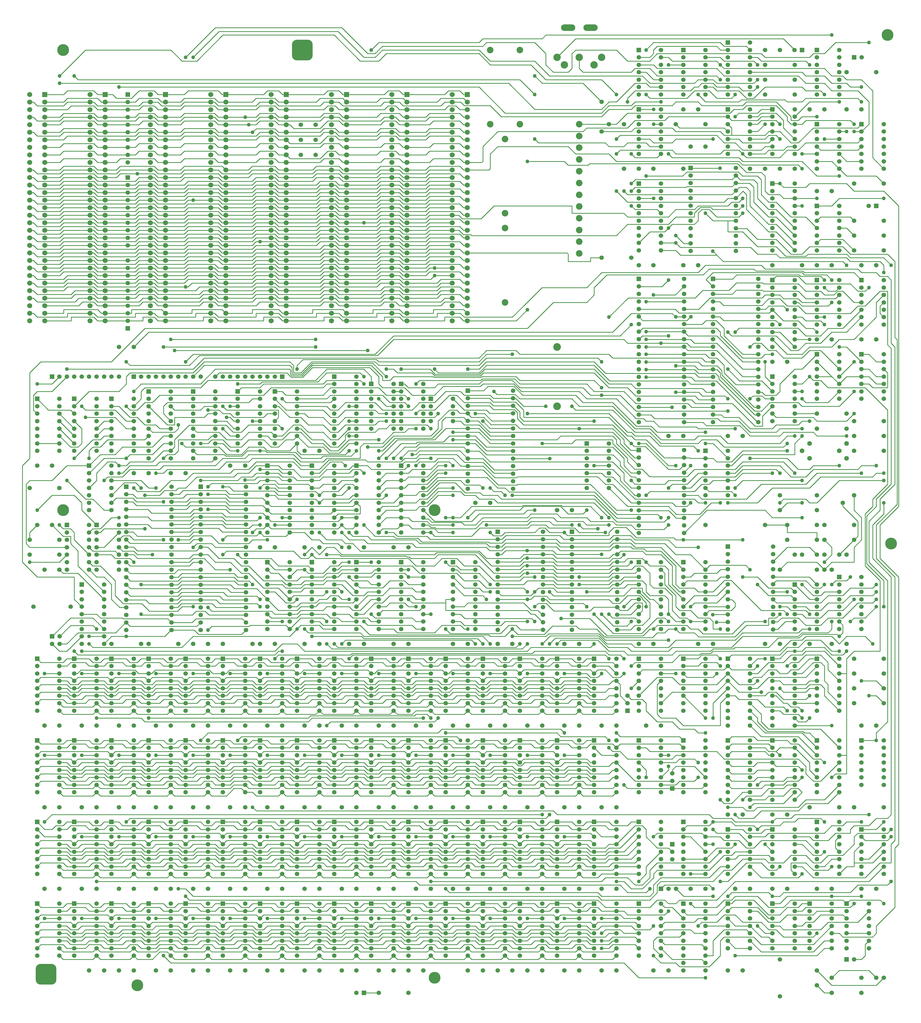
<source format=gtl>
G04 Layer_Physical_Order=1*
G04 Layer_Color=255*
%FSLAX23Y23*%
%MOIN*%
G70*
G01*
G75*
%ADD10C,0.010*%
%ADD11C,0.059*%
%ADD12R,0.059X0.059*%
%ADD13R,0.059X0.059*%
%ADD14R,0.067X0.067*%
%ADD15C,0.067*%
%ADD16C,0.087*%
%ADD17C,0.098*%
%ADD18O,0.189X0.087*%
%ADD19C,0.063*%
G04:AMPARAMS|DCode=20|XSize=276mil|YSize=276mil|CornerRadius=69mil|HoleSize=0mil|Usage=FLASHONLY|Rotation=0.000|XOffset=0mil|YOffset=0mil|HoleType=Round|Shape=RoundedRectangle|*
%AMROUNDEDRECTD20*
21,1,0.276,0.138,0,0,0.0*
21,1,0.138,0.276,0,0,0.0*
1,1,0.138,0.069,-0.069*
1,1,0.138,-0.069,-0.069*
1,1,0.138,-0.069,0.069*
1,1,0.138,0.069,0.069*
%
%ADD20ROUNDEDRECTD20*%
%ADD21C,0.157*%
%ADD22C,0.102*%
%ADD23C,0.050*%
D10*
X6452Y6255D02*
X6496Y6299D01*
X6343Y6255D02*
X6452D01*
X6299Y6299D02*
X6343Y6255D01*
X5463Y6250D02*
X5503Y6210D01*
X6456D02*
X6506Y6260D01*
X5503Y6210D02*
X6456D01*
X6455Y6160D02*
X6505Y6210D01*
X6291Y6160D02*
X6455D01*
X6279Y6172D02*
X6291Y6160D01*
X6454Y6110D02*
X6504Y6160D01*
X6291Y6110D02*
X6454D01*
X6250Y6152D02*
X6291Y6110D01*
X6454Y6060D02*
X6496Y6102D01*
X6292Y6060D02*
X6454D01*
X6250Y6102D02*
X6292Y6060D01*
X6448Y6005D02*
X6503Y6060D01*
X6399Y6005D02*
X6448D01*
X6398Y6004D02*
X6399Y6005D01*
X6697Y5910D02*
X6747Y5960D01*
X6402Y5910D02*
X6697D01*
X6398Y5906D02*
X6402Y5910D01*
X6696Y5810D02*
X6746Y5860D01*
X6400Y5810D02*
X6696D01*
X6398Y5807D02*
X6400Y5810D01*
X6848Y5160D02*
X6890Y5118D01*
X5962Y5160D02*
X6848D01*
X5906Y5217D02*
X5962Y5160D01*
X6443Y5065D02*
X6496Y5118D01*
X5959Y5065D02*
X6443D01*
X5906Y5118D02*
X5959Y5065D01*
X6436Y4960D02*
X6545Y5069D01*
X5768Y4960D02*
X6436D01*
X5709Y5020D02*
X5768Y4960D01*
X6978Y5010D02*
X6988Y5020D01*
X6703Y5010D02*
X6978D01*
X6644Y5069D02*
X6703Y5010D01*
X7017Y4950D02*
X7127Y5060D01*
X6664Y4950D02*
X7017D01*
X6594Y5020D02*
X6664Y4950D01*
X6987Y5118D02*
X6988D01*
X6888Y5217D02*
X6987Y5118D01*
X6841Y5217D02*
X6888D01*
X6983Y5217D02*
X6988D01*
X6934Y5266D02*
X6983Y5217D01*
X6841Y5266D02*
X6934D01*
X7042Y5360D02*
X7142Y5260D01*
X6935Y5360D02*
X7042D01*
X6890Y5315D02*
X6935Y5360D01*
X7041Y5410D02*
X7091Y5360D01*
X6991Y5410D02*
X7041D01*
X6988Y5413D02*
X6991Y5410D01*
X7045Y5455D02*
X7090Y5410D01*
X6882Y5455D02*
X7045D01*
X6840Y5413D02*
X6882Y5455D01*
X7136Y5610D02*
X7185Y5561D01*
X6988Y5610D02*
X7136D01*
X6988Y5610D02*
X6988Y5610D01*
X6693Y5758D02*
X6745Y5810D01*
X7133D02*
X7183Y5760D01*
X6745Y5810D02*
X7133D01*
X6790Y5860D02*
X7132D01*
X6746D02*
X6790D01*
X7132D02*
X7182Y5810D01*
X7131Y5910D02*
X7181Y5860D01*
X6747Y5910D02*
X7131D01*
X6693Y5856D02*
X6747Y5910D01*
X6790Y5960D02*
X7130D01*
X6747D02*
X6790D01*
X7130D02*
X7180Y5910D01*
X7130Y6010D02*
X7180Y5960D01*
X6748Y6010D02*
X7130D01*
X6693Y5955D02*
X6748Y6010D01*
X6790Y6060D02*
X7129D01*
X6503D02*
X6790D01*
X7129D02*
X7179Y6010D01*
X7177Y6110D02*
X7227Y6060D01*
X6496Y6110D02*
X7177D01*
X6496Y6102D02*
Y6110D01*
X7177Y6160D02*
X7227Y6110D01*
X6504Y6160D02*
X7177D01*
X7176Y6210D02*
X7226Y6160D01*
X6505Y6210D02*
X7176D01*
X7224Y6260D02*
X7274Y6210D01*
X6506Y6260D02*
X7224D01*
X7874D02*
Y6299D01*
X7323Y6260D02*
X7874D01*
X7283Y6299D02*
X7323Y6260D01*
X7274Y6210D02*
X7883D01*
X7933Y6260D01*
X7882Y6160D02*
X7932Y6210D01*
X7226Y6160D02*
X7882D01*
X7882Y6110D02*
X7932Y6160D01*
X7227Y6110D02*
X7882D01*
X7881Y6060D02*
X7931Y6110D01*
X7227Y6060D02*
X7881D01*
X7179Y6010D02*
X7775D01*
X7879Y5960D02*
X7929Y6010D01*
X7180Y5960D02*
X7879D01*
X7879Y5910D02*
X7923Y5955D01*
X7180Y5910D02*
X7879D01*
X7876Y5760D02*
X7926Y5810D01*
X7183Y5760D02*
X7876D01*
X7878Y5860D02*
X7928Y5910D01*
X7181Y5860D02*
X7878D01*
X7877Y5810D02*
X7923Y5856D01*
X7182Y5810D02*
X7877D01*
X7382Y5610D02*
X7382Y5610D01*
X7185Y5610D02*
X7382D01*
X7136Y5659D02*
X7185Y5610D01*
X7380Y5510D02*
X7382Y5512D01*
X7187Y5510D02*
X7380D01*
X7136Y5561D02*
X7187Y5510D01*
X7877Y5410D02*
X7927Y5360D01*
X7090Y5410D02*
X7877D01*
X7534Y5360D02*
X7579Y5315D01*
X7091Y5360D02*
X7534D01*
X7622Y5260D02*
X7672Y5310D01*
X7142Y5260D02*
X7622D01*
X7850Y4930D02*
X8326D01*
X7620Y5160D02*
X7850Y4930D01*
X7620Y5160D02*
X7621Y5160D01*
X7240D02*
X7621D01*
X7832Y4914D02*
X7841Y4905D01*
X7813Y4914D02*
X7832D01*
X7708Y5020D02*
X7813Y4914D01*
X7480Y5020D02*
X7708D01*
X7841Y4905D02*
X8448D01*
X7440Y5060D02*
X7480Y5020D01*
X7127Y5060D02*
X7440D01*
X7742Y4955D02*
X7825Y4872D01*
X7071Y4955D02*
X7742D01*
X7037Y4921D02*
X7071Y4955D01*
X7738Y4930D02*
X7846Y4823D01*
X7095Y4930D02*
X7738D01*
X6988Y4823D02*
X7095Y4930D01*
X7740Y4900D02*
X7867Y4774D01*
X7164Y4900D02*
X7740D01*
X7087Y4823D02*
X7164Y4900D01*
X8306Y4960D02*
X8514Y5167D01*
X7934Y4960D02*
X8306D01*
X7677Y5217D02*
X7934Y4960D01*
X8326Y4930D02*
X8415Y5020D01*
X8448Y4905D02*
X8514Y4970D01*
X8160Y5010D02*
X8219Y5069D01*
X7982Y5010D02*
X8160D01*
X7972Y5020D02*
X7982Y5010D01*
X8111Y5060D02*
X8169Y5118D01*
X7932Y5060D02*
X8111D01*
X7776Y5217D02*
X7932Y5060D01*
X8163Y5210D02*
X8268Y5315D01*
X7979Y5210D02*
X8163D01*
X7972Y5217D02*
X7979Y5210D01*
X8024Y5266D02*
X8120D01*
X7980Y5310D02*
X8024Y5266D01*
X7672Y5310D02*
X7980D01*
X8017Y5360D02*
X8120Y5463D01*
X7927Y5360D02*
X8017D01*
X8068Y5460D02*
X8169Y5561D01*
X7138Y5460D02*
X8068D01*
X7087Y5512D02*
X7138Y5460D01*
X8172Y5810D02*
X8219Y5856D01*
X7926Y5810D02*
X8172D01*
X8075Y5910D02*
X8120Y5955D01*
X7928Y5910D02*
X8075D01*
X8028Y6053D02*
X8317D01*
X7985Y6010D02*
X8028Y6053D01*
X7929Y6010D02*
X7985D01*
X7965Y6110D02*
X7972Y6102D01*
X7931Y6110D02*
X7965D01*
X8162D02*
X8190Y6081D01*
X7972Y6110D02*
X8162D01*
X7972Y6102D02*
Y6110D01*
X8161Y6160D02*
X8219Y6102D01*
X7932Y6160D02*
X8161D01*
X8160Y6210D02*
X8219Y6152D01*
X7932Y6210D02*
X8160D01*
X8159Y6260D02*
X8219Y6201D01*
X7933Y6260D02*
X8159D01*
X7940Y6365D02*
X8103D01*
X7874Y6299D02*
X7940Y6365D01*
X7419Y6360D02*
X7480Y6299D01*
X7075Y6360D02*
X7419D01*
X7037Y6398D02*
X7075Y6360D01*
X7026D02*
X7087Y6299D01*
X6951Y6360D02*
X7026D01*
X6890Y6299D02*
X6951Y6360D01*
X6803D02*
X6840Y6398D01*
X6163Y6360D02*
X6803D01*
X6053Y6250D02*
X6163Y6360D01*
X6551Y6835D02*
X7683D01*
X6496Y6890D02*
X6551Y6835D01*
X6167Y6825D02*
X6201Y6791D01*
X5970Y6825D02*
X6167D01*
X5856Y6939D02*
X5970Y6825D01*
X6160Y6930D02*
X6201Y6890D01*
X5964Y6930D02*
X6160D01*
X5905Y6988D02*
X5964Y6930D01*
X6257Y7030D02*
X6398Y6890D01*
X5603Y7030D02*
X6257D01*
X5463Y6890D02*
X5603Y7030D01*
X6207Y7130D02*
X6407Y6930D01*
X5604Y7130D02*
X6207D01*
X5463Y6988D02*
X5604Y7130D01*
X6206Y7180D02*
X6361Y7025D01*
X5911Y7180D02*
X6206D01*
X5807Y7283D02*
X5911Y7180D01*
X6205Y7230D02*
X6348Y7087D01*
X5959Y7230D02*
X6205D01*
X5856Y7333D02*
X5959Y7230D01*
X6000Y7280D02*
X6204D01*
X5898Y7382D02*
X6000Y7280D01*
X5364Y7382D02*
X5898D01*
X6204Y7280D02*
X6354Y7130D01*
X6000Y7380D02*
X6153D01*
X5949Y7431D02*
X6000Y7380D01*
X5364Y7431D02*
X5949D01*
X6153Y7380D02*
X6299Y7234D01*
X5679Y7500D02*
X5759Y7580D01*
X6101D02*
X6250Y7431D01*
X5759Y7580D02*
X6101D01*
X6149Y7680D02*
X6299Y7530D01*
X5711Y7680D02*
X6149D01*
X5561Y7530D02*
X5711Y7680D01*
X5995Y7780D02*
X6140D01*
X5950Y7825D02*
X5995Y7780D01*
X5709Y7825D02*
X5950D01*
X6140Y7780D02*
X6292Y7628D01*
X7923D01*
X6292Y7980D02*
X6342Y7930D01*
X6011Y7980D02*
X6292D01*
X6004Y7972D02*
X6011Y7980D01*
X6050Y7825D02*
X6215D01*
X5995Y7880D02*
X6050Y7825D01*
X5899Y7880D02*
X5995D01*
X5856Y7923D02*
X5899Y7880D01*
X6290Y8080D02*
X6340Y8030D01*
X6013Y8080D02*
X6290D01*
X6004Y8071D02*
X6013Y8080D01*
X6665Y6940D02*
X7627D01*
X6655Y6930D02*
X6665Y6940D01*
X6407Y6930D02*
X6655D01*
X7627Y6940D02*
X7972Y6594D01*
X6665Y7135D02*
X7924D01*
X6660Y7130D02*
X6665Y7135D01*
X6354Y7130D02*
X6660D01*
X7924Y7135D02*
X8022Y7037D01*
X6665Y7040D02*
X7724D01*
X6650Y7025D02*
X6665Y7040D01*
X6361Y7025D02*
X6650D01*
X7724Y7040D02*
X7825Y6939D01*
X6299Y7234D02*
X7923D01*
X8071Y7087D01*
X6608Y7280D02*
X7090D01*
X6603Y7275D02*
X6608Y7280D01*
X6594Y7283D02*
X6603Y7275D01*
X7926Y7330D02*
X8022Y7234D01*
X6253Y7330D02*
X7926D01*
X6102Y7480D02*
X6253Y7330D01*
X6593Y7580D02*
X6594Y7579D01*
X6298Y7580D02*
X6593D01*
X6151Y7726D02*
X6298Y7580D01*
X6592Y7680D02*
X6594Y7677D01*
X6296Y7680D02*
X6592D01*
X6201Y7776D02*
X6296Y7680D01*
X6320Y7780D02*
X6590D01*
X6226Y7874D02*
X6320Y7780D01*
X6102Y7874D02*
X6226D01*
X6640Y7730D02*
X6693Y7677D01*
X6310Y7730D02*
X6640D01*
X6215Y7825D02*
X6310Y7730D01*
X6590Y7780D02*
X6594Y7776D01*
X6588Y7880D02*
X6594Y7874D01*
X6293Y7880D02*
X6588D01*
X6250Y7923D02*
X6293Y7880D01*
X6620Y7930D02*
X6660Y7890D01*
X6342Y7930D02*
X6620D01*
X6660Y7808D02*
Y7890D01*
Y7808D02*
X6742Y7726D01*
X6610Y7980D02*
X6693Y7897D01*
X6341Y7980D02*
X6610D01*
X6299Y8022D02*
X6341Y7980D01*
X6693Y7825D02*
Y7897D01*
X6635Y8030D02*
X6742Y7923D01*
X6340Y8030D02*
X6635D01*
X6635Y8080D02*
X6742Y7972D01*
X6339Y8080D02*
X6635D01*
X6299Y8120D02*
X6339Y8080D01*
X6211Y8180D02*
X6266Y8235D01*
X6015Y8180D02*
X6211D01*
X6004Y8169D02*
X6015Y8180D01*
X6730Y8120D02*
X7431D01*
X6615Y8235D02*
X6730Y8120D01*
X6266Y8235D02*
X6615D01*
X6348Y8169D02*
X6388Y8130D01*
X6711Y8169D02*
X7480D01*
X6612Y8268D02*
X6711Y8169D01*
X6201Y8268D02*
X6612D01*
X6634Y8130D02*
X6693Y8071D01*
X6388Y8130D02*
X6634D01*
X5955Y8120D02*
X6299D01*
X5955Y8022D02*
X6299D01*
X6168Y8235D02*
X6201Y8268D01*
X5676Y8235D02*
X6168D01*
X5561Y8120D02*
X5676Y8235D01*
X8464Y9449D02*
X8754D01*
X8576Y9560D02*
X8661Y9646D01*
X8280Y9560D02*
X8576D01*
X8268Y9547D02*
X8280Y9560D01*
X8752Y9260D02*
X8802Y9210D01*
X8276Y9260D02*
X8752D01*
X8268Y9252D02*
X8276Y9260D01*
X8320Y9110D02*
X8905D01*
X8276Y9154D02*
X8320Y9110D01*
X8268Y9154D02*
X8276D01*
X8429Y7860D02*
X8479Y7810D01*
X8282Y7860D02*
X8429D01*
X8268Y7874D02*
X8282Y7860D01*
X8332Y7810D02*
X8366Y7776D01*
X8233Y7810D02*
X8332D01*
X7972Y8071D02*
X8233Y7810D01*
X8432Y7710D02*
X8514Y7628D01*
X8235Y7710D02*
X8432D01*
X7923Y8022D02*
X8235Y7710D01*
X9032Y7700D02*
X9055Y7677D01*
X8540Y7700D02*
X9032D01*
X8465Y7776D02*
X8540Y7700D01*
X9120Y7760D02*
X9165Y7715D01*
X8874Y7760D02*
X9120D01*
X8858Y7776D02*
X8874Y7760D01*
X8280Y7960D02*
X8710D01*
X8268Y7972D02*
X8280Y7960D01*
X8919Y8010D02*
X8969Y7960D01*
X8230Y8010D02*
X8919D01*
X8071Y8169D02*
X8230Y8010D01*
X8968Y8060D02*
X9018Y8010D01*
X8869Y8060D02*
X8968D01*
X8858Y8071D02*
X8869Y8060D01*
X9016Y8110D02*
X9066Y8060D01*
X8229Y8110D02*
X9016D01*
X8120Y8219D02*
X8229Y8110D01*
X9064Y8160D02*
X9114Y8110D01*
X8760Y8160D02*
X9064D01*
X9113Y8210D02*
X9163Y8160D01*
X8227Y8210D02*
X9113D01*
X8169Y8268D02*
X8227Y8210D01*
X8914Y8310D02*
X8959Y8265D01*
X7881Y8310D02*
X8914D01*
X7677Y8514D02*
X7881Y8310D01*
X8963Y8360D02*
X9013Y8310D01*
X8365Y8360D02*
X8963D01*
X9011Y8410D02*
X9061Y8360D01*
X7830Y8410D02*
X9011D01*
X7677Y8563D02*
X7830Y8410D01*
X9058Y8560D02*
X9108Y8510D01*
X8365Y8560D02*
X9058D01*
X8365Y8460D02*
X9010D01*
X9060Y8410D01*
X8760Y8510D02*
X9010D01*
X9060Y8460D01*
X8919Y8711D02*
X9301D01*
X8870Y8760D02*
X8919Y8711D01*
X8366Y8760D02*
X8870D01*
X8923Y8907D02*
X9301D01*
X8873Y8957D02*
X8923Y8907D01*
X8858Y8957D02*
X8873D01*
X9297Y9010D02*
X9350Y8957D01*
X8321Y9010D02*
X9297D01*
X8268Y8957D02*
X8321Y9010D01*
X9109Y9060D02*
X9159Y9110D01*
X8863Y9060D02*
X9109D01*
X8858Y9055D02*
X8863Y9060D01*
X8905Y9110D02*
X8955Y9160D01*
X8852D02*
X8858Y9154D01*
X8753Y9160D02*
X8852D01*
X8711Y9203D02*
X8753Y9160D01*
X8955D02*
X8960D01*
X9063Y9260D02*
X9213Y9410D01*
X8866Y9260D02*
X9063D01*
X8858Y9252D02*
X8866Y9260D01*
X8365Y9360D02*
X8849D01*
X8858Y9350D01*
X8130Y9410D02*
X9016D01*
X7874Y9154D02*
X8130Y9410D01*
X9016D02*
X9116Y9510D01*
X8852Y9547D02*
X8858D01*
X8754Y9449D02*
X8852Y9547D01*
X9124Y9715D02*
X9203Y9793D01*
X7845Y9715D02*
X9124D01*
X7677Y9547D02*
X7845Y9715D01*
X9316Y7810D02*
X9350Y7776D01*
X8479Y7810D02*
X9316D01*
X9364Y7860D02*
X9400Y7825D01*
X9266Y7860D02*
X9364D01*
X9252Y7874D02*
X9266Y7860D01*
X8022Y8120D02*
X8232Y7910D01*
X9450D01*
X9239Y7960D02*
X9252Y7972D01*
X8969Y7960D02*
X9239D01*
X9510Y8010D02*
X9810Y7710D01*
X9018Y8010D02*
X9510D01*
X9241Y8060D02*
X9252Y8071D01*
X9066Y8060D02*
X9241D01*
X9410Y8110D02*
X9449Y8071D01*
X9114Y8110D02*
X9410D01*
X9243Y8160D02*
X9252Y8169D01*
X9163Y8160D02*
X9243D01*
X9295Y8310D02*
X9829Y7776D01*
X9013Y8310D02*
X9295D01*
X9249Y8265D02*
X9252Y8268D01*
X8959Y8265D02*
X9249D01*
X9246Y8360D02*
X9252Y8366D01*
X9061Y8360D02*
X9246D01*
X9287Y8410D02*
X9330Y8366D01*
X9060Y8410D02*
X9287D01*
X9306Y8460D02*
X9350Y8415D01*
X9060Y8460D02*
X9306D01*
X9305Y8510D02*
X9370Y8445D01*
X9108Y8510D02*
X9305D01*
X9296Y9110D02*
X9400Y9006D01*
X9159Y9110D02*
X9296D01*
X9344Y9160D02*
X9394Y9110D01*
X9258Y9160D02*
X9344D01*
X9252Y9154D02*
X9258Y9160D01*
X9341Y9360D02*
X9391Y9310D01*
X9261Y9360D02*
X9341D01*
X9252Y9350D02*
X9261Y9360D01*
X9509Y9460D02*
X9547Y9498D01*
X9263Y9460D02*
X9509D01*
X9252Y9449D02*
X9263Y9460D01*
X9461Y9510D02*
X9561Y9610D01*
X9116Y9510D02*
X9461D01*
X9252Y9547D02*
Y9558D01*
X9159Y9651D02*
X9252Y9558D01*
X9159Y9651D02*
X9252Y9744D01*
X9512Y9660D02*
X9567Y9715D01*
X9266Y9660D02*
X9512D01*
X9252Y9646D02*
X9266Y9660D01*
X9608Y7715D02*
X9744Y7579D01*
X9165Y7715D02*
X9608D01*
X9829Y7776D02*
X9842D01*
X9807Y7860D02*
X9828D01*
X9330Y8337D02*
X9807Y7860D01*
X9828D02*
X9842Y7874D01*
X9830Y7960D02*
X9842Y7972D01*
X9798Y7960D02*
X9830D01*
X9370Y8388D02*
X9798Y7960D01*
X10007Y8022D02*
X10384D01*
X9895Y7910D02*
X10007Y8022D01*
X9807Y7910D02*
X9895D01*
X9350Y8366D02*
X9807Y7910D01*
X9899Y8310D02*
X10039Y8169D01*
X9603Y8310D02*
X9899D01*
X9449Y8465D02*
X9603Y8310D01*
X9835Y8260D02*
X9842Y8268D01*
X9555Y8260D02*
X9835D01*
X9400Y8415D02*
X9555Y8260D01*
X9901Y8160D02*
X9941Y8120D01*
X9852Y8160D02*
X9901D01*
X9842Y8169D02*
X9852Y8160D01*
X9902Y8110D02*
X9941Y8071D01*
X9783Y8110D02*
X9902D01*
X9744Y8071D02*
X9783Y8110D01*
X9910Y7843D02*
X10039Y7972D01*
X9910Y7712D02*
Y7843D01*
X9908Y7710D02*
X9910Y7712D01*
X9810Y7710D02*
X9908D01*
X9891Y8810D02*
X9990Y8711D01*
X9794Y8810D02*
X9891D01*
X9744Y8760D02*
X9794Y8810D01*
X10380Y9010D02*
X10482Y8907D01*
X9600Y9010D02*
X10380D01*
X9547Y8957D02*
X9600Y9010D01*
X10083Y9110D02*
X10138Y9055D01*
X9394Y9110D02*
X10083D01*
X9997Y9210D02*
X10039Y9252D01*
X8802Y9210D02*
X9997D01*
X9949Y9260D02*
X9990Y9301D01*
X9850Y9260D02*
X9949D01*
X9842Y9252D02*
X9850Y9260D01*
X9901Y9310D02*
X9990Y9400D01*
X9391Y9310D02*
X9901D01*
X9902Y9410D02*
X9941Y9449D01*
X9213Y9410D02*
X9902D01*
X9922Y9498D02*
X10384D01*
X9907Y9513D02*
X9922Y9498D01*
X9562Y9513D02*
X9907D01*
X9924Y9596D02*
X10384D01*
X9910Y9610D02*
X9924Y9596D01*
X9561Y9610D02*
X9910D01*
X9547Y9498D02*
X9562Y9513D01*
X10384Y9596D02*
X10482Y9498D01*
X10080Y9715D02*
X10080Y9715D01*
X9567Y9715D02*
X10080D01*
X3005Y4950D02*
X3051Y4996D01*
X2432Y4950D02*
X3005D01*
X2377Y5005D02*
X2432Y4950D01*
X1472Y5108D02*
X1525Y5055D01*
X1335Y4970D02*
X1472Y5108D01*
X837Y4970D02*
X1335D01*
X1525Y5055D02*
X2410D01*
X1435Y5155D02*
X2025D01*
X1426Y5164D02*
X1435Y5155D01*
X1135Y5164D02*
X1426D01*
X1083Y5217D02*
X1135Y5164D01*
X2025Y5155D02*
X2067Y5113D01*
X1466Y5305D02*
X1476Y5315D01*
X1388Y5305D02*
X1466D01*
X1279Y5413D02*
X1388Y5305D01*
X1682Y5355D02*
X1782Y5255D01*
X1436Y5355D02*
X1682D01*
X1329Y5463D02*
X1436Y5355D01*
X1731Y5405D02*
X1781Y5355D01*
X1485Y5405D02*
X1731D01*
X1476Y5413D02*
X1485Y5405D01*
X1476Y5509D02*
Y5512D01*
Y5509D02*
X1530Y5455D01*
X2158D01*
X1572Y6105D02*
X1622Y6055D01*
X1479Y6105D02*
X1572D01*
X1476Y6102D02*
X1479Y6105D01*
X1476Y6201D02*
X1479D01*
X1525Y6155D01*
X2316D01*
X1521Y6255D02*
X1575Y6201D01*
X1432Y6255D02*
X1521D01*
X1378Y6201D02*
X1432Y6255D01*
X1569Y6305D02*
X1624Y6250D01*
X1482Y6305D02*
X1569D01*
X1476Y6299D02*
X1482Y6305D01*
X1764Y6405D02*
X1814Y6355D01*
X1484Y6405D02*
X1764D01*
X1476Y6398D02*
X1484Y6405D01*
X1763Y6505D02*
X1813Y6455D01*
X1485Y6505D02*
X1763D01*
X1476Y6496D02*
X1485Y6505D01*
X1761Y6605D02*
X1811Y6555D01*
X1487Y6605D02*
X1761D01*
X1476Y6594D02*
X1487Y6605D01*
X1563Y6705D02*
X1613Y6655D01*
X1488Y6705D02*
X1563D01*
X1476Y6693D02*
X1488Y6705D01*
X1562Y6755D02*
X1612Y6705D01*
X1342Y6755D02*
X1562D01*
X1280Y6693D02*
X1342Y6755D01*
X1561Y6805D02*
X1611Y6755D01*
X1490Y6805D02*
X1561D01*
X1476Y6791D02*
X1490Y6805D01*
X1603Y6960D02*
X1673Y6890D01*
X1448Y6960D02*
X1603D01*
X1280Y6791D02*
X1448Y6960D01*
X2070Y5005D02*
X2377D01*
X1986Y4921D02*
X2070Y5005D01*
X1279Y4921D02*
X1986D01*
X2410Y5055D02*
X2461Y5106D01*
X2067Y5105D02*
Y5113D01*
X2349Y5105D02*
X2399Y5155D01*
X2067Y5105D02*
X2349D01*
X2351Y5205D02*
X2401Y5255D01*
X1685Y5205D02*
X2351D01*
X1673Y5217D02*
X1685Y5205D01*
X2155Y5255D02*
X2215Y5315D01*
X1782Y5255D02*
X2155D01*
X2155Y5305D02*
X2205Y5355D01*
X2077Y5305D02*
X2155D01*
X2067Y5315D02*
X2077Y5305D01*
X2156Y5355D02*
X2206Y5405D01*
X1781Y5355D02*
X2156D01*
X2157Y5405D02*
X2207Y5455D01*
X2075Y5405D02*
X2157D01*
X2067Y5413D02*
X2075Y5405D01*
X2158Y5455D02*
X2208Y5505D01*
X2158D02*
X2208Y5555D01*
X2074Y5505D02*
X2158D01*
X2067Y5512D02*
X2074Y5505D01*
X2159Y5555D02*
X2209Y5605D01*
X1532Y5555D02*
X2159D01*
X1476Y5610D02*
X1532Y5555D01*
X1673Y5610D02*
X1678Y5605D01*
X2160D02*
X2210Y5655D01*
X1678Y5605D02*
X2160D01*
X2161Y5655D02*
X2211Y5705D01*
X1530Y5655D02*
X2161D01*
X1476Y5709D02*
X1530Y5655D01*
X2162Y5705D02*
X2212Y5755D01*
X2071Y5705D02*
X2162D01*
X2067Y5709D02*
X2071Y5705D01*
X2113Y5755D02*
X2165Y5807D01*
X1528Y5755D02*
X2113D01*
X1476Y5807D02*
X1528Y5755D01*
X2312Y5905D02*
X2362Y5955D01*
X2067Y5905D02*
X2312D01*
X2067Y5906D02*
X2067Y5905D01*
X2405Y6055D02*
X2455Y6105D01*
X1622Y6055D02*
X2405D01*
X2316Y6155D02*
X2366Y6205D01*
X2076Y6505D02*
X2322D01*
X2067Y6496D02*
X2076Y6505D01*
X2067Y6398D02*
X2074Y6405D01*
X2320D01*
X2319Y6305D02*
X2369Y6355D01*
X2073Y6305D02*
X2319D01*
X2067Y6299D02*
X2073Y6305D01*
X2320Y6355D02*
X2370Y6405D01*
X1814Y6355D02*
X2320D01*
X2320Y6405D02*
X2370Y6455D01*
X2321D02*
X2371Y6505D01*
X1813Y6455D02*
X2321D01*
X2322Y6505D02*
X2372Y6555D01*
X2323D02*
X2373Y6605D01*
X1811Y6555D02*
X2323D01*
X2274Y6605D02*
X2324Y6655D01*
X2077Y6605D02*
X2274D01*
X2067Y6594D02*
X2077Y6605D01*
X1612Y6705D02*
X1970D01*
X2275Y6655D02*
X2325Y6705D01*
X1613Y6655D02*
X2275D01*
X2276Y6705D02*
X2326Y6755D01*
X2079Y6705D02*
X2276D01*
X2067Y6693D02*
X2079Y6705D01*
X2227Y6755D02*
X2277Y6805D01*
X1611Y6755D02*
X2227D01*
X2179Y6805D02*
X2229Y6855D01*
X2081Y6805D02*
X2179D01*
X2067Y6791D02*
X2081Y6805D01*
X2131Y6855D02*
X2165Y6890D01*
X1983Y6855D02*
X2131D01*
X1919Y6791D02*
X1983Y6855D01*
X3105Y5055D02*
X3120Y5070D01*
X2610Y5055D02*
X3105D01*
X2560Y5005D02*
X2610Y5055D01*
X3120Y5070D02*
X3591D01*
X3642Y5020D01*
X2461Y5106D02*
Y5118D01*
X3014Y5155D02*
X3051Y5118D01*
X2399Y5155D02*
X3014D01*
X2521Y5255D02*
X2571Y5205D01*
X2401Y5255D02*
X2521D01*
X2610D02*
X3328D01*
X2560Y5305D02*
X2610Y5255D01*
X2617Y5355D02*
X2667Y5305D01*
X2205Y5355D02*
X2617D01*
X2666Y5405D02*
X2716Y5355D01*
X2206Y5405D02*
X2666D01*
X2714Y5455D02*
X2764Y5405D01*
X2207Y5455D02*
X2714D01*
X2763Y5505D02*
X2813Y5455D01*
X2208Y5505D02*
X2763D01*
X2811Y5555D02*
X2861Y5505D01*
X2208Y5555D02*
X2811D01*
X2860Y5605D02*
X2910Y5555D01*
X2209Y5605D02*
X2860D01*
X2908Y5655D02*
X2958Y5605D01*
X2210Y5655D02*
X2908D01*
X2906Y5755D02*
X2956Y5705D01*
X2212Y5755D02*
X2906D01*
X2907Y5705D02*
X2957Y5655D01*
X2211Y5705D02*
X2907D01*
X2556Y6105D02*
X2707Y5955D01*
X2455Y6105D02*
X2556D01*
X3051Y4996D02*
Y5020D01*
X3040Y5205D02*
X3051Y5217D01*
X2571Y5205D02*
X3040D01*
X3404Y5257D02*
X3445Y5217D01*
X3330Y5257D02*
X3404D01*
X3328Y5255D02*
X3330Y5257D01*
X3041Y5305D02*
X3051Y5315D01*
X2667Y5305D02*
X3041D01*
X3208Y5355D02*
X3248Y5315D01*
X2716Y5355D02*
X3208D01*
X3043Y5405D02*
X3051Y5413D01*
X2764Y5405D02*
X3043D01*
X3206Y5455D02*
X3248Y5413D01*
X2813Y5455D02*
X3206D01*
X3044Y5505D02*
X3051Y5512D01*
X2861Y5505D02*
X3044D01*
X3205Y5555D02*
X3346Y5413D01*
X2910Y5555D02*
X3205D01*
X3046Y5605D02*
X3051Y5610D01*
X2958Y5605D02*
X3046D01*
X3105Y5655D02*
X3150Y5610D01*
X2957Y5655D02*
X3105D01*
X3047Y5705D02*
X3051Y5709D01*
X2956Y5705D02*
X3047D01*
X3204Y6255D02*
X3248Y6299D01*
X2810Y6255D02*
X3204D01*
X2756Y6201D02*
X2810Y6255D01*
X3045Y6305D02*
X3051Y6299D01*
X2750Y6305D02*
X3045D01*
X2700Y6355D02*
X2750Y6305D01*
X3107Y6355D02*
X3150Y6398D01*
X2798Y6355D02*
X3107D01*
X2748Y6405D02*
X2798Y6355D01*
X3207Y6455D02*
X3248Y6496D01*
X2797Y6455D02*
X3207D01*
X2747Y6505D02*
X2797Y6455D01*
X3044Y6405D02*
X3051Y6398D01*
X2798Y6405D02*
X3044D01*
X2748Y6455D02*
X2798Y6405D01*
X3042Y6505D02*
X3051Y6496D01*
X2796Y6505D02*
X3042D01*
X2746Y6555D02*
X2796Y6505D01*
X2456Y6205D02*
X2461Y6201D01*
X2366Y6205D02*
X2456D01*
X2603Y6255D02*
X2707Y6152D01*
X2367Y6255D02*
X2603D01*
X2313Y6201D02*
X2367Y6255D01*
X2455Y6305D02*
X2461Y6299D01*
X2368Y6305D02*
X2455D01*
X2313Y6250D02*
X2368Y6305D01*
X2369Y6355D02*
X2700D01*
X2370Y6405D02*
X2748D01*
X2370Y6455D02*
X2748D01*
X2371Y6505D02*
X2747D01*
X2450Y6605D02*
X2461Y6594D01*
X2373Y6605D02*
X2450D01*
X2795D02*
X2845Y6555D01*
X2560Y6605D02*
X2795D01*
X2372Y6555D02*
X2746D01*
X2791Y6805D02*
X2841Y6755D01*
X2560Y6805D02*
X2791D01*
X2839Y6905D02*
X2895Y6849D01*
X2755Y6905D02*
X2839D01*
X2605Y6950D02*
X3210D01*
X2560Y6905D02*
X2605Y6950D01*
X2447Y6805D02*
X2461Y6791D01*
X2277Y6805D02*
X2447D01*
X2793Y6705D02*
X2843Y6655D01*
X2325Y6705D02*
X2793D01*
X2794Y6655D02*
X2844Y6605D01*
X2324Y6655D02*
X2794D01*
X2792Y6755D02*
X2842Y6705D01*
X2326Y6755D02*
X2792D01*
X2229Y6855D02*
X2791D01*
X2841Y6805D01*
X3217Y7037D02*
X3494D01*
X3175Y6995D02*
X3217Y7037D01*
X3050Y6995D02*
X3175D01*
X3150Y7037D02*
X3199Y7087D01*
X3002Y7037D02*
X3150D01*
X2953Y6988D02*
X3002Y7037D01*
X3210Y6950D02*
X3248Y6988D01*
X2895Y6849D02*
X3363D01*
X3364Y6850D02*
X3435D01*
X3363Y6849D02*
X3364Y6850D01*
X3435D02*
X3494Y6791D01*
X3037Y6805D02*
X3051Y6791D01*
X2841Y6805D02*
X3037D01*
X3041Y6605D02*
X3051Y6594D01*
X2844Y6605D02*
X3041D01*
X3039Y6705D02*
X3051Y6693D01*
X2842Y6705D02*
X3039D01*
X3284Y6755D02*
X3346Y6693D01*
X2841Y6755D02*
X3284D01*
X3286Y6655D02*
X3346Y6594D01*
X2843Y6655D02*
X3286D01*
X3287Y6555D02*
X3346Y6496D01*
X2845Y6555D02*
X3287D01*
X1969Y8760D02*
X3986D01*
X2067Y8858D02*
X3986D01*
X5807Y6496D02*
X5906D01*
X6053Y6644D01*
X6719D01*
X6735Y6660D01*
X7241D01*
X7257Y6644D01*
X7628D01*
X7776Y6496D01*
X7530Y6545D02*
X7579Y6594D01*
X7530Y6545D02*
Y6545D01*
X7333Y6545D02*
X7530D01*
X7234Y6644D02*
X7333Y6545D01*
X6742Y6644D02*
X7234D01*
X6693Y6594D02*
X6742Y6644D01*
X7234Y6496D02*
X7579D01*
X7628Y6447D01*
X7923D01*
X7185D02*
X7530D01*
X7579Y6398D01*
X8268Y5118D02*
Y5118D01*
X8219Y5167D02*
X8268Y5118D01*
X7923Y5167D02*
X8219D01*
X7923Y5955D02*
X8022D01*
X7923Y5856D02*
X8120D01*
X7923Y5758D02*
X8218D01*
X7874Y5709D02*
X7923Y5758D01*
X7480Y5709D02*
X7874D01*
X8366Y6004D02*
X8563D01*
X8317Y6053D02*
X8366Y6004D01*
X8190Y6081D02*
X8338D01*
X8219Y6102D02*
X8563D01*
X8219Y6152D02*
X8612D01*
X8219Y6201D02*
X8661D01*
X8366Y6053D02*
X8563D01*
X8338Y6081D02*
X8366Y6053D01*
X5709Y6496D02*
X5807D01*
X5364Y7283D02*
X5512D01*
X5315Y7234D02*
X5364Y7283D01*
X5167D02*
X5315D01*
X5364Y7333D01*
X5856D01*
X5266D02*
X5315D01*
X5364Y7382D01*
X5216D02*
X5315D01*
X5364Y7431D01*
X5167D02*
X5315D01*
X5364Y7480D01*
X5335Y7500D02*
X5679D01*
X5315Y7480D02*
X5335Y7500D01*
X5118Y7480D02*
X5315D01*
X5167Y7234D02*
X5315D01*
X5118Y7185D02*
X5167Y7234D01*
X5118Y7185D02*
X5118D01*
X5610Y7283D02*
X5807D01*
X5561Y7234D02*
X5610Y7283D01*
Y7234D02*
X5758D01*
X5512Y7136D02*
X5610Y7234D01*
X5266Y7136D02*
X5512D01*
X4675Y7234D02*
X5120D01*
X5154Y7269D01*
Y7270D01*
X5167Y7283D01*
X6281Y11104D02*
X6299Y11122D01*
X5997Y11104D02*
X6281D01*
X6299Y11122D02*
Y11319D01*
X6348Y10630D02*
X7382D01*
X6178Y10460D02*
X6348Y10630D01*
X5928Y10460D02*
X6178D01*
X5584Y6348D02*
X6102D01*
X5568Y6364D02*
X5584Y6348D01*
X5512Y6364D02*
X5568D01*
X5479Y6398D02*
X5512Y6364D01*
X5413Y6398D02*
X5479D01*
X5610Y6299D02*
X5807D01*
X5561Y6348D02*
X5610Y6299D01*
X5266Y6348D02*
X5561D01*
X5217Y6398D02*
X5266Y6348D01*
X6102D02*
X6201Y6447D01*
X5610Y6791D02*
X5807D01*
X5463Y6644D02*
X5610Y6791D01*
X6152Y6742D02*
X6348D01*
X6102Y6791D02*
X6152Y6742D01*
X5856Y6939D02*
Y6939D01*
X5836Y6959D02*
X5856Y6939D01*
X5630Y6959D02*
X5836D01*
X5610Y6939D02*
X5630Y6959D01*
X5610Y6939D02*
X5610D01*
X5463Y6791D02*
X5610Y6939D01*
X5413Y6791D02*
X5463D01*
X5463Y6841D02*
X5610Y6988D01*
X5364Y6841D02*
X5463D01*
X5413Y6890D02*
X5463D01*
X4134Y7972D02*
X4183Y7923D01*
X4281D01*
X4380Y8022D01*
X4774D01*
X4872Y7923D01*
X3839Y7874D02*
X3888Y7825D01*
X4085D01*
X4183Y7726D01*
X4281D01*
X4380Y7825D01*
X3789D02*
X3888Y7726D01*
X4085D01*
X4183Y7628D01*
X4281D01*
X4380Y7726D01*
X4774D01*
X4823Y7776D01*
X5561Y7825D02*
X5610Y7874D01*
X4380Y7825D02*
X5561D01*
X3740Y8071D02*
X4134D01*
X4183Y8120D01*
X4872D01*
X4970Y8022D01*
X5167D01*
X5217Y7972D01*
X4921Y8120D02*
X5167D01*
X4823Y8219D02*
X4921Y8120D01*
X4183Y8219D02*
X4823D01*
X3445Y8169D02*
X3543D01*
X3593Y8120D01*
X4085D01*
X4183Y8219D01*
X5167Y8120D02*
X5216Y8071D01*
Y8071D02*
Y8071D01*
X4823Y8268D02*
Y8366D01*
Y8268D02*
X4872Y8219D01*
X5167D01*
X5266Y8120D01*
X4823Y7776D02*
X4921D01*
X3445Y7972D02*
X3445D01*
X3100Y7726D02*
X3494D01*
X4183Y8022D02*
X4232Y8071D01*
Y8071D01*
X3445Y7776D02*
Y7776D01*
X3445D02*
X3494Y7825D01*
Y7923D01*
X2805D02*
X3494D01*
X3002Y7628D02*
X3100Y7726D01*
X2894Y7628D02*
X3002D01*
X2800Y7722D02*
X2894Y7628D01*
X2067Y7382D02*
X2067D01*
X4872Y7923D02*
X5266D01*
X3839Y7874D02*
Y7874D01*
X4970Y7726D02*
X5463D01*
X4921Y7677D02*
X4970Y7726D01*
X4823Y7677D02*
X4921D01*
X4774Y7628D02*
X4823Y7677D01*
X3740Y7874D02*
X3839D01*
X3740Y7972D02*
X4134D01*
X5266Y7923D02*
X5364Y8022D01*
X5561D01*
X5709Y8169D01*
X5906D01*
X5955Y8120D01*
X7087Y6299D02*
X7283D01*
X6496D02*
X6890D01*
X5463Y7726D02*
X5512Y7677D01*
X4429Y7628D02*
X4774D01*
X4420Y7619D02*
X4429Y7628D01*
X4412Y7619D02*
X4420D01*
X4380Y7586D02*
X4412Y7619D01*
X4380Y7530D02*
Y7586D01*
X4281Y7431D02*
X4380Y7530D01*
X4183Y7431D02*
X4281D01*
X4085Y7530D02*
X4183Y7431D01*
X3937Y7530D02*
X4085D01*
X3789Y7677D02*
X3937Y7530D01*
X3740Y7677D02*
X3789D01*
X2657Y8366D02*
X2707Y8415D01*
X3606D01*
X3666Y8355D01*
X3814D01*
X3943Y8485D01*
X4704D01*
X4823Y8366D01*
X5266Y8120D02*
X5561D01*
X7677Y8169D02*
X8071D01*
X7579Y8268D02*
X7677Y8169D01*
X6693Y8268D02*
X7579D01*
X7628Y8120D02*
X7776D01*
X7530Y8219D02*
X7628Y8120D01*
X6693Y8219D02*
X7530D01*
X7480Y8169D02*
X7579Y8071D01*
X7972D01*
X8366Y7776D02*
X8465D01*
X9055Y7677D02*
X9547D01*
Y6890D02*
X9646Y6988D01*
X10433D01*
X10531Y5413D02*
X10630D01*
X10335Y5610D02*
X10531Y5413D01*
X10581Y5561D02*
X10679D01*
X10482Y5659D02*
X10581Y5561D01*
X10089Y5659D02*
X10482D01*
X10433Y5610D02*
X10581Y5463D01*
X10679D01*
X10728Y5512D01*
X10925D01*
X8514Y5167D02*
X8612D01*
X8661Y5118D01*
Y5118D02*
Y5118D01*
X8415Y5020D02*
X8465D01*
X7923Y5709D02*
X7972D01*
X7874Y5659D02*
X7923Y5709D01*
X7185Y5659D02*
X7874D01*
X7923D02*
X8022D01*
X7874Y5610D02*
X7923Y5659D01*
X7480Y5610D02*
X7874D01*
Y5561D02*
X7923Y5610D01*
X7185Y5561D02*
X7874D01*
X7923D02*
X8071D01*
X7874Y5512D02*
X7923Y5561D01*
X7579Y5512D02*
X7874D01*
X8661Y6201D02*
X8760Y6102D01*
X9055D01*
X11565Y8789D02*
X11614Y8740D01*
Y6939D02*
Y8740D01*
X11417Y6742D02*
X11614Y6939D01*
X11516Y8465D02*
X11565Y8415D01*
Y8219D02*
Y8415D01*
X11368Y8219D02*
X11565D01*
X9990Y9400D02*
X10138D01*
X9990Y9301D02*
X10187D01*
X10138Y9400D02*
X10236Y9301D01*
X10384D01*
X10482Y9203D01*
X10433Y9301D02*
X10778D01*
X10384Y9350D02*
X10433Y9301D01*
X10335Y9350D02*
X10384D01*
X10482Y9203D02*
X11073D01*
X11171Y9301D01*
X11270D01*
X11467Y9498D01*
X11565D01*
Y8789D02*
Y9498D01*
X11417Y6644D02*
Y6742D01*
X11290Y6516D02*
X11417Y6644D01*
X11290Y5886D02*
Y6516D01*
Y5886D02*
X11516Y5659D01*
Y5315D02*
Y5659D01*
X11565Y2313D02*
X11614Y2362D01*
X11171Y2313D02*
X11565D01*
X11122Y2264D02*
X11171Y2313D01*
X11122Y2165D02*
Y2264D01*
X10974Y2018D02*
X11122Y2165D01*
X10778Y2018D02*
X10974D01*
X10679Y1919D02*
X10778Y2018D01*
X10581Y1919D02*
X10679D01*
X10482Y2018D02*
X10581Y1919D01*
X10285Y2018D02*
X10482D01*
X10187Y1919D02*
X10285Y2018D01*
X9990Y1919D02*
X10187D01*
X9941Y1969D02*
X9990Y1919D01*
X9744Y1969D02*
X9941D01*
X9990Y1821D02*
X10089D01*
X9892Y1919D02*
X9990Y1821D01*
X9695Y1919D02*
X9892D01*
X10876Y2116D02*
X10925Y2067D01*
X10876Y2116D02*
Y2215D01*
X10925Y2264D01*
Y2264D01*
X9400Y1230D02*
X9547D01*
X10581Y935D02*
X10630Y984D01*
X10187Y935D02*
X10581D01*
X10089Y1033D02*
X10187Y935D01*
X9990Y1033D02*
X10089D01*
X9892Y1132D02*
X9990Y1033D01*
X9646Y1132D02*
X9892D01*
X9547Y1230D02*
X9646Y1132D01*
X9547Y1083D02*
X9744D01*
X9449Y1181D02*
X9547Y1083D01*
X9449Y1181D02*
X9449D01*
X9301Y1132D02*
X9400Y1230D01*
X9104Y1132D02*
X9301D01*
X9055Y1083D02*
X9104Y1132D01*
X10187Y1033D02*
X10679D01*
X10089Y837D02*
X10581D01*
X9892Y738D02*
X10581D01*
X9006Y984D02*
X9153D01*
X8957Y1033D02*
X9006Y984D01*
X8612Y1033D02*
X8957D01*
X8563Y984D02*
X8612Y1033D01*
X8563Y984D02*
X8563D01*
X10974Y1427D02*
X11024Y1378D01*
X10974Y1427D02*
Y1427D01*
X10285D02*
X10974D01*
X10187Y1329D02*
X10285Y1427D01*
X9990Y1329D02*
X10187D01*
X9843Y1476D02*
X9990Y1329D01*
X9547Y1476D02*
X9843D01*
X9498Y1427D02*
X9547Y1476D01*
X9400Y1427D02*
X9498D01*
X9301Y1329D02*
X9400Y1427D01*
X9006Y1329D02*
X9301D01*
X8957Y1378D02*
X9006Y1329D01*
X10630Y1280D02*
X10827D01*
X10581Y1230D02*
X10630Y1280D01*
X10236Y1230D02*
X10581D01*
X10138Y1132D02*
X10236Y1230D01*
X9990Y1132D02*
X10138D01*
X9843Y1280D02*
X9990Y1132D01*
X9744Y1280D02*
X9843D01*
X8612Y1132D02*
X9006D01*
X9055Y1181D01*
X9153D01*
X9350Y4036D02*
X9449Y4134D01*
X9350Y3740D02*
Y4036D01*
X8858Y3740D02*
X9350D01*
X8760Y3839D02*
X8858Y3740D01*
X8563Y3839D02*
X8760D01*
X8514Y3888D02*
X8563Y3839D01*
X8514Y3888D02*
Y4281D01*
X8563Y4331D01*
Y4331D01*
X7874Y3445D02*
X7923Y3396D01*
X8022D01*
X8120Y3297D01*
X9006D02*
X9055Y3248D01*
X8809Y3297D02*
X9006D01*
X8760Y3248D02*
X8809Y3297D01*
X8219Y5856D02*
X8317D01*
X8415Y5758D01*
Y5610D02*
Y5758D01*
Y5610D02*
X8465Y5561D01*
X8612D01*
X8711Y5463D01*
Y5266D02*
Y5463D01*
Y5266D02*
X8809Y5167D01*
X8907D01*
X8957Y5118D01*
X9055Y5167D02*
X9203D01*
X8957Y5266D02*
X9055Y5167D01*
X8809Y5266D02*
X8957D01*
X8760Y5315D02*
X8809Y5266D01*
X8760Y5315D02*
Y5463D01*
X8612Y5610D02*
X8760Y5463D01*
X8612Y5610D02*
Y5758D01*
X8563Y5807D02*
X8612Y5758D01*
X8563Y5807D02*
X8563D01*
X9006Y3002D02*
X9055Y3051D01*
X8957Y5118D02*
X8957Y5118D01*
X9153D01*
X8957Y5315D02*
X9006Y5364D01*
X8563Y6053D02*
X8760Y5856D01*
Y5610D02*
Y5856D01*
Y5610D02*
X8809Y5561D01*
X9006D01*
X9055Y5512D01*
X9153D01*
X8612Y6152D02*
X8760Y6004D01*
X8957D01*
X9153Y5807D01*
X8563Y6102D02*
X8858Y5807D01*
Y5709D02*
X8957D01*
X9006Y5758D01*
X9301D01*
X5167Y7136D02*
X5217Y7185D01*
X4724Y7136D02*
X5167D01*
X4675Y7185D02*
X4724Y7136D01*
X4527Y7185D02*
X4675D01*
X5217Y7087D02*
X5266Y7136D01*
X5118Y7087D02*
X5217D01*
X5315Y7185D02*
X5364Y7234D01*
X5561D01*
X5217Y5807D02*
X5217Y5807D01*
X5118Y5807D02*
X5217D01*
X5364Y5758D02*
X5856D01*
X5266Y5856D02*
X5364Y5758D01*
X4331Y5856D02*
X5266D01*
X5245Y5955D02*
X5561D01*
X5225Y5975D02*
X5245Y5955D01*
X5196Y5975D02*
X5225D01*
X5187Y5984D02*
X5196Y5975D01*
X5315Y5856D02*
X5561D01*
X5217Y5955D02*
X5315Y5856D01*
X3986Y5955D02*
X5217D01*
X4331Y6004D02*
X5561D01*
X5315Y5020D02*
X5413D01*
X5266Y5069D02*
X5315Y5020D01*
X4675Y5069D02*
X5266D01*
X4626Y5118D02*
X4675Y5069D01*
X5315Y5118D02*
X5413D01*
X5266Y5167D02*
X5315Y5118D01*
X4774Y5167D02*
X5266D01*
X4724Y5217D02*
X4774Y5167D01*
X3346Y5610D02*
X3543D01*
X3593Y5561D01*
X3789D01*
X3839Y5610D01*
X3937D01*
X6496Y4921D02*
X6594Y5020D01*
X6496Y4921D02*
Y4921D01*
X6299Y4921D02*
X6496D01*
X6279Y4941D02*
X6299Y4921D01*
X4704Y4941D02*
X6279D01*
X4577Y5069D02*
X4704Y4941D01*
X4085Y5069D02*
X4577D01*
X4035Y5118D02*
X4085Y5069D01*
X3937Y5118D02*
X4035D01*
X6742Y5758D02*
X6791D01*
X6693Y5709D02*
X6742Y5758D01*
X6398Y5709D02*
X6693D01*
X6742Y5709D02*
X6890D01*
X6693Y5659D02*
X6742Y5709D01*
X6348Y5659D02*
X6693D01*
X6791D02*
X7136D01*
X6742Y5610D02*
X6791Y5659D01*
X6398Y5610D02*
X6742D01*
Y5561D02*
X6791Y5512D01*
X6250Y5561D02*
X6742D01*
X6152Y5659D02*
X6250Y5561D01*
X5955Y5659D02*
X6152D01*
X5856Y5758D02*
X5955Y5659D01*
X5906Y5758D02*
X6151D01*
X5856Y5807D02*
X5906Y5758D01*
X5807Y5807D02*
X5856D01*
X4281Y5807D02*
X4331Y5856D01*
X4232Y5807D02*
X4281D01*
X4921Y7972D02*
X5020D01*
X4823Y8071D02*
X4921Y7972D01*
X4724Y5906D02*
X4724Y5906D01*
X4527Y5906D02*
X4724D01*
X4281Y7530D02*
X4429Y7677D01*
X4183Y7530D02*
X4281D01*
X4085Y7628D02*
X4183Y7530D01*
X3888Y7628D02*
X4085D01*
X3789Y7726D02*
X3888Y7628D01*
X3691Y7726D02*
X3789D01*
X3543Y7579D02*
X3691Y7726D01*
X3445Y7579D02*
X3543D01*
X4429Y7530D02*
X4823D01*
X4281Y7382D02*
X4429Y7530D01*
X4183Y7382D02*
X4281D01*
X4085Y7480D02*
X4183Y7382D01*
X3937Y7480D02*
X4085D01*
X3789Y7628D02*
X3937Y7480D01*
X3642Y7628D02*
X3789D01*
X3543Y7530D02*
X3642Y7628D01*
X3396Y7530D02*
X3543D01*
X3346Y7579D02*
X3396Y7530D01*
X3248Y7579D02*
X3346D01*
X6742Y7972D02*
X7037D01*
X6742Y7825D02*
Y7923D01*
Y7825D02*
X7874D01*
X8120Y7579D01*
X8169D01*
X8219Y7530D01*
X8366D01*
X9153Y7283D02*
X9252D01*
X9301Y7234D01*
X9498D01*
X9646Y7382D01*
X10236D01*
X10187Y10728D02*
X10335D01*
X10138Y10778D02*
X10187Y10728D01*
X9990Y10778D02*
X10138D01*
X9941Y10827D02*
X9990Y10778D01*
X9941Y10827D02*
Y11024D01*
X9892Y11073D02*
X9941Y11024D01*
X9695Y11073D02*
X9892D01*
X6791Y11220D02*
X7283D01*
X6988Y7480D02*
X7382D01*
X7431Y7530D01*
X7923D01*
Y7480D02*
Y7530D01*
Y7480D02*
X8120Y7283D01*
Y7234D02*
Y7283D01*
X9006Y7136D02*
X9547D01*
X9646Y7234D01*
X10187D01*
X10335Y7087D01*
X10138Y5315D02*
X10236D01*
X10285Y5266D01*
X10482D01*
X10531Y5217D01*
X10531Y5266D02*
X10679D01*
X10482Y5315D02*
X10531Y5266D01*
X10679Y5364D02*
X10778Y5463D01*
X10974D01*
X11073Y5561D01*
X11368D01*
X11417Y5610D01*
Y5610D01*
X10679Y5266D02*
X10778Y5364D01*
X10974D01*
X11073Y5463D01*
X10974Y5266D02*
X11122Y5413D01*
X10433Y5217D02*
X10482Y5167D01*
X10679D01*
X10778Y5266D01*
X10974D01*
X10384Y5167D02*
X10482Y5069D01*
X10679D01*
X10778Y5167D01*
X10974D01*
X11171Y5364D01*
X11368D01*
X10335Y5315D02*
X10482D01*
X11073Y5463D02*
X11368D01*
X11417Y5512D01*
Y5512D01*
X10679Y2510D02*
X10728Y2461D01*
X10384Y2510D02*
X10679D01*
X10335Y2461D02*
X10384Y2510D01*
X10187Y2461D02*
X10335D01*
X10138Y2411D02*
X10187Y2461D01*
X9892Y2411D02*
X10138D01*
X9843Y2362D02*
X9892Y2411D01*
X10679Y3691D02*
X10925Y3445D01*
X9990Y3691D02*
X10679D01*
X9892Y3789D02*
X9990Y3691D01*
X9892Y3789D02*
Y3888D01*
X9744Y4035D02*
X9892Y3888D01*
X9744Y4035D02*
X9744D01*
X10039Y3248D02*
X10089Y3199D01*
X10384D01*
X10433Y3150D01*
X9449Y3051D02*
X9498Y3002D01*
X9793D01*
X9843Y3051D01*
X10039D01*
X9449Y3150D02*
X9498Y3100D01*
X9793D01*
X9843Y3150D01*
X10039D01*
X9744Y3445D02*
X9941D01*
X9990Y3396D01*
Y3396D02*
Y3396D01*
Y3396D02*
X10089D01*
X10138Y3445D01*
X10335D01*
X10187Y3986D02*
X10236Y3937D01*
X9941Y3986D02*
X10187D01*
X9843Y4085D02*
X9941Y3986D01*
X9596Y4085D02*
X9843D01*
X9547Y4134D02*
X9596Y4085D01*
X9449Y4134D02*
X9547D01*
X10089D02*
X10187Y4035D01*
X10039Y4134D02*
X10089D01*
X10187Y4035D02*
X10236D01*
X10285Y3986D02*
X10384D01*
X10236Y4035D02*
X10285Y3986D01*
X10039Y2953D02*
X10187D01*
X10236Y3002D01*
X10384D01*
X10433Y3051D01*
X9892Y3002D02*
X10187D01*
X10236Y3051D01*
X10335D01*
X10089Y1821D02*
X10138Y1870D01*
X9449Y1673D02*
X9695Y1919D01*
X9350Y1673D02*
X9449D01*
X9646Y1969D02*
X9744D01*
X9498Y1821D02*
X9646Y1969D01*
X9400Y1821D02*
X9498D01*
X9203Y1919D02*
X9350Y2067D01*
X8514Y1919D02*
X9203D01*
X8415Y1821D02*
X8514Y1919D01*
X8415Y1722D02*
Y1821D01*
X8317Y1624D02*
X8415Y1722D01*
X8219Y1624D02*
X8317D01*
X8120Y1722D02*
X8219Y1624D01*
X7825Y1722D02*
X8120D01*
X7776Y1673D02*
X7825Y1722D01*
X5512Y1673D02*
X7776D01*
X10925Y3346D02*
Y3346D01*
X10335Y1870D02*
X10433D01*
X10581Y1722D01*
X11270D01*
X11467Y1919D01*
X11614D01*
Y2165D01*
X11663Y2215D01*
Y5709D01*
X11417Y5955D02*
X11663Y5709D01*
X11417Y5955D02*
Y6398D01*
X11693Y6673D01*
Y8858D01*
X11663Y8887D02*
X11693Y8858D01*
X11663Y8887D02*
Y9892D01*
X11565Y9990D02*
X11663Y9892D01*
X11073Y9990D02*
X11565D01*
X10974Y10089D02*
X11073Y9990D01*
X10531Y10089D02*
X10974D01*
X10433Y9990D02*
X10531Y10089D01*
X10285Y9990D02*
X10433D01*
X10089Y10187D02*
X10285Y9990D01*
X9843Y10187D02*
X10089D01*
X9449Y10433D02*
X9547D01*
X9252D02*
X9449D01*
Y10285D02*
Y10433D01*
Y10285D02*
X9646D01*
X9843Y10089D01*
X10089D01*
X10216Y9961D01*
X10482D01*
X10511Y9990D01*
X11024D01*
X11073Y9941D01*
X11516D01*
X11614Y9843D01*
X11663Y6939D02*
Y8760D01*
X11467Y6742D02*
X11663Y6939D01*
X11467Y6594D02*
Y6742D01*
X11516Y6545D02*
Y6693D01*
X11368Y6398D02*
X11516Y6545D01*
X11368Y5955D02*
Y6398D01*
Y5955D02*
X11614Y5709D01*
Y2559D02*
Y5709D01*
X11565Y2510D02*
X11614Y2559D01*
X11417Y2510D02*
X11565D01*
X11319Y2411D02*
X11417Y2510D01*
X11122Y2411D02*
X11319D01*
X11073Y2362D02*
X11122Y2411D01*
X11073Y2313D02*
Y2362D01*
X10876Y2313D02*
X11073D01*
X10778Y2215D02*
X10876Y2313D01*
X10581Y2215D02*
X10778D01*
X10531Y2264D02*
X10581Y2215D01*
X10335Y2264D02*
X10531D01*
X10384Y1722D02*
X10433Y1772D01*
X9892Y1722D02*
X10384D01*
X9744Y1870D02*
X9892Y1722D01*
X9744Y1870D02*
X9744D01*
X10925Y3150D02*
Y3150D01*
X10679Y3297D02*
X10728Y3248D01*
X10581Y3297D02*
X10679D01*
X10384Y3494D02*
X10581Y3297D01*
X10285Y3494D02*
X10384D01*
X10236Y3543D02*
X10285Y3494D01*
X10138Y3543D02*
X10236D01*
X10138Y3543D02*
X10138Y3543D01*
X10039Y3543D02*
X10138D01*
X11467Y1427D02*
X11516Y1378D01*
X11270Y5167D02*
X11417Y5315D01*
X11122Y5167D02*
X11270D01*
X11073Y5118D02*
X11122Y5167D01*
X11417Y3543D02*
Y3642D01*
X11565Y3789D01*
Y5659D01*
X11319Y5906D02*
X11565Y5659D01*
X11319Y5906D02*
Y6447D01*
X11467Y6594D01*
X11614Y8809D02*
X11663Y8760D01*
X11614Y8809D02*
Y9646D01*
X11565Y9695D02*
X11614Y9646D01*
X11467Y9695D02*
X11565D01*
X11417Y9744D02*
X11467Y9695D01*
X11220Y9744D02*
X11417D01*
X11171Y9793D02*
X11220Y9744D01*
X9941Y9793D02*
X11171D01*
X9892Y9843D02*
X9941Y9793D01*
X9154Y9843D02*
X9892D01*
X9055Y9744D02*
X9154Y9843D01*
X7776Y9744D02*
X9055D01*
X7579Y9547D02*
X7776Y9744D01*
X5904Y9204D02*
X5955Y9154D01*
X5797Y9204D02*
X5904D01*
X11220Y2264D02*
X11270Y2215D01*
X11565D01*
X11614Y2264D01*
X8858Y6791D02*
X9055D01*
X9104Y6742D01*
X9695D01*
X9892Y6939D01*
X10482D01*
X10630Y7087D01*
X11220D01*
X11417D02*
X11516D01*
X11368Y7037D02*
X11417Y7087D01*
X10679Y7037D02*
X11368D01*
X10531Y6890D02*
X10679Y7037D01*
X10039Y6890D02*
X10531D01*
X9843Y6693D02*
X10039Y6890D01*
X9843Y6693D02*
Y6693D01*
X9449Y6693D02*
X9843D01*
X9400Y7825D02*
X9596D01*
X7776Y8120D02*
X8022D01*
X8169Y9203D02*
X8711D01*
X5315Y8268D02*
X5364Y8317D01*
X6173D01*
X6193Y8337D01*
X6624D01*
X6693Y8268D01*
X8465Y10728D02*
X8465Y10728D01*
X8268Y10728D02*
X8465D01*
X8268Y11909D02*
X8465D01*
X9626Y12037D02*
X10207D01*
X9596Y12008D02*
X9626Y12037D01*
X9154Y12008D02*
X9596D01*
X9055Y12106D02*
X9154Y12008D01*
X9055Y12106D02*
X9055D01*
X9498Y12057D02*
X9547Y12106D01*
X9301Y12057D02*
X9498D01*
X9203Y12156D02*
X9301Y12057D01*
X9006Y12156D02*
X9203D01*
X8907Y12057D02*
X9006Y12156D01*
X8415Y12057D02*
X8907D01*
X8366Y12106D02*
X8415Y12057D01*
X8366Y12106D02*
X8366D01*
X8218Y12156D02*
X8957D01*
X9006Y12205D01*
X9055D01*
X9104Y12254D01*
X9990Y8711D02*
X10089D01*
X10187Y8612D01*
X10433D01*
X10531Y8711D01*
X10679D01*
X10925Y8465D01*
Y8465D02*
Y8465D01*
X10630Y8563D02*
X10827Y8366D01*
X10630D02*
X10827D01*
X10925Y8268D01*
X10482Y10482D02*
X10630Y10335D01*
X10285Y10482D02*
X10482D01*
X10089Y10679D02*
X10285Y10482D01*
X9990Y10679D02*
X10089D01*
X9892Y10778D02*
X9990Y10679D01*
X9892Y10778D02*
Y10974D01*
X9843Y11024D02*
X9892Y10974D01*
X9646Y11024D02*
X9843D01*
X8465Y11713D02*
X8563D01*
X9646Y12106D02*
Y12106D01*
X9596Y12156D02*
X9646Y12106D01*
X9301Y12156D02*
X9596D01*
X9646D02*
X9793D01*
X9596Y12205D02*
X9646Y12156D01*
X9301Y12205D02*
X9596D01*
X9301Y12352D02*
X9350Y12303D01*
X8514Y12352D02*
X9301D01*
X8415Y12451D02*
X8514Y12352D01*
X8219Y12451D02*
X8415D01*
X8169Y12402D02*
X8219Y12451D01*
X7530Y12402D02*
X8169D01*
X7480Y12451D02*
X7530Y12402D01*
X7480Y12451D02*
Y12598D01*
X9892Y11909D02*
X10039D01*
X9843Y11860D02*
X9892Y11909D01*
X9596Y11860D02*
X9843D01*
X9547Y11811D02*
X9596Y11860D01*
X8120Y6644D02*
X8661D01*
X7874Y6890D02*
X8120Y6644D01*
X8760D02*
X8907D01*
X8711Y6693D02*
X8760Y6644D01*
X7480Y7677D02*
X7923D01*
X6693D02*
X7480D01*
X6201Y11417D02*
X6398Y11614D01*
X7455D01*
X7456Y11615D01*
X7504D01*
X7505Y11614D01*
X7530D01*
X7579Y11663D01*
X8120D01*
X8219Y11762D01*
X8612D01*
X8661Y11811D01*
X9449D01*
X9498Y11762D01*
X9843D01*
X9892Y11811D01*
X10039D01*
X11220Y11614D02*
X11319Y11713D01*
Y12008D01*
X11171Y12156D02*
X11319Y12008D01*
X10827Y12156D02*
X11171D01*
X11024Y12254D02*
X11073Y12205D01*
X11220D01*
X10728Y12254D02*
X10827Y12156D01*
X10482Y12254D02*
X10728D01*
X10384Y12352D02*
X10482Y12254D01*
X9400Y12352D02*
X10384D01*
X9301Y12451D02*
X9400Y12352D01*
X8514Y12451D02*
X9301D01*
X8465Y12500D02*
X8514Y12451D01*
X8268Y12500D02*
X8465D01*
X10728Y12352D02*
X10827Y12254D01*
X10482Y12352D02*
X10728D01*
X10433Y12402D02*
X10482Y12352D01*
X9744Y12402D02*
X10433D01*
X9350Y12500D02*
X9400Y12451D01*
X10728D01*
X10827Y12352D01*
X10974D01*
X11024Y12303D01*
X11220D01*
X11368Y12156D01*
Y11270D02*
Y12156D01*
Y11270D02*
X11417Y11220D01*
Y11220D02*
Y11220D01*
Y11220D02*
X11516Y11122D01*
X10630Y9154D02*
X10728D01*
X9793Y12549D02*
X9843Y12500D01*
X9400Y12549D02*
X9793D01*
X9350Y12598D02*
X9400Y12549D01*
X9153Y12598D02*
X9350D01*
X9892Y12549D02*
X10482D01*
X9843Y12598D02*
X9892Y12549D01*
X9744Y12598D02*
X9843D01*
X6152Y12648D02*
X6299Y12500D01*
X6840D01*
X7037Y12303D01*
X6890Y12549D02*
X7087Y12352D01*
X6299Y12549D02*
X6890D01*
X6152Y12697D02*
X6299Y12549D01*
X7087Y12352D02*
X8317D01*
X9055Y12303D02*
X9153D01*
X9006Y12254D02*
X9055Y12303D01*
X8415Y12254D02*
X9006D01*
X8317Y12352D02*
X8415Y12254D01*
X8465Y12303D02*
X8563D01*
X8563Y12303D01*
X8366Y12402D02*
X8465Y12303D01*
X8268Y12402D02*
X8366D01*
X8563Y12303D02*
Y12303D01*
X7136Y12402D02*
X7333D01*
X7037Y12500D02*
X7136Y12402D01*
X7037Y12500D02*
Y12648D01*
X6201Y12746D02*
X6250Y12795D01*
X6890D01*
X7037Y12648D01*
X7333Y12402D02*
X7382Y12451D01*
Y12648D01*
X7431Y12697D01*
X7972D01*
X8120Y12549D01*
X8415D01*
X8514Y12648D01*
X9892D01*
X9941Y12598D01*
X10531D01*
X10581Y12648D01*
X10728D01*
X10876Y12795D01*
X11319D01*
X10827Y4724D02*
X10925D01*
X10679Y4872D02*
X10827Y4724D01*
X10482Y4872D02*
X10679D01*
X10384Y4774D02*
X10482Y4872D01*
X10236Y4774D02*
X10384D01*
X10138Y4675D02*
X10236Y4774D01*
X9498Y4675D02*
X10138D01*
X9449Y4626D02*
X9498Y4675D01*
X9449Y4626D02*
X9449D01*
X10896Y4950D02*
X10925Y4921D01*
X10441Y4950D02*
X10896D01*
X10392Y4901D02*
X10441Y4950D01*
X10118Y4901D02*
X10392D01*
X9990Y4774D02*
X10118Y4901D01*
X9547Y4774D02*
X9990D01*
X9527Y4754D02*
X9547Y4774D01*
X9252Y4754D02*
X9527D01*
X9223Y4724D02*
X9252Y4754D01*
X8760Y4724D02*
X9223D01*
X8711Y4675D02*
X8760Y4724D01*
X8120Y4675D02*
X8711D01*
X8071Y4724D02*
X8120Y4675D01*
X7874Y4724D02*
X8071D01*
X7726Y4872D02*
X7874Y4724D01*
X7234Y4872D02*
X7726D01*
X7185Y4823D02*
X7234Y4872D01*
X7185Y4823D02*
X7185D01*
X10827Y5020D02*
Y5118D01*
X10778Y4970D02*
X10827Y5020D01*
X10433Y4970D02*
X10778D01*
X10384Y4921D02*
X10433Y4970D01*
X9646Y4921D02*
X10384D01*
X9498Y4774D02*
X9646Y4921D01*
X8711Y4774D02*
X9498D01*
X8661Y4724D02*
X8711Y4774D01*
X8169Y4724D02*
X8661D01*
X8120Y4774D02*
X8169Y4724D01*
X7867Y4774D02*
X8120D01*
X10433Y5020D02*
X10531D01*
X10384Y4970D02*
X10433Y5020D01*
X9646Y4970D02*
X10384D01*
X9547Y4872D02*
X9646Y4970D01*
X8760Y4872D02*
X9547D01*
X8661Y4774D02*
X8760Y4872D01*
X8219Y4774D02*
X8661D01*
X8169Y4823D02*
X8219Y4774D01*
X7846Y4823D02*
X8169D01*
X10974Y4675D02*
X11024Y4724D01*
X10827Y4675D02*
X10974D01*
X10728Y4774D02*
X10827Y4675D01*
X10482Y4774D02*
X10728D01*
X10433Y4724D02*
X10482Y4774D01*
X10335Y4724D02*
X10433D01*
X10236D02*
X10335D01*
X10138Y4626D02*
X10236Y4724D01*
X10039Y4626D02*
X10138D01*
X10187Y3888D02*
X10384D01*
X10138Y3937D02*
X10187Y3888D01*
X10039Y3937D02*
X10138D01*
X10384Y3986D02*
X10433Y3937D01*
X10384Y3888D02*
X10433Y3839D01*
X10335Y5217D02*
X10433D01*
X10728Y11516D02*
X10925D01*
X11024Y5659D02*
X11073Y5709D01*
X10876Y5659D02*
X11024D01*
X10827Y5610D02*
X10876Y5659D01*
X10827Y5610D02*
X10827D01*
X9892Y837D02*
X10089D01*
X10089Y837D01*
X10728Y886D02*
X10827D01*
X10581Y738D02*
X10728Y886D01*
X9744D02*
X9892Y738D01*
X10728Y787D02*
X10827D01*
X10630Y689D02*
X10728Y787D01*
X9547Y689D02*
X10630D01*
X984Y7283D02*
Y7382D01*
X1033Y7431D01*
X1132D01*
X1230Y7530D01*
X1722D01*
X1772Y7579D01*
Y7579D01*
X1969Y689D02*
X2067Y591D01*
X8071D01*
X8268Y394D01*
X9154D01*
X2559Y7874D02*
X2657D01*
X2510Y7825D02*
X2559Y7874D01*
X2116Y7825D02*
X2510D01*
X2116Y7726D02*
Y7825D01*
X2018Y7726D02*
X2116D01*
X1772Y7972D02*
X2018Y7726D01*
X1969Y7874D02*
X2067Y7776D01*
X1969Y7874D02*
Y7972D01*
X2018Y8022D01*
X3100D01*
X3150Y8071D01*
X3248D01*
X3248Y8071D01*
X2510Y7972D02*
X2657D01*
X2461Y7923D02*
X2510Y7972D01*
X2116Y7923D02*
X2461D01*
X2067Y7972D02*
X2116Y7923D01*
X2067Y7972D02*
X2067D01*
X2608Y7579D02*
X2657D01*
X2559Y7530D02*
X2608Y7579D01*
X2116Y7333D02*
X2165Y7382D01*
X2018Y7333D02*
X2116D01*
X1969Y7283D02*
X2018Y7333D01*
X1968Y7283D02*
X1969D01*
X1476Y7972D02*
X1526Y7923D01*
X1624D01*
X1722Y8022D01*
X1821D01*
X1919Y8120D01*
X3297D01*
X3396Y8219D01*
X4085D01*
X4134Y8268D01*
X4232D01*
X1919Y7677D02*
X2067D01*
X1870Y7726D02*
X1919Y7677D01*
X1722Y7726D02*
X1870D01*
X1624Y7825D02*
X1722Y7726D01*
X1526Y7825D02*
X1624D01*
X1378Y7972D02*
X1526Y7825D01*
X1279Y7972D02*
X1378D01*
X4429Y7480D02*
X4527D01*
X4301Y7353D02*
X4429Y7480D01*
X4163Y7353D02*
X4301D01*
X4085Y7431D02*
X4163Y7353D01*
X3888Y7431D02*
X4085D01*
X3740Y7579D02*
X3888Y7431D01*
X3740Y7579D02*
X3740D01*
X3691Y7530D02*
X3740Y7579D01*
X3593Y7530D02*
X3691D01*
X3494Y7431D02*
X3593Y7530D01*
X3396Y7431D02*
X3494D01*
X3297Y7530D02*
X3396Y7431D01*
X3100Y7530D02*
X3297D01*
X3002Y7431D02*
X3100Y7530D01*
X2854Y7431D02*
X3002D01*
X2756Y7530D02*
X2854Y7431D01*
X2608Y7530D02*
X2756D01*
X2559Y7480D02*
X2608Y7530D01*
X2461Y7480D02*
X2559D01*
X886Y7972D02*
X935Y7923D01*
X1329D01*
X1476Y7776D01*
X1575D01*
X1526Y8415D02*
X2362D01*
X1476Y8366D02*
X1526Y8415D01*
X1476Y8268D02*
Y8366D01*
X2362Y8415D02*
X2510Y8563D01*
X7431Y8120D02*
X7530Y8022D01*
X7923D01*
X8514Y7628D02*
X9154D01*
X6791Y7874D02*
X7874D01*
X8120Y7628D01*
X8169D01*
X8219Y7579D01*
X8415D01*
X9252Y7480D02*
X9449Y7284D01*
X9154Y7480D02*
X9252D01*
X10080Y9715D02*
X10392D01*
X10412Y9695D01*
X10679D01*
X10728Y9646D01*
X10855Y9449D02*
X10904Y9498D01*
X10728Y9449D02*
X10855D01*
X10904Y9498D02*
X10974D01*
X10925Y9547D02*
Y9547D01*
X10876Y9498D02*
X10925Y9547D01*
X10778Y9498D02*
X10876D01*
X10728Y9547D02*
X10778Y9498D01*
X10482D02*
X10679D01*
X10728Y9449D01*
X10482Y9596D02*
X11073D01*
X10384Y9695D02*
X10482Y9596D01*
X10384Y9498D02*
X10482Y9400D01*
X10876D01*
X10925Y9449D01*
Y9449D01*
X10679Y9104D02*
X10728Y9055D01*
X10482Y9104D02*
X10679D01*
X10433Y9154D02*
X10482Y9104D01*
X10335Y9154D02*
X10433D01*
X7382Y7972D02*
X7431Y7923D01*
X7923D01*
X8219Y7628D01*
X8415D01*
X8563Y7480D01*
X9055D01*
X9104Y7530D01*
X9301D01*
X9400Y7431D01*
X10187D01*
X10236Y7480D01*
X10236Y6398D02*
X10236Y6398D01*
X9941Y6398D02*
X10236D01*
X1624Y6250D02*
X2313D01*
X11417Y2362D02*
X11516Y2461D01*
X11220Y2362D02*
X11417D01*
X5217Y8219D02*
X5561D01*
X5167Y8268D02*
X5217Y8219D01*
X5118Y8268D02*
X5167D01*
X5561Y8219D02*
X5610Y8268D01*
X6152D01*
X6201Y8317D01*
X6594D01*
X6693Y8219D01*
X1575Y8169D02*
X1673Y8268D01*
X2461D01*
X2657Y8465D01*
X3642D01*
X3651Y8455D01*
Y8399D02*
Y8455D01*
Y8399D02*
X3674Y8375D01*
X3806D01*
X3944Y8514D01*
X4724D01*
X4872Y8366D01*
Y8317D02*
Y8366D01*
Y8317D02*
X4970D01*
X5020Y8366D01*
X5546D01*
X5557Y8355D01*
X6176D01*
X6187Y8366D01*
X6644D01*
X6693Y8317D01*
X7677D01*
X7776Y8219D01*
X5315Y7874D02*
X5364Y7923D01*
X5561D01*
X5758Y8120D01*
X5856D01*
X5955Y8022D01*
X4744Y8543D02*
X4921Y8366D01*
X3945Y8543D02*
X4744D01*
X4921Y8465D02*
X5020D01*
X4823Y8514D02*
X6152D01*
X4823Y8563D02*
X6151D01*
X5020Y8465D02*
X5069Y8415D01*
X4774Y8563D02*
X4823Y8514D01*
X3937Y8563D02*
X4774D01*
X3798Y8395D02*
X3945Y8543D01*
X3683Y8395D02*
X3798D01*
X3671Y8407D02*
X3683Y8395D01*
X3671Y8407D02*
Y8485D01*
X3642Y8514D02*
X3671Y8485D01*
X2510Y8514D02*
X3642D01*
X2362Y8366D02*
X2510Y8514D01*
X787Y7972D02*
X787D01*
X984Y8169D01*
X1378D01*
X1476Y8268D01*
X2510Y8563D02*
X3642D01*
X3691Y8514D01*
Y8415D02*
Y8514D01*
Y8415D02*
X3789D01*
X3937Y8563D01*
X6152Y8514D02*
X6250Y8612D01*
X7726D01*
X7776Y8563D01*
Y8563D02*
Y8563D01*
X6348Y7087D02*
X6594D01*
X4646Y7263D02*
X4675Y7234D01*
X4163Y7263D02*
X4646D01*
X4035Y7136D02*
X4163Y7263D01*
X3789Y7136D02*
X4035D01*
X3937Y7087D02*
X4035D01*
X4134Y7136D02*
X4429D01*
X4035Y7037D02*
X4134Y7136D01*
X3789Y7037D02*
X4035D01*
X3691Y7234D02*
X3789Y7136D01*
X3199Y7234D02*
X3691D01*
X3100Y7136D02*
X3199Y7234D01*
X2904Y7136D02*
X3100D01*
X2854Y7087D02*
X2904Y7136D01*
X2362Y7087D02*
X2854D01*
X2264Y6988D02*
X2362Y7087D01*
X2067Y6988D02*
X2264D01*
X1919Y6841D02*
X2067Y6988D01*
X1624Y6841D02*
X1919D01*
X1722Y6791D02*
X1919D01*
X1575Y6890D02*
X1624Y6841D01*
X1575Y6890D02*
X1575D01*
X2165D02*
X2264D01*
X2411Y7037D01*
X2904D01*
X2953Y7087D01*
X3100D01*
X3199Y7185D01*
X3346D01*
X1181Y6988D02*
X1230Y7037D01*
X1427D01*
X1526Y7136D01*
X1919D01*
X1969Y7185D01*
X2657D01*
X2756Y7283D01*
X3051D01*
X3100Y7333D01*
X3691D01*
X3789Y7234D01*
X4085D01*
X4134Y7283D01*
X4577D01*
Y7431D01*
X4626Y7480D01*
X4872D01*
X5020Y7628D01*
X5167D01*
X5217Y7677D01*
X5315D01*
X4035Y7087D02*
X4183Y7234D01*
X4331D01*
X4380Y7185D01*
Y7185D02*
Y7185D01*
X1181Y7579D02*
X1279D01*
X1132Y7530D02*
X1181Y7579D01*
X1033Y7530D02*
X1132D01*
X787Y7283D02*
X1033Y7530D01*
X935Y7825D02*
X1329D01*
X1476Y7677D01*
X1575D01*
X1969Y7579D02*
X2067D01*
X1821Y7431D02*
X1969Y7579D01*
X1427Y7431D02*
X1821D01*
X1329Y7333D02*
X1427Y7431D01*
X1132Y7333D02*
X1329D01*
X984Y7185D02*
X1132Y7333D01*
X984Y7185D02*
X984D01*
X1969Y7382D02*
X2067D01*
X1821Y7234D02*
X1969Y7382D01*
X1526Y7234D02*
X1821D01*
X1476Y7185D02*
X1526Y7234D01*
X1378Y7185D02*
X1476D01*
X1969Y7480D02*
X2067D01*
X1821Y7333D02*
X1969Y7480D01*
X1526Y7333D02*
X1821D01*
X1476Y7283D02*
X1526Y7333D01*
X1476Y7283D02*
X1476D01*
X984Y7087D02*
X1181Y7283D01*
X1476D01*
X1526Y5955D02*
X1575Y5906D01*
X1329Y5955D02*
X1526D01*
X1280Y6004D02*
X1329Y5955D01*
X1083Y6004D02*
X1280D01*
X1378Y7087D02*
X1427D01*
X1526Y7185D01*
X1870D01*
X1919Y7234D01*
X2608D01*
X2657Y7283D01*
Y7283D01*
X984Y6890D02*
X1083Y6988D01*
Y7087D01*
X1230Y7234D01*
X1329D01*
X1378Y7185D01*
Y7185D02*
Y7185D01*
X1772Y6890D02*
X1870D01*
X1673Y6988D02*
X1772Y6890D01*
X1279Y6988D02*
X1673D01*
X1279Y6791D02*
X1280D01*
X1279Y6693D02*
X1280D01*
X2362Y5955D02*
X2510D01*
X2657Y5807D01*
X2854D01*
X2165Y6201D02*
X2313D01*
X2707Y6152D02*
X3100D01*
X3150Y6201D01*
X3346D01*
X886Y5217D02*
X1083D01*
X9252Y1673D02*
X9400Y1821D01*
X8563Y1673D02*
X9252D01*
X8514Y1624D02*
X8563Y1673D01*
X8514Y1526D02*
Y1624D01*
X8415Y1427D02*
X8514Y1526D01*
X7776Y1427D02*
X8415D01*
X7726Y1476D02*
X7776Y1427D01*
X2362Y1476D02*
X7726D01*
X2264Y1575D02*
X2362Y1476D01*
X2165Y1575D02*
X2264D01*
X4577Y6545D02*
Y6644D01*
X4528Y6693D02*
X4577Y6644D01*
X4527Y6693D02*
X4528D01*
X4281Y6545D02*
X4577D01*
X4232Y6496D02*
X4281Y6545D01*
X4232Y6496D02*
X4232D01*
X4183Y6545D02*
X4232Y6594D01*
X3396Y6545D02*
X4183D01*
X3346Y6594D02*
X3396Y6545D01*
X3346Y6594D02*
X3346D01*
X4035Y6791D02*
X4085Y6841D01*
X3986D02*
X4035Y6791D01*
X3494Y6841D02*
X3986D01*
X3445Y6890D02*
X3494Y6841D01*
X3346Y6890D02*
X3445D01*
X4035Y6693D02*
X4085Y6742D01*
X3986D02*
X4035Y6693D01*
X3494Y6742D02*
X3986D01*
X3445Y6791D02*
X3494Y6742D01*
X3346Y6791D02*
X3445D01*
X3642Y6791D02*
X3642Y6791D01*
X3494Y6791D02*
X3642D01*
X3248Y6988D02*
X3346D01*
X3543Y6988D02*
X3642D01*
X3494Y7037D02*
X3543Y6988D01*
Y7037D02*
X3691D01*
X3494Y7087D02*
X3543Y7037D01*
X3346Y7087D02*
X3494D01*
X3543Y7087D02*
X3642D01*
X3494Y7136D02*
X3543Y7087D01*
X3248Y7136D02*
X3494D01*
X3543D02*
X3691D01*
X3494Y7185D02*
X3543Y7136D01*
X3346Y7185D02*
X3494D01*
X3642Y5807D02*
X3642Y5807D01*
X3445Y5807D02*
X3642D01*
X3346Y5906D02*
X3445Y5807D01*
X3346Y5906D02*
X3346D01*
X4625Y10404D02*
X4797D01*
X4297D02*
X4625D01*
X4847Y11004D02*
X5097D01*
X3997D02*
X4297D01*
X3197D02*
X3447D01*
X5497Y11004D02*
X5797D01*
X5447Y10954D02*
X5497Y11004D01*
X5147Y10954D02*
X5447D01*
X5097Y11004D02*
X5147Y10954D01*
X4797D02*
X4847Y11004D01*
X4347Y10954D02*
X4797D01*
X4297Y11004D02*
X4347Y10954D01*
X3947D02*
X3997Y11004D01*
X3497Y10954D02*
X3947D01*
X3447Y11004D02*
X3497Y10954D01*
X3147D02*
X3197Y11004D01*
X2747D02*
X3097D01*
X3147Y11054D01*
X2747D02*
X3097D01*
X3147Y11104D01*
X3447D01*
X3147Y11054D02*
X3447D01*
X2797Y11104D02*
X3097D01*
X3147Y11154D01*
X2247Y11004D02*
X2697D01*
X1647D02*
X1847D01*
X647D02*
X1047D01*
X2747Y10954D02*
X3147D01*
X2697Y11004D02*
X2747Y10954D01*
X2197D02*
X2247Y11004D01*
X1897Y10954D02*
X2197D01*
X1847Y11004D02*
X1897Y10954D01*
X1597D02*
X1647Y11004D01*
X1097Y10954D02*
X1597D01*
X1047Y11004D02*
X1097Y10954D01*
X597D02*
X647Y11004D01*
X297Y10954D02*
X597D01*
X247Y11004D02*
X297Y10954D01*
X197Y11004D02*
X247D01*
X197Y11004D02*
X197Y11004D01*
X5147Y10904D02*
X5447D01*
X4297D02*
X4797D01*
X3497D02*
X3997D01*
X2747D02*
X3147D01*
X1897D02*
X2247D01*
X1097D02*
X1597D01*
X5947D02*
X5997D01*
X5897Y10954D02*
X5947Y10904D01*
X5497Y10954D02*
X5897D01*
X5447Y10904D02*
X5497Y10954D01*
X5097D02*
X5147Y10904D01*
X4847Y10954D02*
X5097D01*
X4797Y10904D02*
X4847Y10954D01*
X4247D02*
X4297Y10904D01*
X4047Y10954D02*
X4247D01*
X3997Y10904D02*
X4047Y10954D01*
X3447D02*
X3497Y10904D01*
X3197Y10954D02*
X3447D01*
X3147Y10904D02*
X3197Y10954D01*
X2697D02*
X2747Y10904D01*
X2297Y10954D02*
X2697D01*
X2247Y10904D02*
X2297Y10954D01*
X1847D02*
X1897Y10904D01*
X1647Y10954D02*
X1847D01*
X1597Y10904D02*
X1647Y10954D01*
X1047D02*
X1097Y10904D01*
X647Y10954D02*
X1047D01*
X597Y10904D02*
X647Y10954D01*
X397Y10904D02*
X597D01*
X4847Y10904D02*
X5097D01*
X4047D02*
X4247D01*
X3197D02*
X3447D01*
X2297D02*
X2697D01*
X1647D02*
X1847D01*
X647D02*
X1047D01*
X5497D02*
X5797D01*
X5447Y10854D02*
X5497Y10904D01*
X5147Y10854D02*
X5447D01*
X5097Y10904D02*
X5147Y10854D01*
X4797D02*
X4847Y10904D01*
X4297Y10854D02*
X4797D01*
X4247Y10904D02*
X4297Y10854D01*
X3997D02*
X4047Y10904D01*
X3497Y10854D02*
X3997D01*
X3447Y10904D02*
X3497Y10854D01*
X3147D02*
X3197Y10904D01*
X2747Y10854D02*
X3147D01*
X2697Y10904D02*
X2747Y10854D01*
X2247D02*
X2297Y10904D01*
X1897Y10854D02*
X2247D01*
X1847Y10904D02*
X1897Y10854D01*
X1597D02*
X1647Y10904D01*
X1097Y10854D02*
X1597D01*
X1047Y10904D02*
X1097Y10854D01*
X597D02*
X647Y10904D01*
X297Y10854D02*
X597D01*
X246Y10904D02*
X297Y10854D01*
X197Y10904D02*
X246D01*
X5147Y10804D02*
X5447D01*
X4297D02*
X4797D01*
X2747D02*
X3147D01*
X3497D02*
X3997D01*
X1897D02*
X2247D01*
X1097D02*
X1597D01*
X5947D02*
X5997D01*
X5897Y10854D02*
X5947Y10804D01*
X5497Y10854D02*
X5897D01*
X5447Y10804D02*
X5497Y10854D01*
X5097D02*
X5147Y10804D01*
X4847Y10854D02*
X5097D01*
X4797Y10804D02*
X4847Y10854D01*
X4247D02*
X4297Y10804D01*
X4047Y10854D02*
X4247D01*
X3997Y10804D02*
X4047Y10854D01*
X3447D02*
X3497Y10804D01*
X3197Y10854D02*
X3447D01*
X3147Y10804D02*
X3197Y10854D01*
X2697D02*
X2747Y10804D01*
X2297Y10854D02*
X2697D01*
X2247Y10804D02*
X2297Y10854D01*
X1847D02*
X1897Y10804D01*
X1647Y10854D02*
X1847D01*
X1597Y10804D02*
X1647Y10854D01*
X1047D02*
X1097Y10804D01*
X646Y10854D02*
X1047D01*
X596Y10804D02*
X646Y10854D01*
X397Y10804D02*
X596D01*
X4847Y10804D02*
X5097D01*
X5497D02*
X5797D01*
X4047D02*
X4247D01*
X3197D02*
X3447D01*
X2297D02*
X2697D01*
X1647D02*
X1847D01*
X647D02*
X1047D01*
X5447Y10754D02*
X5497Y10804D01*
X5147Y10754D02*
X5447D01*
X5097Y10804D02*
X5147Y10754D01*
X4797D02*
X4847Y10804D01*
X4297Y10754D02*
X4797D01*
X4247Y10804D02*
X4297Y10754D01*
X3997D02*
X4047Y10804D01*
X3497Y10754D02*
X3997D01*
X3447Y10804D02*
X3497Y10754D01*
X3147D02*
X3197Y10804D01*
X2747Y10754D02*
X3147D01*
X2697Y10804D02*
X2747Y10754D01*
X2247D02*
X2297Y10804D01*
X1897Y10754D02*
X2247D01*
X1847Y10804D02*
X1897Y10754D01*
X1597D02*
X1647Y10804D01*
X1097Y10754D02*
X1597D01*
X1047Y10804D02*
X1097Y10754D01*
X597D02*
X647Y10804D01*
X297Y10754D02*
X597D01*
X246Y10804D02*
X297Y10754D01*
X197Y10804D02*
X246D01*
X5147Y10704D02*
X5447D01*
X4297D02*
X4797D01*
X2747D02*
X3147D01*
X3497D02*
X3997D01*
X1897D02*
X2247D01*
X1097D02*
X1597D01*
X5947D02*
X5997D01*
X5897Y10754D02*
X5947Y10704D01*
X5497Y10754D02*
X5897D01*
X5447Y10704D02*
X5497Y10754D01*
X5097D02*
X5147Y10704D01*
X4847Y10754D02*
X5097D01*
X4797Y10704D02*
X4847Y10754D01*
X4247D02*
X4297Y10704D01*
X4047Y10754D02*
X4247D01*
X3997Y10704D02*
X4047Y10754D01*
X3447D02*
X3497Y10704D01*
X3197Y10754D02*
X3447D01*
X3147Y10704D02*
X3197Y10754D01*
X2697D02*
X2747Y10704D01*
X2297Y10754D02*
X2697D01*
X2247Y10704D02*
X2297Y10754D01*
X1847D02*
X1897Y10704D01*
X1647Y10754D02*
X1847D01*
X1597Y10704D02*
X1647Y10754D01*
X1047D02*
X1097Y10704D01*
X646Y10754D02*
X1047D01*
X596Y10704D02*
X646Y10754D01*
X397Y10704D02*
X596D01*
X4847Y10704D02*
X5097D01*
X4047D02*
X4247D01*
X3197D02*
X3447D01*
X2297D02*
X2697D01*
X647D02*
X1047D01*
X1647D02*
X1847D01*
X5497D02*
X5797D01*
X5447Y10654D02*
X5497Y10704D01*
X5147Y10654D02*
X5447D01*
X5097Y10704D02*
X5147Y10654D01*
X4797D02*
X4847Y10704D01*
X4297Y10654D02*
X4797D01*
X4247Y10704D02*
X4297Y10654D01*
X3997D02*
X4047Y10704D01*
X3497Y10654D02*
X3997D01*
X3447Y10704D02*
X3497Y10654D01*
X3147D02*
X3197Y10704D01*
X2747Y10654D02*
X3147D01*
X2697Y10704D02*
X2747Y10654D01*
X2247D02*
X2297Y10704D01*
X1897Y10654D02*
X2247D01*
X1847Y10704D02*
X1897Y10654D01*
X1597D02*
X1647Y10704D01*
X1097Y10654D02*
X1597D01*
X1047Y10704D02*
X1097Y10654D01*
X597D02*
X647Y10704D01*
X297Y10654D02*
X597D01*
X247Y10704D02*
X297Y10654D01*
X197Y10704D02*
X247D01*
X197Y10704D02*
X197Y10704D01*
X5947Y10604D02*
X5997D01*
X5897Y10654D02*
X5947Y10604D01*
X5497Y10654D02*
X5897D01*
X5447Y10604D02*
X5497Y10654D01*
X5197Y10604D02*
X5447D01*
X4297Y10604D02*
X4797D01*
X3497D02*
X3997D01*
X1097D02*
X1597D01*
X2747D02*
X3147D01*
X1897D02*
X2247D01*
X5147D02*
X5197D01*
X5097Y10654D02*
X5147Y10604D01*
X4847Y10654D02*
X5097D01*
X4797Y10604D02*
X4847Y10654D01*
X4247D02*
X4297Y10604D01*
X4047Y10654D02*
X4247D01*
X3997Y10604D02*
X4047Y10654D01*
X3447D02*
X3497Y10604D01*
X3197Y10654D02*
X3447D01*
X3147Y10604D02*
X3197Y10654D01*
X2697D02*
X2747Y10604D01*
X2297Y10654D02*
X2697D01*
X2247Y10604D02*
X2297Y10654D01*
X1847D02*
X1897Y10604D01*
X1647Y10654D02*
X1847D01*
X1597Y10604D02*
X1647Y10654D01*
X1047D02*
X1097Y10604D01*
X646Y10654D02*
X1047D01*
X596Y10604D02*
X646Y10654D01*
X397Y10604D02*
X596D01*
X4847Y10604D02*
X5097D01*
X4047D02*
X4247D01*
X3197D02*
X3447D01*
X2297D02*
X2697D01*
X1647D02*
X1847D01*
X647D02*
X1047D01*
X5497Y10604D02*
X5797D01*
X5447Y10554D02*
X5497Y10604D01*
X5147Y10554D02*
X5447D01*
X5097Y10604D02*
X5147Y10554D01*
X4797D02*
X4847Y10604D01*
X4297Y10554D02*
X4797D01*
X4247Y10604D02*
X4297Y10554D01*
X3997D02*
X4047Y10604D01*
X3497Y10554D02*
X3997D01*
X3447Y10604D02*
X3497Y10554D01*
X3147D02*
X3197Y10604D01*
X2747Y10554D02*
X3147D01*
X2697Y10604D02*
X2747Y10554D01*
X2247D02*
X2297Y10604D01*
X1897Y10554D02*
X2247D01*
X1847Y10604D02*
X1897Y10554D01*
X1597D02*
X1647Y10604D01*
X1097Y10554D02*
X1597D01*
X1047Y10604D02*
X1097Y10554D01*
X597D02*
X647Y10604D01*
X297Y10554D02*
X597D01*
X246Y10604D02*
X297Y10554D01*
X197Y10604D02*
X246D01*
X5147Y10504D02*
X5447D01*
X4297D02*
X4797D01*
X3497D02*
X3997D01*
X2747D02*
X3147D01*
X1897D02*
X2247D01*
X1097D02*
X1597D01*
X5947D02*
X5997D01*
X5897Y10554D02*
X5947Y10504D01*
X5497Y10554D02*
X5897D01*
X5447Y10504D02*
X5497Y10554D01*
X5097D02*
X5147Y10504D01*
X4847Y10554D02*
X5097D01*
X4797Y10504D02*
X4847Y10554D01*
X4247D02*
X4297Y10504D01*
X4047Y10554D02*
X4247D01*
X3997Y10504D02*
X4047Y10554D01*
X3447D02*
X3497Y10504D01*
X3197Y10554D02*
X3447D01*
X3147Y10504D02*
X3197Y10554D01*
X2697D02*
X2747Y10504D01*
X2297Y10554D02*
X2697D01*
X2247Y10504D02*
X2297Y10554D01*
X1847D02*
X1897Y10504D01*
X1647Y10554D02*
X1847D01*
X1597Y10504D02*
X1647Y10554D01*
X1047D02*
X1097Y10504D01*
X646Y10554D02*
X1047D01*
X596Y10504D02*
X646Y10554D01*
X397Y10504D02*
X596D01*
X4047Y10504D02*
X4247D01*
X3197D02*
X3447D01*
X4847D02*
X5097D01*
X2297D02*
X2697D01*
X1647D02*
X1847D01*
X647D02*
X1047D01*
X5497Y10504D02*
X5797D01*
X5447Y10454D02*
X5497Y10504D01*
X5147Y10454D02*
X5447D01*
X5097Y10504D02*
X5147Y10454D01*
X4797D02*
X4847Y10504D01*
X4297Y10454D02*
X4797D01*
X4247Y10504D02*
X4297Y10454D01*
X3997D02*
X4047Y10504D01*
X3497Y10454D02*
X3997D01*
X3447Y10504D02*
X3497Y10454D01*
X3147D02*
X3197Y10504D01*
X2747Y10454D02*
X3147D01*
X2697Y10504D02*
X2747Y10454D01*
X2247D02*
X2297Y10504D01*
X1897Y10454D02*
X2247D01*
X1847Y10504D02*
X1897Y10454D01*
X1597D02*
X1647Y10504D01*
X1097Y10454D02*
X1597D01*
X1047Y10504D02*
X1097Y10454D01*
X597D02*
X647Y10504D01*
X297Y10454D02*
X597D01*
X247Y10504D02*
X297Y10454D01*
X197Y10504D02*
X247D01*
X197Y10504D02*
X197Y10504D01*
X5147Y10404D02*
X5447D01*
X2747D02*
X3147D01*
X3497D02*
X3997D01*
X1897D02*
X2247D01*
X1097D02*
X1597D01*
X5947D02*
X5997D01*
X5897Y10454D02*
X5947Y10404D01*
X5497Y10454D02*
X5897D01*
X5447Y10404D02*
X5497Y10454D01*
X5097D02*
X5147Y10404D01*
X4847Y10454D02*
X5097D01*
X4797Y10404D02*
X4847Y10454D01*
X4247D02*
X4297Y10404D01*
X4047Y10454D02*
X4247D01*
X3997Y10404D02*
X4047Y10454D01*
X3447D02*
X3497Y10404D01*
X3197Y10454D02*
X3447D01*
X3147Y10404D02*
X3197Y10454D01*
X2697D02*
X2747Y10404D01*
X2297Y10454D02*
X2697D01*
X2247Y10404D02*
X2297Y10454D01*
X1847D02*
X1897Y10404D01*
X1647Y10454D02*
X1847D01*
X1597Y10404D02*
X1647Y10454D01*
X1047D02*
X1097Y10404D01*
X646Y10454D02*
X1047D01*
X596Y10404D02*
X646Y10454D01*
X397Y10404D02*
X596D01*
X4847Y10404D02*
X5097D01*
X4047D02*
X4247D01*
X3197D02*
X3447D01*
X2297D02*
X2697D01*
X1647D02*
X1847D01*
X647D02*
X1047D01*
X5497Y10404D02*
X5797D01*
X5447Y10354D02*
X5497Y10404D01*
X5147Y10354D02*
X5447D01*
X5097Y10404D02*
X5147Y10354D01*
X4797D02*
X4847Y10404D01*
X4297Y10354D02*
X4797D01*
X4247Y10404D02*
X4297Y10354D01*
X3997D02*
X4047Y10404D01*
X3497Y10354D02*
X3997D01*
X3447Y10404D02*
X3497Y10354D01*
X3147D02*
X3197Y10404D01*
X2747Y10354D02*
X3147D01*
X2697Y10404D02*
X2747Y10354D01*
X2247D02*
X2297Y10404D01*
X1897Y10354D02*
X2247D01*
X1847Y10404D02*
X1897Y10354D01*
X1597D02*
X1647Y10404D01*
X1097Y10354D02*
X1597D01*
X1047Y10404D02*
X1097Y10354D01*
X597D02*
X647Y10404D01*
X297Y10354D02*
X597D01*
X247Y10404D02*
X297Y10354D01*
X197Y10404D02*
X247D01*
X197Y10404D02*
X197Y10404D01*
X5147Y10304D02*
X5447D01*
X4297D02*
X4797D01*
X3497D02*
X3997D01*
X2747D02*
X3147D01*
X1897D02*
X2247D01*
X1097D02*
X1597D01*
X5947D02*
X5997D01*
X5897Y10354D02*
X5947Y10304D01*
X5497Y10354D02*
X5897D01*
X5447Y10304D02*
X5497Y10354D01*
X5097D02*
X5147Y10304D01*
X4847Y10354D02*
X5097D01*
X4797Y10304D02*
X4847Y10354D01*
X4247D02*
X4297Y10304D01*
X4047Y10354D02*
X4247D01*
X3997Y10304D02*
X4047Y10354D01*
X3447D02*
X3497Y10304D01*
X3197Y10354D02*
X3447D01*
X3147Y10304D02*
X3197Y10354D01*
X2697D02*
X2747Y10304D01*
X2297Y10354D02*
X2697D01*
X2247Y10304D02*
X2297Y10354D01*
X1847D02*
X1897Y10304D01*
X1647Y10354D02*
X1847D01*
X1597Y10304D02*
X1647Y10354D01*
X1047D02*
X1097Y10304D01*
X647Y10354D02*
X1047D01*
X597Y10304D02*
X647Y10354D01*
X397Y10304D02*
X597D01*
X4847Y10304D02*
X5097D01*
X4047D02*
X4247D01*
X3197D02*
X3447D01*
X2297D02*
X2697D01*
X1647D02*
X1847D01*
X647D02*
X1047D01*
X5497Y10304D02*
X5797D01*
X5447Y10254D02*
X5497Y10304D01*
X5147Y10254D02*
X5447D01*
X5097Y10304D02*
X5147Y10254D01*
X4797D02*
X4847Y10304D01*
X4297Y10254D02*
X4797D01*
X4247Y10304D02*
X4297Y10254D01*
X3997D02*
X4047Y10304D01*
X3497Y10254D02*
X3997D01*
X3447Y10304D02*
X3497Y10254D01*
X3147D02*
X3197Y10304D01*
X2747Y10254D02*
X3147D01*
X2697Y10304D02*
X2747Y10254D01*
X2247D02*
X2297Y10304D01*
X1897Y10254D02*
X2247D01*
X1847Y10304D02*
X1897Y10254D01*
X1597D02*
X1647Y10304D01*
X1097Y10254D02*
X1597D01*
X1047Y10304D02*
X1097Y10254D01*
X597D02*
X647Y10304D01*
X297Y10254D02*
X597D01*
X246Y10304D02*
X297Y10254D01*
X197Y10304D02*
X246D01*
X5947Y10204D02*
X5997D01*
X5897Y10254D02*
X5947Y10204D01*
X5497Y10254D02*
X5897D01*
X5797Y10304D02*
X5797Y10304D01*
X5147Y10204D02*
X5447D01*
X4297D02*
X4797D01*
X3497D02*
X3997D01*
X2747D02*
X3147D01*
X1897D02*
X2247D01*
X1097D02*
X1597D01*
X5447D02*
X5497Y10254D01*
X5097D02*
X5147Y10204D01*
X4847Y10254D02*
X5097D01*
X4797Y10204D02*
X4847Y10254D01*
X4247D02*
X4297Y10204D01*
X4047Y10254D02*
X4247D01*
X3997Y10204D02*
X4047Y10254D01*
X3447D02*
X3497Y10204D01*
X3197Y10254D02*
X3447D01*
X3147Y10204D02*
X3197Y10254D01*
X2697D02*
X2747Y10204D01*
X2297Y10254D02*
X2697D01*
X2247Y10204D02*
X2297Y10254D01*
X1847D02*
X1897Y10204D01*
X1647Y10254D02*
X1847D01*
X1597Y10204D02*
X1647Y10254D01*
X1047D02*
X1097Y10204D01*
X646Y10254D02*
X1047D01*
X596Y10204D02*
X646Y10254D01*
X397Y10204D02*
X596D01*
X4847Y10204D02*
X5097D01*
X4047D02*
X4247D01*
X3197D02*
X3447D01*
X2297D02*
X2697D01*
X1647D02*
X1847D01*
X647D02*
X1047D01*
X5497Y10204D02*
X5797D01*
X5447Y10154D02*
X5497Y10204D01*
X5147Y10154D02*
X5447D01*
X5097Y10204D02*
X5147Y10154D01*
X4797D02*
X4847Y10204D01*
X4297Y10154D02*
X4797D01*
X4247Y10204D02*
X4297Y10154D01*
X3997D02*
X4047Y10204D01*
X3497Y10154D02*
X3997D01*
X3447Y10204D02*
X3497Y10154D01*
X3147D02*
X3197Y10204D01*
X2747Y10154D02*
X3147D01*
X2697Y10204D02*
X2747Y10154D01*
X2247D02*
X2297Y10204D01*
X1897Y10154D02*
X2247D01*
X1847Y10204D02*
X1897Y10154D01*
X1597D02*
X1647Y10204D01*
X1097Y10154D02*
X1597D01*
X1047Y10204D02*
X1097Y10154D01*
X597D02*
X647Y10204D01*
X297Y10154D02*
X597D01*
X246Y10204D02*
X297Y10154D01*
X197Y10204D02*
X246D01*
X5147Y10104D02*
X5447D01*
X4297D02*
X4797D01*
X3497D02*
X3997D01*
X1897D02*
X2247D01*
X1097D02*
X1597D01*
X2747D02*
X3147D01*
X5947D02*
X5997D01*
X5897Y10154D02*
X5947Y10104D01*
X5497Y10154D02*
X5897D01*
X5447Y10104D02*
X5497Y10154D01*
X5097D02*
X5147Y10104D01*
X4847Y10154D02*
X5097D01*
X4797Y10104D02*
X4847Y10154D01*
X4247D02*
X4297Y10104D01*
X4047Y10154D02*
X4247D01*
X3997Y10104D02*
X4047Y10154D01*
X3447D02*
X3497Y10104D01*
X3147D02*
X3197Y10154D01*
X2697D02*
X2747Y10104D01*
X2297Y10154D02*
X2697D01*
X2247Y10104D02*
X2297Y10154D01*
X1847D02*
X1897Y10104D01*
X1647Y10154D02*
X1847D01*
X1597Y10104D02*
X1647Y10154D01*
X1047D02*
X1097Y10104D01*
X646Y10154D02*
X1047D01*
X596Y10104D02*
X646Y10154D01*
X397Y10104D02*
X596D01*
X4847Y10104D02*
X5097D01*
X4097D02*
X4247D01*
X3197D02*
X3447D01*
X2297D02*
X2697D01*
X1647D02*
X1847D01*
X647D02*
X1047D01*
X5497Y10104D02*
X5797D01*
X5447Y10054D02*
X5497Y10104D01*
X5147Y10054D02*
X5447D01*
X5097Y10104D02*
X5147Y10054D01*
X4797D02*
X4847Y10104D01*
X4297Y10054D02*
X4797D01*
X4247Y10104D02*
X4297Y10054D01*
X4047D02*
X4097Y10104D01*
X3497Y10054D02*
X4047D01*
X3447Y10104D02*
X3497Y10054D01*
X3147D02*
X3197Y10104D01*
X2747Y10054D02*
X3147D01*
X2697Y10104D02*
X2747Y10054D01*
X2247D02*
X2297Y10104D01*
X1897Y10054D02*
X2247D01*
X1847Y10104D02*
X1897Y10054D01*
X1597D02*
X1647Y10104D01*
X1097Y10054D02*
X1597D01*
X1047Y10104D02*
X1097Y10054D01*
X597D02*
X647Y10104D01*
X297Y10054D02*
X597D01*
X246Y10104D02*
X297Y10054D01*
X197Y10104D02*
X246D01*
X5147Y10004D02*
X5447D01*
X4297D02*
X4797D01*
X3497D02*
X4047D01*
X5947D02*
X5997D01*
X5897Y10054D02*
X5947Y10004D01*
X5497Y10054D02*
X5897D01*
X5447Y10004D02*
X5497Y10054D01*
X5097D02*
X5147Y10004D01*
X4847Y10054D02*
X5097D01*
X4797Y10004D02*
X4847Y10054D01*
X4247D02*
X4297Y10004D01*
X4097Y10054D02*
X4247D01*
X4047Y10004D02*
X4097Y10054D01*
X3447D02*
X3497Y10004D01*
X3197Y10054D02*
X3447D01*
X1897Y10004D02*
X2247D01*
X1097D02*
X1597D01*
X3147D02*
X3197Y10054D01*
X2797Y10004D02*
X3147D01*
X2797Y10004D02*
X2797Y10004D01*
X2797D02*
X2797Y10004D01*
X2747Y10004D02*
X2797D01*
X2697Y10054D02*
X2747Y10004D01*
X2297Y10054D02*
X2697D01*
X2247Y10004D02*
X2297Y10054D01*
X1847D02*
X1897Y10004D01*
X1647Y10054D02*
X1847D01*
X1597Y10004D02*
X1647Y10054D01*
X1047D02*
X1097Y10004D01*
X646Y10054D02*
X1047D01*
X596Y10004D02*
X646Y10054D01*
X397Y10004D02*
X596D01*
X4097Y10004D02*
X4247D01*
X4847D02*
X5097D01*
X3197D02*
X3447D01*
X2297D02*
X2697D01*
X1647D02*
X1847D01*
X647D02*
X1047D01*
X5497Y10004D02*
X5797D01*
X5447Y9954D02*
X5497Y10004D01*
X5147Y9954D02*
X5447D01*
X5097Y10004D02*
X5147Y9954D01*
X4797D02*
X4847Y10004D01*
X4297Y9954D02*
X4797D01*
X4247Y10004D02*
X4297Y9954D01*
X4047D02*
X4097Y10004D01*
X3497Y9954D02*
X4047D01*
X3447Y10004D02*
X3497Y9954D01*
X3147D02*
X3197Y10004D01*
X2747Y9954D02*
X3147D01*
X2697Y10004D02*
X2747Y9954D01*
X2247D02*
X2297Y10004D01*
X1897Y9954D02*
X2247D01*
X1847Y10004D02*
X1897Y9954D01*
X1597D02*
X1647Y10004D01*
X1097Y9954D02*
X1597D01*
X1047Y10004D02*
X1097Y9954D01*
X597D02*
X647Y10004D01*
X297Y9954D02*
X597D01*
X246Y10004D02*
X297Y9954D01*
X197Y10004D02*
X246D01*
X5147Y9904D02*
X5447D01*
X4297D02*
X4797D01*
X3497D02*
X4047D01*
X1097D02*
X1597D01*
X2747D02*
X3147D01*
X1897D02*
X2247D01*
X5947D02*
X5997D01*
X5897Y9954D02*
X5947Y9904D01*
X5497Y9954D02*
X5897D01*
X5447Y9904D02*
X5497Y9954D01*
X5097D02*
X5147Y9904D01*
X4847Y9954D02*
X5097D01*
X4797Y9904D02*
X4847Y9954D01*
X4247D02*
X4297Y9904D01*
X4097Y9954D02*
X4247D01*
X4047Y9904D02*
X4097Y9954D01*
X3447D02*
X3497Y9904D01*
X3197Y9954D02*
X3447D01*
X3147Y9904D02*
X3197Y9954D01*
X2697D02*
X2747Y9904D01*
X2297Y9954D02*
X2697D01*
X2247Y9904D02*
X2297Y9954D01*
X1847D02*
X1897Y9904D01*
X1647Y9954D02*
X1847D01*
X1597Y9904D02*
X1647Y9954D01*
X1047D02*
X1097Y9904D01*
X647Y9954D02*
X1047D01*
X597Y9904D02*
X647Y9954D01*
X397Y9904D02*
X597D01*
X4097Y9904D02*
X4247D01*
X4847D02*
X5097D01*
X3197D02*
X3447D01*
X2297D02*
X2697D01*
X1647D02*
X1847D01*
X997Y9904D02*
X1046D01*
X647D02*
X997D01*
X5497D02*
X5797D01*
X5447Y9854D02*
X5497Y9904D01*
X5147Y9854D02*
X5447D01*
X5097Y9904D02*
X5147Y9854D01*
X4797D02*
X4847Y9904D01*
X4297Y9854D02*
X4797D01*
X4247Y9904D02*
X4297Y9854D01*
X4047D02*
X4097Y9904D01*
X3497Y9854D02*
X4047D01*
X3447Y9904D02*
X3497Y9854D01*
X3147D02*
X3197Y9904D01*
X2747Y9854D02*
X3147D01*
X2697Y9904D02*
X2747Y9854D01*
X2247D02*
X2297Y9904D01*
X1897Y9854D02*
X2247D01*
X1847Y9904D02*
X1897Y9854D01*
X1597D02*
X1647Y9904D01*
X1097Y9854D02*
X1597D01*
X1046Y9904D02*
X1097Y9854D01*
X597D02*
X647Y9904D01*
X297Y9854D02*
X597D01*
X246Y9904D02*
X297Y9854D01*
X197Y9904D02*
X246D01*
X4297Y9804D02*
X4797D01*
X5147D02*
X5447D01*
X3497D02*
X4047D01*
X2697D02*
X3147D01*
X1897D02*
X2247D01*
X1097D02*
X1597D01*
X5947D02*
X5997D01*
X5897Y9854D02*
X5947Y9804D01*
X5497Y9854D02*
X5897D01*
X5447Y9804D02*
X5497Y9854D01*
X5097D02*
X5147Y9804D01*
X4847Y9854D02*
X5097D01*
X4797Y9804D02*
X4847Y9854D01*
X4247D02*
X4297Y9804D01*
X4097Y9854D02*
X4247D01*
X4047Y9804D02*
X4097Y9854D01*
X3447D02*
X3497Y9804D01*
X3197Y9854D02*
X3447D01*
X3147Y9804D02*
X3197Y9854D01*
X2647D02*
X2697Y9804D01*
X2297Y9854D02*
X2647D01*
X2247Y9804D02*
X2297Y9854D01*
X1847D02*
X1897Y9804D01*
X1647Y9854D02*
X1847D01*
X1597Y9804D02*
X1647Y9854D01*
X1047D02*
X1097Y9804D01*
X647Y9854D02*
X1047D01*
X597Y9804D02*
X647Y9854D01*
X397Y9804D02*
X597D01*
X5497Y9804D02*
X5797D01*
X4847D02*
X5097D01*
X4097D02*
X4247D01*
X3197D02*
X3447D01*
X2297D02*
X2647D01*
X1647D02*
X1847D01*
X647D02*
X1047D01*
X5447Y9754D02*
X5497Y9804D01*
X5147Y9754D02*
X5447D01*
X5097Y9804D02*
X5147Y9754D01*
X4797D02*
X4847Y9804D01*
X4297Y9754D02*
X4797D01*
X4247Y9804D02*
X4297Y9754D01*
X4047D02*
X4097Y9804D01*
X3497Y9754D02*
X4047D01*
X3447Y9804D02*
X3497Y9754D01*
X3147D02*
X3197Y9804D01*
X2697Y9754D02*
X3147D01*
X2647Y9804D02*
X2697Y9754D01*
X2247D02*
X2297Y9804D01*
X1897Y9754D02*
X2247D01*
X1847Y9804D02*
X1897Y9754D01*
X1597D02*
X1647Y9804D01*
X1097Y9754D02*
X1597D01*
X1047Y9804D02*
X1097Y9754D01*
X597D02*
X647Y9804D01*
X297Y9754D02*
X597D01*
X247Y9804D02*
X297Y9754D01*
X197Y9804D02*
X247D01*
X197Y9804D02*
X197Y9804D01*
X5147Y9704D02*
X5447D01*
X5497Y9754D01*
X4297Y9704D02*
X4797D01*
X3497D02*
X4047D01*
X2697D02*
X3147D01*
X1897D02*
X2247D01*
X1097D02*
X1597D01*
X5947D02*
X5997D01*
X5897Y9754D02*
X5947Y9704D01*
X5497Y9754D02*
X5897D01*
X5097D02*
X5147Y9704D01*
X4847Y9754D02*
X5097D01*
X4797Y9704D02*
X4847Y9754D01*
X4247D02*
X4297Y9704D01*
X4097Y9754D02*
X4247D01*
X4047Y9704D02*
X4097Y9754D01*
X3447D02*
X3497Y9704D01*
X3197Y9754D02*
X3447D01*
X3147Y9704D02*
X3197Y9754D01*
X2647D02*
X2697Y9704D01*
X2297Y9754D02*
X2647D01*
X2247Y9704D02*
X2297Y9754D01*
X1847D02*
X1897Y9704D01*
X1647Y9754D02*
X1847D01*
X1597Y9704D02*
X1647Y9754D01*
X1047D02*
X1097Y9704D01*
X647Y9754D02*
X1047D01*
X597Y9704D02*
X647Y9754D01*
X397Y9704D02*
X597D01*
X5561D02*
X5797D01*
X5561Y9704D02*
X5561Y9704D01*
X5511Y9654D02*
X5561Y9704D01*
X5147Y9654D02*
X5511D01*
X4847Y9704D02*
X5097D01*
X4097D02*
X4247D01*
X3197D02*
X3447D01*
X2297D02*
X2647D01*
X1647D02*
X1847D01*
X697D02*
X1047D01*
X5097D02*
X5147Y9654D01*
X4797D02*
X4847Y9704D01*
X4297Y9654D02*
X4797D01*
X4247Y9704D02*
X4297Y9654D01*
X4047D02*
X4097Y9704D01*
X3497Y9654D02*
X4047D01*
X3447Y9704D02*
X3497Y9654D01*
X3147D02*
X3197Y9704D01*
X2697Y9654D02*
X3147D01*
X2647Y9704D02*
X2697Y9654D01*
X2247D02*
X2297Y9704D01*
X1897Y9654D02*
X2247D01*
X1847Y9704D02*
X1897Y9654D01*
X1597D02*
X1647Y9704D01*
X1097Y9654D02*
X1597D01*
X1047Y9704D02*
X1097Y9654D01*
X647D02*
X697Y9704D01*
X297Y9654D02*
X647D01*
X246Y9704D02*
X297Y9654D01*
X197Y9704D02*
X246D01*
X4297Y9604D02*
X4797D01*
X5147D02*
X5597D01*
X1897D02*
X2247D01*
X3497D02*
X4047D01*
X2697D02*
X3147D01*
X1097D02*
X1597D01*
X5947D02*
X5997D01*
X5897Y9654D02*
X5947Y9604D01*
X5647Y9654D02*
X5897D01*
X5597Y9604D02*
X5647Y9654D01*
X5097D02*
X5147Y9604D01*
X4847Y9654D02*
X5097D01*
X4797Y9604D02*
X4847Y9654D01*
X4247D02*
X4297Y9604D01*
X4097Y9654D02*
X4247D01*
X4047Y9604D02*
X4097Y9654D01*
X3447D02*
X3497Y9604D01*
X3197Y9654D02*
X3447D01*
X3147Y9604D02*
X3197Y9654D01*
X2647D02*
X2697Y9604D01*
X2297Y9654D02*
X2647D01*
X2247Y9604D02*
X2297Y9654D01*
X1847D02*
X1897Y9604D01*
X1647Y9654D02*
X1847D01*
X1597Y9604D02*
X1647Y9654D01*
X1047D02*
X1097Y9604D01*
X696Y9654D02*
X1047D01*
X646Y9604D02*
X696Y9654D01*
X397Y9604D02*
X646D01*
X4097Y9604D02*
X4247D01*
X4847D02*
X5097D01*
X2347D02*
X2647D01*
X3197D02*
X3447D01*
X1647D02*
X1847D01*
X697D02*
X1047D01*
X1897Y9554D02*
X2297D01*
X5647Y9604D02*
X5797D01*
X5597Y9554D02*
X5647Y9604D01*
X5147Y9554D02*
X5597D01*
X5097Y9604D02*
X5147Y9554D01*
X4797D02*
X4847Y9604D01*
X4297Y9554D02*
X4797D01*
X4247Y9604D02*
X4297Y9554D01*
X4047D02*
X4097Y9604D01*
X3497Y9554D02*
X4047D01*
X3447Y9604D02*
X3497Y9554D01*
X3147D02*
X3197Y9604D01*
X2697Y9554D02*
X3147D01*
X2647Y9604D02*
X2697Y9554D01*
X2297D02*
X2347Y9604D01*
X1847D02*
X1897Y9554D01*
X1597D02*
X1647Y9604D01*
X1097Y9554D02*
X1597D01*
X1047Y9604D02*
X1097Y9554D01*
X647D02*
X697Y9604D01*
X297Y9554D02*
X647D01*
X246Y9604D02*
X297Y9554D01*
X197Y9604D02*
X246D01*
X5147Y9504D02*
X5597D01*
X4297D02*
X4847D01*
X3497D02*
X4047D01*
X2697D02*
X3147D01*
X1897D02*
X2397D01*
X1097D02*
X1597D01*
X5947D02*
X5997D01*
X5897Y9554D02*
X5947Y9504D01*
X5647Y9554D02*
X5897D01*
X5597Y9504D02*
X5647Y9554D01*
X5097D02*
X5147Y9504D01*
X4897Y9554D02*
X5097D01*
X4847Y9504D02*
X4897Y9554D01*
X4247D02*
X4297Y9504D01*
X4097Y9554D02*
X4247D01*
X4047Y9504D02*
X4097Y9554D01*
X3447D02*
X3497Y9504D01*
X3197Y9554D02*
X3447D01*
X3147Y9504D02*
X3197Y9554D01*
X2647D02*
X2697Y9504D01*
X2447Y9554D02*
X2647D01*
X2397Y9504D02*
X2447Y9554D01*
X1847D02*
X1897Y9504D01*
X1647Y9554D02*
X1847D01*
X1597Y9504D02*
X1647Y9554D01*
X1047D02*
X1097Y9504D01*
X697Y9554D02*
X1047D01*
X647Y9504D02*
X697Y9554D01*
X397Y9504D02*
X647D01*
X4097Y9504D02*
X4247D01*
X4897D02*
X5097D01*
X3197D02*
X3447D01*
X1647D02*
X1847D01*
X2497D02*
X2647D01*
X797D02*
X1047D01*
X5647Y9504D02*
X5797D01*
X5597Y9454D02*
X5647Y9504D01*
X5147Y9454D02*
X5597D01*
X5097Y9504D02*
X5147Y9454D01*
X4847D02*
X4897Y9504D01*
X4297Y9454D02*
X4847D01*
X4247Y9504D02*
X4297Y9454D01*
X4047D02*
X4097Y9504D01*
X3497Y9454D02*
X4047D01*
X3447Y9504D02*
X3497Y9454D01*
X3147D02*
X3197Y9504D01*
X2697Y9454D02*
X3147D01*
X2647Y9504D02*
X2697Y9454D01*
X2447D02*
X2497Y9504D01*
X1897Y9454D02*
X2447D01*
X1847Y9504D02*
X1897Y9454D01*
X1597D02*
X1647Y9504D01*
X1097Y9454D02*
X1597D01*
X1047Y9504D02*
X1097Y9454D01*
X747D02*
X797Y9504D01*
X297Y9454D02*
X747D01*
X246Y9504D02*
X297Y9454D01*
X197Y9504D02*
X246D01*
X5147Y9404D02*
X5597D01*
X4297D02*
X4847D01*
X1097D02*
X1597D01*
X3497D02*
X4047D01*
X2697D02*
X3147D01*
X1897D02*
X2447D01*
X5947D02*
X5997D01*
X5897Y9454D02*
X5947Y9404D01*
X5647Y9454D02*
X5897D01*
X5597Y9404D02*
X5647Y9454D01*
X5097D02*
X5147Y9404D01*
X4897Y9454D02*
X5097D01*
X4847Y9404D02*
X4897Y9454D01*
X4247D02*
X4297Y9404D01*
X4097Y9454D02*
X4247D01*
X4047Y9404D02*
X4097Y9454D01*
X3447D02*
X3497Y9404D01*
X3197Y9454D02*
X3447D01*
X3147Y9404D02*
X3197Y9454D01*
X2647D02*
X2697Y9404D01*
X2497Y9454D02*
X2647D01*
X2447Y9404D02*
X2497Y9454D01*
X1847D02*
X1897Y9404D01*
X1647Y9454D02*
X1847D01*
X1597Y9404D02*
X1647Y9454D01*
X1047D02*
X1097Y9404D01*
X797Y9454D02*
X1047D01*
X747Y9404D02*
X797Y9454D01*
X397Y9404D02*
X747D01*
X4897Y9404D02*
X5097D01*
X4097D02*
X4247D01*
X3197D02*
X3447D01*
X2497D02*
X2647D01*
X1697D02*
X1847D01*
X847D02*
X1047D01*
X5697Y9404D02*
X5797D01*
X5647Y9354D02*
X5697Y9404D01*
X5147Y9354D02*
X5647D01*
X5097Y9404D02*
X5147Y9354D01*
X4847D02*
X4897Y9404D01*
X4297Y9354D02*
X4847D01*
X4247Y9404D02*
X4297Y9354D01*
X4047D02*
X4097Y9404D01*
X3497Y9354D02*
X4047D01*
X3447Y9404D02*
X3497Y9354D01*
X3147D02*
X3197Y9404D01*
X2697Y9354D02*
X3147D01*
X2647Y9404D02*
X2697Y9354D01*
X2447D02*
X2497Y9404D01*
X1897Y9354D02*
X2447D01*
X1847Y9404D02*
X1897Y9354D01*
X1647D02*
X1697Y9404D01*
X1097Y9354D02*
X1647D01*
X1047Y9404D02*
X1097Y9354D01*
X797D02*
X847Y9404D01*
X297Y9354D02*
X797D01*
X246Y9404D02*
X297Y9354D01*
X197Y9404D02*
X246D01*
X4297Y9304D02*
X4847D01*
X5097D02*
X5647D01*
X3497D02*
X4047D01*
X2697D02*
X3197D01*
X1897D02*
X2447D01*
X5947D02*
X5997D01*
X5897Y9354D02*
X5947Y9304D01*
X5697Y9354D02*
X5897D01*
X5647Y9304D02*
X5697Y9354D01*
X5047D02*
X5097Y9304D01*
X4897Y9354D02*
X5047D01*
X4847Y9304D02*
X4897Y9354D01*
X4247D02*
X4297Y9304D01*
X4097Y9354D02*
X4247D01*
X4047Y9304D02*
X4097Y9354D01*
X3447D02*
X3497Y9304D01*
X3247Y9354D02*
X3447D01*
X3197Y9304D02*
X3247Y9354D01*
X2647D02*
X2697Y9304D01*
X2497Y9354D02*
X2647D01*
X2447Y9304D02*
X2497Y9354D01*
X897D02*
X1047D01*
X847Y9304D02*
X897Y9354D01*
X397Y9304D02*
X847D01*
X1097Y9304D02*
X1647D01*
X1847Y9354D02*
X1897Y9304D01*
X1697Y9354D02*
X1847D01*
X1647Y9304D02*
X1697Y9354D01*
X1047D02*
X1097Y9304D01*
X4397Y9204D02*
X4746D01*
X4396D02*
X4397D01*
X2797D02*
X3146D01*
X2796D02*
X2797D01*
X1997D02*
X2346D01*
X1996D02*
X1997D01*
X5147Y9204D02*
X5547D01*
X1147D02*
X1547D01*
X3547D02*
X3947D01*
X5947Y9254D02*
X5997Y9204D01*
X5547Y9254D02*
X5947D01*
X5547Y9204D02*
Y9254D01*
X5097D02*
X5147Y9204D01*
X4747Y9254D02*
X5097D01*
X4747Y9205D02*
Y9254D01*
X4746Y9204D02*
X4747Y9205D01*
X4347Y9254D02*
X4396Y9204D01*
X3947Y9254D02*
X4347D01*
X3947Y9204D02*
Y9254D01*
X3497D02*
X3547Y9204D01*
X3147Y9254D02*
X3497D01*
X3147Y9205D02*
Y9254D01*
X3146Y9204D02*
X3147Y9205D01*
X2747Y9254D02*
X2796Y9204D01*
X2347Y9254D02*
X2747D01*
X2347Y9205D02*
Y9254D01*
X2346Y9204D02*
X2347Y9205D01*
X1947Y9254D02*
X1996Y9204D01*
X1547Y9254D02*
X1947D01*
X1547Y9204D02*
Y9254D01*
X1097D02*
X1147Y9204D01*
X647Y9254D02*
X1097D01*
X647Y9205D02*
Y9254D01*
X646Y9204D02*
X647Y9205D01*
X397Y9204D02*
X646D01*
X3997Y9204D02*
X4297D01*
X4797D02*
X5097D01*
X3197D02*
X3497D01*
X2397D02*
X2647D01*
X1597D02*
X1847D01*
X697D02*
X1047D01*
X5597D02*
X5797D01*
X5597Y9154D02*
Y9204D01*
X5147Y9154D02*
X5597D01*
X5097Y9204D02*
X5147Y9154D01*
X4797D02*
Y9204D01*
X4347Y9154D02*
X4797D01*
X4297Y9204D02*
X4347Y9154D01*
X3997D02*
Y9204D01*
X3547Y9154D02*
X3997D01*
X3497Y9204D02*
X3547Y9154D01*
X3197D02*
Y9204D01*
X2697Y9154D02*
X3197D01*
X2647Y9204D02*
X2697Y9154D01*
X2397D02*
Y9204D01*
X1897Y9154D02*
X2397D01*
X1847Y9204D02*
X1897Y9154D01*
X1597D02*
Y9204D01*
X1097Y9154D02*
X1597D01*
X1047Y9204D02*
X1097Y9154D01*
X697D02*
Y9204D01*
X297Y9154D02*
X697D01*
X246Y9204D02*
X297Y9154D01*
X197Y9204D02*
X246D01*
X5147Y9104D02*
X5697D01*
X3547D02*
X4097D01*
X2697D02*
X3297D01*
X1897D02*
X2497D01*
X1097D02*
X1697D01*
X5947D02*
X5997D01*
X5897Y9154D02*
X5947Y9104D01*
X5697Y9154D02*
X5897D01*
X5697Y9104D02*
Y9154D01*
X5097D02*
X5147Y9104D01*
X4897Y9154D02*
X5097D01*
X4897Y9104D02*
Y9154D01*
X4347Y9104D02*
X4897D01*
X4297Y9154D02*
X4347Y9104D01*
X4097Y9154D02*
X4297D01*
X4097Y9104D02*
Y9154D01*
X3497D02*
X3547Y9104D01*
X3297Y9154D02*
X3497D01*
X3297Y9104D02*
Y9154D01*
X2647D02*
X2697Y9104D01*
X2497Y9154D02*
X2647D01*
X2497Y9104D02*
Y9154D01*
X1847D02*
X1897Y9104D01*
X1697Y9154D02*
X1847D01*
X1697Y9104D02*
Y9154D01*
X1047D02*
X1097Y9104D01*
X747Y9154D02*
X1047D01*
X747Y9105D02*
Y9154D01*
X746Y9104D02*
X747Y9105D01*
X397Y9104D02*
X746D01*
X5147Y11004D02*
X5447D01*
X4347D02*
X4797D01*
X3497D02*
X3947D01*
X1397Y11054D02*
X1847D01*
X1897Y11004D02*
X2197D01*
X1097D02*
X1347D01*
X5947D02*
X5997D01*
X5897Y11054D02*
X5947Y11004D01*
X5497Y11054D02*
X5897D01*
X5447Y11004D02*
X5497Y11054D01*
X5097D02*
X5147Y11004D01*
X4847Y11054D02*
X5097D01*
X4797Y11004D02*
X4847Y11054D01*
X4297D02*
X4347Y11004D01*
X3997Y11054D02*
X4297D01*
X3947Y11004D02*
X3997Y11054D01*
X3447D02*
X3497Y11004D01*
X2697Y11054D02*
X2747Y11004D01*
X2247Y11054D02*
X2697D01*
X2197Y11004D02*
X2247Y11054D01*
X1847D02*
X1897Y11004D01*
X1347D02*
X1397Y11054D01*
X1047D02*
X1097Y11004D01*
X646Y11054D02*
X1047D01*
X596Y11004D02*
X646Y11054D01*
X397Y11004D02*
X596D01*
X5497Y11104D02*
X5797D01*
X4847D02*
X5097D01*
X3997D02*
X4297D01*
X2247D02*
X2697D01*
X1397D02*
X1847D01*
X5447Y11054D02*
X5497Y11104D01*
X5147Y11054D02*
X5447D01*
X5097Y11104D02*
X5147Y11054D01*
X4797D02*
X4847Y11104D01*
X4347Y11054D02*
X4797D01*
X4297Y11104D02*
X4347Y11054D01*
X3947D02*
X3997Y11104D01*
X3497Y11054D02*
X3947D01*
X3447Y11104D02*
X3497Y11054D01*
X2697Y11104D02*
X2747Y11054D01*
X2197D02*
X2247Y11104D01*
X1897Y11054D02*
X2197D01*
X1847Y11104D02*
X1897Y11054D01*
X1347D02*
X1397Y11104D01*
X1097Y11054D02*
X1347D01*
X647Y11104D02*
X1047D01*
X1097Y11054D01*
X597D02*
X647Y11104D01*
X297Y11054D02*
X597D01*
X246Y11104D02*
X297Y11054D01*
X197Y11104D02*
X246D01*
X1197D02*
X1347D01*
X1397Y11154D01*
X1847D01*
X5197Y11104D02*
X5446D01*
X5146D02*
X5197D01*
X1897Y11104D02*
X2197D01*
X1096Y11104D02*
X1197D01*
X5947Y11104D02*
X5997D01*
X5897Y11154D02*
X5947Y11104D01*
X5496Y11154D02*
X5897D01*
X5446Y11104D02*
X5496Y11154D01*
X5097D02*
X5146Y11104D01*
X4847Y11154D02*
X5097D01*
X4797Y11104D02*
X4847Y11154D01*
X4347Y11104D02*
X4797D01*
X4297Y11154D02*
X4347Y11104D01*
X3997Y11154D02*
X4297D01*
X3947Y11104D02*
X3997Y11154D01*
X3497Y11104D02*
X3947D01*
X3447Y11154D02*
X3497Y11104D01*
X3147Y11154D02*
X3447D01*
X2747D02*
X2797Y11104D01*
X2247Y11154D02*
X2747D01*
X2197Y11104D02*
X2247Y11154D01*
X1847D02*
X1897Y11104D01*
X1047Y11154D02*
X1096Y11104D01*
X647Y11154D02*
X1047D01*
X597Y11104D02*
X647Y11154D01*
X397Y11104D02*
X597D01*
X5197Y11204D02*
X5496D01*
X5146D02*
X5197D01*
X5947Y11204D02*
X5997D01*
X5897Y11254D02*
X5947Y11204D01*
X5546Y11254D02*
X5897D01*
X5496Y11204D02*
X5546Y11254D01*
X5097D02*
X5146Y11204D01*
X4897Y11254D02*
X5097D01*
X4847Y11204D02*
X4897Y11254D01*
X4397Y11204D02*
X4847D01*
X4347Y11404D02*
X4847D01*
X4297Y11454D02*
X4347Y11404D01*
X4097Y11454D02*
X4297D01*
X3497Y11204D02*
X4047D01*
X2697D02*
X3197D01*
X1897D02*
X2197D01*
X1097D02*
X1347D01*
X4347D02*
X4397D01*
X4297Y11254D02*
X4347Y11204D01*
X4097Y11254D02*
X4297D01*
X4047Y11204D02*
X4097Y11254D01*
X3447D02*
X3497Y11204D01*
X3247Y11254D02*
X3447D01*
X3197Y11204D02*
X3247Y11254D01*
X2647D02*
X2697Y11204D01*
X2247Y11254D02*
X2647D01*
X2197Y11204D02*
X2247Y11254D01*
X1847D02*
X1897Y11204D01*
X1397Y11254D02*
X1847D01*
X1347Y11204D02*
X1397Y11254D01*
X1047D02*
X1097Y11204D01*
X646Y11254D02*
X1047D01*
X596Y11204D02*
X646Y11254D01*
X397Y11204D02*
X596D01*
X5097Y11304D02*
X5447D01*
X2697D02*
X3197D01*
X1897D02*
X2197D01*
X1097D02*
X1597D01*
X5947D02*
X5997D01*
X5897Y11354D02*
X5947Y11304D01*
X5497Y11354D02*
X5897D01*
X5447Y11304D02*
X5497Y11354D01*
X5047D02*
X5097Y11304D01*
X4847Y11354D02*
X5047D01*
X4797Y11304D02*
X4847Y11354D01*
X4397Y11304D02*
X4797D01*
X4296D02*
X4397D01*
X4247Y11354D02*
X4296Y11304D01*
X4147Y11354D02*
X4247D01*
X4047Y11254D02*
X4147Y11354D01*
X3647Y11254D02*
X4047D01*
X3597Y11304D02*
X3647Y11254D01*
X3497Y11304D02*
X3597D01*
X3447Y11354D02*
X3497Y11304D01*
X3247Y11354D02*
X3447D01*
X3197Y11304D02*
X3247Y11354D01*
X2647D02*
X2697Y11304D01*
X2247Y11354D02*
X2647D01*
X2197Y11304D02*
X2247Y11354D01*
X1847D02*
X1897Y11304D01*
X1647Y11354D02*
X1847D01*
X1597Y11304D02*
X1647Y11354D01*
X1047D02*
X1097Y11304D01*
X646Y11354D02*
X1047D01*
X596Y11304D02*
X646Y11354D01*
X397Y11304D02*
X596D01*
X5147Y11404D02*
X5497D01*
X5097Y11454D02*
X5147Y11404D01*
X4897Y11454D02*
X5097D01*
X5497Y11404D02*
X5547Y11454D01*
X5897D01*
X4847Y11404D02*
X4897Y11454D01*
X3497Y11404D02*
X4047D01*
X2697D02*
X3197D01*
X1497D02*
X1597D01*
X1197Y11404D02*
X1497D01*
X1096D02*
X1197D01*
X5947Y11404D02*
X5997D01*
X5897Y11454D02*
X5947Y11404D01*
X4047D02*
X4097Y11454D01*
X3447D02*
X3497Y11404D01*
X3247Y11454D02*
X3447D01*
X3197Y11404D02*
X3247Y11454D01*
X2647D02*
X2697Y11404D01*
X1847Y11454D02*
X1897Y11404D01*
X1647Y11454D02*
X1847D01*
X1597Y11404D02*
X1647Y11454D01*
X1497Y11404D02*
X1497Y11404D01*
X1047Y11454D02*
X1096Y11404D01*
X647Y11454D02*
X1047D01*
X597Y11404D02*
X647Y11454D01*
X397Y11404D02*
X597D01*
X5097Y11504D02*
X5447D01*
X4297D02*
X4797D01*
X1897D02*
X2197D01*
X2697D02*
X3197D01*
X1097D02*
X1597D01*
X5947D02*
X5997D01*
X5897Y11554D02*
X5947Y11504D01*
X5497Y11554D02*
X5897D01*
X5447Y11504D02*
X5497Y11554D01*
X5047D02*
X5097Y11504D01*
X4847Y11554D02*
X5047D01*
X4797Y11504D02*
X4847Y11554D01*
X4247D02*
X4297Y11504D01*
X4147Y11554D02*
X4247D01*
X4047Y11454D02*
X4147Y11554D01*
X3647Y11454D02*
X4047D01*
X3597Y11504D02*
X3647Y11454D01*
X3597Y11504D02*
X3597Y11504D01*
X3497Y11504D02*
X3597D01*
X3447Y11554D02*
X3497Y11504D01*
X3247Y11554D02*
X3447D01*
X3197Y11504D02*
X3247Y11554D01*
X2647D02*
X2697Y11504D01*
X2247Y11554D02*
X2647D01*
X2197Y11504D02*
X2247Y11554D01*
X1847D02*
X1897Y11504D01*
X1647Y11554D02*
X1847D01*
X1597Y11504D02*
X1647Y11554D01*
X1047D02*
X1097Y11504D01*
X696Y11554D02*
X1047D01*
X646Y11504D02*
X696Y11554D01*
X397Y11504D02*
X646D01*
X4847Y11604D02*
X5047D01*
X3247D02*
X3447D01*
X2597Y11604D02*
X2646D01*
X2247D02*
X2597D01*
X4097Y11604D02*
X4247D01*
X1797Y11604D02*
X1846D01*
X1647D02*
X1797D01*
X5497D02*
X5797D01*
X5447Y11554D02*
X5497Y11604D01*
X5097Y11554D02*
X5447D01*
X5047Y11604D02*
X5097Y11554D01*
X4797D02*
X4847Y11604D01*
X4297Y11554D02*
X4797D01*
X4247Y11604D02*
X4297Y11554D01*
X4047D02*
X4097Y11604D01*
X3497Y11554D02*
X4047D01*
X3447Y11604D02*
X3497Y11554D01*
X3197D02*
X3247Y11604D01*
X2697Y11554D02*
X3197D01*
X2646Y11604D02*
X2697Y11554D01*
X2197D02*
X2247Y11604D01*
X1897Y11554D02*
X2197D01*
X1846Y11604D02*
X1897Y11554D01*
X1597D02*
X1647Y11604D01*
X1097Y11554D02*
X1597D01*
X997Y11604D02*
X1046D01*
X647D02*
X997D01*
X1046D02*
X1097Y11554D01*
X597D02*
X647Y11604D01*
X297Y11554D02*
X597D01*
X246Y11604D02*
X297Y11554D01*
X197Y11604D02*
X246D01*
X5097Y11604D02*
X5447D01*
X4297D02*
X4797D01*
X3494D02*
X4047D01*
X3150D02*
X3150Y11604D01*
X5947Y11604D02*
X5997D01*
X5897Y11654D02*
X5947Y11604D01*
X5497Y11654D02*
X5897D01*
X5447Y11604D02*
X5497Y11654D01*
X5047D02*
X5097Y11604D01*
X4847Y11654D02*
X5047D01*
X4797Y11604D02*
X4847Y11654D01*
X4247D02*
X4297Y11604D01*
X4097Y11654D02*
X4247D01*
X4047Y11604D02*
X4097Y11654D01*
X3445Y11653D02*
X3494Y11604D01*
X3198Y11653D02*
X3445D01*
X3150Y11604D02*
X3198Y11653D01*
X2647Y11654D02*
X2697Y11604D01*
X2246Y11654D02*
X2647D01*
X2196Y11604D02*
X2246Y11654D01*
X1997Y11604D02*
X2196D01*
X1097Y11604D02*
X1597D01*
X1647Y11654D01*
X1897Y11604D02*
X1997D01*
X1847Y11654D02*
X1897Y11604D01*
X1647Y11654D02*
X1847D01*
X1047D02*
X1097Y11604D01*
X647Y11654D02*
X1047D01*
X597Y11604D02*
X647Y11654D01*
X397Y11604D02*
X597D01*
X5097Y11704D02*
X5497D01*
X4347D02*
X4847D01*
X1897D02*
X2197D01*
X1097D02*
X1647D01*
X5947D02*
X5997D01*
X5897Y11754D02*
X5947Y11704D01*
X5547Y11754D02*
X5897D01*
X5497Y11704D02*
X5547Y11754D01*
X5047D02*
X5097Y11704D01*
X4897Y11754D02*
X5047D01*
X4847Y11704D02*
X4897Y11754D01*
X4297D02*
X4347Y11704D01*
X4147Y11754D02*
X4297D01*
X4047Y11654D02*
X4147Y11754D01*
X3697Y11654D02*
X4047D01*
X3647Y11704D02*
X3697Y11654D01*
X3497Y11704D02*
X3647D01*
X3447Y11754D02*
X3497Y11704D01*
X3247Y11754D02*
X3447D01*
X3197Y11704D02*
X3247Y11754D01*
X2647D02*
X2697Y11704D01*
X2247Y11754D02*
X2647D01*
X2197Y11704D02*
X2247Y11754D01*
X1847D02*
X1897Y11704D01*
X1697Y11754D02*
X1847D01*
X1647Y11704D02*
X1697Y11754D01*
X1047D02*
X1097Y11704D01*
X647Y11754D02*
X1047D01*
X597Y11704D02*
X647Y11754D01*
X397Y11704D02*
X597D01*
X4097Y11804D02*
X4297D01*
X2597Y11804D02*
X2646D01*
X2247D02*
X2597D01*
X5497D02*
X5797D01*
X5447Y11754D02*
X5497Y11804D01*
X5097Y11754D02*
X5447D01*
X5046Y11804D02*
X5097Y11754D01*
X4997Y11804D02*
X5046D01*
X4897D02*
X4997D01*
X4847Y11754D02*
X4897Y11804D01*
X4347Y11754D02*
X4847D01*
X4297Y11804D02*
X4347Y11754D01*
X4047D02*
X4097Y11804D01*
X3497Y11754D02*
X4047D01*
X3447Y11804D02*
X3497Y11754D01*
X3397Y11804D02*
X3447D01*
X3397Y11804D02*
X3397Y11804D01*
X3247Y11804D02*
X3397D01*
X3197Y11754D02*
X3247Y11804D01*
X2697Y11754D02*
X3197D01*
X2646Y11804D02*
X2697Y11754D01*
X2197D02*
X2247Y11804D01*
X1897Y11754D02*
X2197D01*
X1847Y11804D02*
X1897Y11754D01*
X1797Y11804D02*
X1847D01*
X1797Y11804D02*
X1797Y11804D01*
X1647Y11804D02*
X1797D01*
X1597Y11754D02*
X1647Y11804D01*
X1516Y11754D02*
X1597D01*
X1515Y11755D02*
X1516Y11754D01*
X1478Y11755D02*
X1515D01*
X1478Y11754D02*
X1478Y11755D01*
X1097Y11754D02*
X1478D01*
X1047Y11804D02*
X1097Y11754D01*
X997Y11804D02*
X1047D01*
X997Y11804D02*
X997Y11804D01*
X647Y11804D02*
X997D01*
X597Y11754D02*
X647Y11804D01*
X297Y11754D02*
X597D01*
X246Y11804D02*
X297Y11754D01*
X197Y11804D02*
X246D01*
X5147Y11804D02*
X5447D01*
X4347D02*
X4797D01*
X3497D02*
X4047D01*
X5947D02*
X5997D01*
X5897Y11854D02*
X5947Y11804D01*
X5497Y11854D02*
X5897D01*
X5447Y11804D02*
X5497Y11854D01*
X5097D02*
X5147Y11804D01*
X4847Y11854D02*
X5097D01*
X4797Y11804D02*
X4847Y11854D01*
X4297D02*
X4347Y11804D01*
X4097Y11854D02*
X4297D01*
X4047Y11804D02*
X4097Y11854D01*
X3447D02*
X3497Y11804D01*
X3247Y11854D02*
X3447D01*
X3197Y11804D02*
X3247Y11854D01*
X3051Y11804D02*
X3051Y11804D01*
X2797Y11804D02*
X3051D01*
X2697Y11804D02*
X2797D01*
X2647Y11854D02*
X2697Y11804D01*
X2247Y11854D02*
X2647D01*
X2197Y11804D02*
X2247Y11854D01*
X1997Y11804D02*
X2197D01*
X1097Y11804D02*
X1597D01*
X1897D02*
X1997D01*
X1847Y11854D02*
X1897Y11804D01*
X1647Y11854D02*
X1847D01*
X1597Y11804D02*
X1647Y11854D01*
X1047D02*
X1097Y11804D01*
X646Y11854D02*
X1047D01*
X596Y11804D02*
X646Y11854D01*
X397Y11804D02*
X596D01*
X5097Y11904D02*
X5697D01*
X4297D02*
X4897D01*
X3497D02*
X4097D01*
X2697D02*
X3197D01*
X1897D02*
X2197D01*
X1097D02*
X1647D01*
X5897D02*
X5997D01*
X5847Y11954D02*
X5897Y11904D01*
X5747Y11954D02*
X5847D01*
X5697Y11904D02*
X5747Y11954D01*
X5047D02*
X5097Y11904D01*
X4947Y11954D02*
X5047D01*
X4897Y11904D02*
X4947Y11954D01*
X4247D02*
X4297Y11904D01*
X4147Y11954D02*
X4247D01*
X4097Y11904D02*
X4147Y11954D01*
X3447D02*
X3497Y11904D01*
X3247Y11954D02*
X3447D01*
X3197Y11904D02*
X3247Y11954D01*
X2647D02*
X2697Y11904D01*
X2247Y11954D02*
X2647D01*
X2197Y11904D02*
X2247Y11954D01*
X1847D02*
X1897Y11904D01*
X1697Y11954D02*
X1847D01*
X1647Y11904D02*
X1697Y11954D01*
X1047D02*
X1097Y11904D01*
X747Y11954D02*
X1047D01*
X697Y11904D02*
X747Y11954D01*
X397Y11904D02*
X697D01*
X5797Y12004D02*
X5797Y12004D01*
X4897D02*
X5097D01*
X4097D02*
X4297D01*
X5697Y12004D02*
X5797D01*
X5647Y11954D02*
X5697Y12004D01*
X5147Y11954D02*
X5647D01*
X5097Y12004D02*
X5147Y11954D01*
X4847D02*
X4897Y12004D01*
X4347Y11954D02*
X4847D01*
X4297Y12004D02*
X4347Y11954D01*
X4047D02*
X4097Y12004D01*
X3497Y11954D02*
X4047D01*
X3446Y12004D02*
X3497Y11954D01*
X3397Y12004D02*
X3446D01*
X3247D02*
X3397D01*
X3197Y11954D02*
X3247Y12004D01*
X2697Y11954D02*
X3197D01*
X2647Y12004D02*
X2697Y11954D01*
X2597Y12004D02*
X2647D01*
X2597Y12004D02*
X2597Y12004D01*
X2247Y12004D02*
X2597D01*
X2197Y11954D02*
X2247Y12004D01*
X1947Y11954D02*
X2197D01*
X1897Y12004D02*
X1947Y11954D01*
X1797Y12004D02*
X1897D01*
X1797Y12004D02*
X1797Y12004D01*
X1697Y12004D02*
X1797D01*
X1647Y11954D02*
X1697Y12004D01*
X1097Y11954D02*
X1647D01*
X1046Y12004D02*
X1097Y11954D01*
X997Y12004D02*
X1046D01*
X697D02*
X997D01*
X647Y11954D02*
X697Y12004D01*
X297Y11954D02*
X647D01*
X246Y12004D02*
X297Y11954D01*
X197Y12004D02*
X246D01*
X5197D02*
X5596D01*
X5196D02*
X5197D01*
X3497Y12004D02*
X3997D01*
X2697D02*
X3147D01*
X1947D02*
X2197D01*
X1147D02*
X1597D01*
X5947Y12054D02*
X5997Y12004D01*
X5646Y12054D02*
X5947D01*
X5596Y12004D02*
X5646Y12054D01*
X5147D02*
X5196Y12004D01*
X4847Y12054D02*
X5147D01*
X4797Y12004D02*
X4847Y12054D01*
X4397Y12004D02*
X4797D01*
X4347Y12054D02*
X4397Y12004D01*
X4047Y12054D02*
X4347D01*
X3997Y12004D02*
X4047Y12054D01*
X3447D02*
X3497Y12004D01*
X3197Y12054D02*
X3447D01*
X3147Y12004D02*
X3197Y12054D01*
X2647D02*
X2697Y12004D01*
X2247Y12054D02*
X2647D01*
X2197Y12004D02*
X2247Y12054D01*
X1897D02*
X1947Y12004D01*
X1647Y12054D02*
X1897D01*
X1597Y12004D02*
X1647Y12054D01*
X1097D02*
X1147Y12004D01*
X696Y12054D02*
X1097D01*
X646Y12004D02*
X696Y12054D01*
X397Y12004D02*
X646D01*
X5147Y12104D02*
X5697D01*
X4347D02*
X4897D01*
X3547D02*
X4097D01*
X2747D02*
X3297D01*
X1897D02*
X2247D01*
X1097D02*
X1297D01*
X5947D02*
X5997D01*
X5897Y12154D02*
X5947Y12104D01*
X5747Y12154D02*
X5897D01*
X5697Y12104D02*
X5747Y12154D01*
X5097D02*
X5147Y12104D01*
X4947Y12154D02*
X5097D01*
X4897Y12104D02*
X4947Y12154D01*
X4297D02*
X4347Y12104D01*
X4147Y12154D02*
X4297D01*
X4097Y12104D02*
X4147Y12154D01*
X3497D02*
X3547Y12104D01*
X3347Y12154D02*
X3497D01*
X3297Y12104D02*
X3347Y12154D01*
X2697D02*
X2747Y12104D01*
X2297Y12154D02*
X2697D01*
X2247Y12104D02*
X2297Y12154D01*
X1847D02*
X1897Y12104D01*
X1647Y12154D02*
X1847D01*
X1547Y12054D02*
X1647Y12154D01*
X1347Y12054D02*
X1547D01*
X1297Y12104D02*
X1347Y12054D01*
X1047Y12154D02*
X1097Y12104D01*
X697Y12154D02*
X1047D01*
X647Y12104D02*
X697Y12154D01*
X397Y12104D02*
X647D01*
X4458Y7313D02*
X4527Y7382D01*
X4085Y7313D02*
X4458D01*
X4055Y7283D02*
X4085Y7313D01*
X3799Y7283D02*
X4055D01*
X3720Y7362D02*
X3799Y7283D01*
X3338Y7362D02*
X3720D01*
X3318Y7382D02*
X3338Y7362D01*
X3248Y7382D02*
X3318D01*
X2362D02*
X2411Y7333D01*
X2777D01*
X2797Y7313D01*
X3010D01*
X3079Y7382D01*
X3248D01*
X4380Y7333D02*
X4429Y7382D01*
X3789Y7333D02*
X4380D01*
X3740Y7382D02*
X3789Y7333D01*
X3740Y7382D02*
Y7480D01*
X2214D02*
X2264Y7431D01*
X2707D01*
X2805Y7333D01*
X3002D01*
X3100Y7431D01*
X3297D01*
X3346Y7382D01*
X3642D01*
X3740Y7480D01*
X5561Y6004D02*
X5590Y6033D01*
X4577Y6053D02*
X6151D01*
X5561Y5955D02*
X5610Y6004D01*
X6102D01*
X6151Y5856D02*
X6348Y5659D01*
X5955Y5856D02*
X6151D01*
X5856Y5955D02*
X5955Y5856D01*
X5659Y5955D02*
X5856D01*
X5561Y5856D02*
X5659Y5955D01*
X5167Y5758D02*
X5216Y5709D01*
X4774Y5758D02*
X5167D01*
X4724Y5709D02*
X4774Y5758D01*
X4527Y5709D02*
X4724D01*
X5315Y5512D02*
X5413D01*
X5266Y5561D02*
X5315Y5512D01*
X4970Y5561D02*
X5266D01*
X4872Y5463D02*
X4970Y5561D01*
X4675Y5463D02*
X4872D01*
X4527Y5315D02*
X4675Y5463D01*
X4527Y5315D02*
X4527D01*
X5315Y5413D02*
X5413D01*
X5266Y5463D02*
X5315Y5413D01*
X4970Y5463D02*
X5266D01*
X4872Y5364D02*
X4970Y5463D01*
X4774Y5364D02*
X4872D01*
X4626Y5217D02*
X4774Y5364D01*
X4527Y5217D02*
X4626D01*
X4724Y5413D02*
X4823D01*
X4577Y5266D02*
X4724Y5413D01*
X4478Y5266D02*
X4577D01*
X4675Y5512D02*
X4823D01*
X4626Y5463D02*
X4675Y5512D01*
X4478Y5463D02*
X4626D01*
X5364Y5266D02*
X5413Y5315D01*
X4872Y5266D02*
X5364D01*
X4823Y5217D02*
X4872Y5266D01*
X4823Y5217D02*
X4823D01*
X5216Y5315D02*
X5315D01*
X5167Y5364D02*
X5216Y5315D01*
X4970Y5364D02*
X5167D01*
X4921Y5315D02*
X4970Y5364D01*
X4823Y5315D02*
X4921D01*
X4970Y5659D02*
X5167D01*
X5216Y5610D01*
X5413D01*
X4527Y5709D02*
Y5709D01*
Y5610D02*
X4572Y5566D01*
X4877D01*
X4970Y5659D01*
X4331Y5906D02*
X4429D01*
X4281Y5856D02*
X4331Y5906D01*
X4183Y5856D02*
X4281D01*
X4085Y5758D02*
X4183Y5856D01*
X3888Y5758D02*
X4085D01*
X3839Y5807D02*
X3888Y5758D01*
X6143Y6033D02*
X6320Y5856D01*
X6693D01*
X5590Y6033D02*
X6143D01*
X6250Y5955D02*
X6693D01*
X6151Y6053D02*
X6250Y5955D01*
X4134Y6004D02*
X4302D01*
X6348Y5758D02*
X6693D01*
X6102Y6004D02*
X6348Y5758D01*
X4322Y5984D02*
X5187D01*
X4302Y6004D02*
X4322Y5984D01*
X4232Y6102D02*
X4331Y6004D01*
X4232Y6693D02*
X4429D01*
X4478Y6742D01*
X4872D01*
X4921Y6791D01*
X5049Y6221D02*
X5344D01*
X5020Y6250D02*
X5049Y6221D01*
X4774Y6250D02*
X5020D01*
X4921Y6299D02*
X5020D01*
X5069Y6250D01*
X5463D01*
X4478Y6152D02*
X4577Y6053D01*
X4380Y6152D02*
X4478D01*
X4331Y6201D02*
X4380Y6152D01*
X4134Y6201D02*
X4331D01*
X4035Y6299D02*
X4134Y6201D01*
X3346Y6693D02*
X3346D01*
X3346Y6594D02*
X3346D01*
X3346Y6496D02*
X3346D01*
X4281Y6152D02*
X4331Y6102D01*
X4085Y6152D02*
X4281D01*
X4035Y6201D02*
X4085Y6152D01*
X3937Y6201D02*
X4035D01*
X3839Y6299D02*
X3937Y6201D01*
X3642Y6299D02*
X3839D01*
X3248Y6299D02*
X3297Y6250D01*
X3592D01*
X3642Y6299D01*
X2756Y6004D02*
X2805Y6053D01*
X3691D01*
X3789Y5955D01*
X3888D01*
X3937Y6004D01*
X4331Y5610D02*
X4478Y5463D01*
X4232Y5610D02*
X4331D01*
X4281Y5561D02*
X4331Y5512D01*
X3839Y5561D02*
X4281D01*
X3789Y5512D02*
X3839Y5561D01*
X3642Y5512D02*
X3789D01*
X4085Y5463D02*
X4134Y5512D01*
X4085Y5463D02*
Y5463D01*
X3691Y5463D02*
X4085D01*
X3346Y5413D02*
X3494Y5266D01*
X3740D01*
X3789Y5315D01*
X3937D01*
X3789Y5069D02*
X4035D01*
X4085Y5020D01*
X4232D01*
X3346Y5217D02*
X3396Y5167D01*
Y5167D02*
Y5167D01*
Y5167D02*
X3740D01*
X3789Y5217D01*
X3937D01*
X3789Y5266D02*
X4085D01*
X3740Y5217D02*
X3789Y5266D01*
X3642Y5217D02*
X3740D01*
X4134Y5315D02*
X4232D01*
X4085Y5266D02*
X4134Y5315D01*
X3937Y5217D02*
X4134D01*
X4183Y5167D01*
X4281D01*
X4331Y5118D01*
X4527D01*
X4724Y5118D02*
X4823D01*
X4675Y5167D02*
X4724Y5118D01*
X4478Y5167D02*
X4675D01*
X4429Y5217D02*
X4478Y5167D01*
X4232Y5217D02*
X4429D01*
X4429Y5315D02*
X4478Y5266D01*
X4232Y5315D02*
X4429D01*
X4232Y5315D02*
X4232Y5315D01*
X3937Y5315D02*
X3986D01*
X4035Y5364D01*
X4478D01*
X4527Y5413D01*
Y5413D01*
X3937Y5610D02*
X3937Y5610D01*
X4085D01*
X4134Y5659D01*
X4380D01*
X4527Y5512D01*
X4527D01*
X4774Y5807D02*
X4823D01*
X4724Y5758D02*
X4774Y5807D01*
X4331Y5758D02*
X4724D01*
X4281Y5709D02*
X4331Y5758D01*
X4232Y5709D02*
X4281D01*
X4134D02*
X4232D01*
X4085Y5659D02*
X4134Y5709D01*
X3839Y5659D02*
X4085D01*
X3789Y5610D02*
X3839Y5659D01*
X3642Y5610D02*
X3789D01*
X4134Y5758D02*
X4281D01*
X4085Y5709D02*
X4134Y5758D01*
X3937Y5709D02*
X4085D01*
X4281Y5758D02*
X4331Y5807D01*
X4527D01*
X3740Y5807D02*
X3839D01*
X3642Y5709D02*
X3740Y5807D01*
Y5659D02*
X3789Y5709D01*
X3937D01*
X2953Y6004D02*
X3002Y5955D01*
X3396D01*
X3494Y5856D01*
X3888D01*
X3937Y5807D01*
X3937D01*
X6250Y6398D02*
X6791D01*
X6840Y6447D01*
X7087D01*
X7136Y6398D01*
X7382D01*
X4134Y6102D02*
X4232D01*
X4035Y6004D02*
X4134Y6102D01*
X3937D02*
X4035Y6004D01*
X3839D02*
X3937Y6102D01*
Y6004D02*
X3986Y5955D01*
X5393Y6172D02*
X6279D01*
X5344Y6221D02*
X5393Y6172D01*
X4626Y6398D02*
X4774Y6250D01*
X5364Y6152D02*
X6250D01*
X5315Y6201D02*
X5364Y6152D01*
X4724Y6201D02*
X5315D01*
X4675Y6250D02*
X4724Y6201D01*
X4478Y6250D02*
X4675D01*
X4429Y6299D02*
X4478Y6250D01*
X5315Y6102D02*
X6250D01*
X5266Y6152D02*
X5315Y6102D01*
X4675Y6152D02*
X5266D01*
X4626Y6201D02*
X4675Y6152D01*
X4429Y6201D02*
X4626D01*
X4331Y6299D02*
X4429Y6201D01*
X4232Y7087D02*
X4429D01*
X4478Y7136D01*
X4577D01*
X4626Y7087D01*
X5020Y8169D02*
X5118D01*
X3691Y7136D02*
X3789Y7037D01*
X1870Y7087D02*
X1968D01*
X2018Y7136D01*
X2707D01*
X2805Y7234D01*
X3100D01*
X3150Y7283D01*
X3691D01*
X3789Y7185D01*
X3937D01*
X3346Y6988D02*
X3445D01*
X3494Y6939D01*
X3888D01*
X3937Y6890D01*
X3937D01*
X4085Y6939D02*
X4281D01*
X4035Y6890D02*
X4085Y6939D01*
X3937Y6890D02*
X4035D01*
X4085Y7037D02*
X4478D01*
X4035Y6988D02*
X4085Y7037D01*
X3937Y6988D02*
X4035D01*
X2461Y6988D02*
X2953D01*
X3199Y7087D02*
X3346D01*
X3297Y6939D02*
X3445D01*
X3494Y6890D01*
X3642D01*
X3248Y6890D02*
X3297Y6939D01*
X3691Y7037D02*
X3740Y6988D01*
X3937D01*
X4429Y7136D02*
X4478Y7185D01*
X4527D01*
X4478Y7037D02*
X4527Y7087D01*
Y7087D01*
X3346Y6398D02*
X3396Y6348D01*
Y6348D02*
Y6348D01*
Y6348D02*
X4281D01*
X4331Y6398D01*
X4380Y6348D01*
X4478D01*
X4527Y6398D01*
X3346Y6496D02*
X3396Y6447D01*
Y6447D02*
Y6447D01*
Y6447D02*
X4281D01*
X4331Y6496D01*
X4331Y6496D02*
X4527D01*
X3396Y6644D02*
X4478D01*
X3346Y6693D02*
X3396Y6644D01*
X4478D02*
X4527Y6693D01*
Y6693D01*
X4232Y6594D02*
X4527D01*
X4281Y6939D02*
X4331Y6988D01*
X4527D01*
X4085Y6742D02*
X4429D01*
X4478Y6791D01*
X4527D01*
X4478Y6939D02*
X4527Y6890D01*
X4380Y6939D02*
X4478D01*
X4281Y6841D02*
X4380Y6939D01*
X4085Y6841D02*
X4281D01*
X6840Y5463D02*
X6890Y5512D01*
X6447Y5463D02*
X6840D01*
X6398Y5512D02*
X6447Y5463D01*
X6398Y5512D02*
Y5512D01*
X6791Y5413D02*
X6840D01*
X6496Y5118D02*
X6791D01*
X5807D02*
Y5118D01*
X6545Y5069D02*
X6644D01*
X8366Y5906D02*
X8415Y5856D01*
X8612D01*
X8661Y5807D01*
Y5610D02*
Y5807D01*
Y5610D02*
X8858Y5413D01*
X8858D01*
X8563Y6004D02*
X8711Y5856D01*
Y5610D02*
Y5856D01*
Y5610D02*
X8809Y5512D01*
X8858D01*
X5118Y6890D02*
X5167D01*
X5216Y6939D01*
X5463D01*
X5610Y7087D01*
X5709D01*
X5118Y6988D02*
X5167D01*
X5216Y7037D01*
X5463D01*
X5610Y7185D01*
X5709D01*
X5758Y7234D02*
X5807Y7185D01*
X6004Y6496D02*
X6102Y6594D01*
X6693D01*
X8071Y6988D02*
Y7087D01*
X8022Y6988D02*
Y7037D01*
X5413Y6988D02*
X5463D01*
X7972Y6594D02*
X8169D01*
X7825Y6939D02*
X7923D01*
X7825Y7037D02*
X7923D01*
X7776Y7087D02*
X7825Y7037D01*
X7579Y7087D02*
X7776D01*
X8366Y6791D02*
X8415Y6841D01*
X9006D01*
X9104Y6939D01*
X9203D01*
X9252Y6988D01*
X9449D01*
X9449Y6988D01*
X8661D02*
X8858D01*
X5364Y7480D02*
X6102D01*
X8022Y7185D02*
Y7234D01*
Y7185D02*
X8169Y7037D01*
X8218D01*
X8268Y6988D01*
X6250Y7431D02*
X7923D01*
X8071Y7283D01*
Y7185D02*
Y7283D01*
X6299Y7530D02*
X7185D01*
X7234Y7579D01*
X7923D01*
X7972Y7530D01*
Y7480D02*
Y7530D01*
Y7480D02*
X8268Y7185D01*
X7923Y7628D02*
X8022Y7530D01*
Y7480D02*
Y7530D01*
X7923Y7677D02*
X8071Y7530D01*
Y7480D02*
Y7530D01*
X6742Y7776D02*
X7677D01*
X5955Y7923D02*
X6250D01*
X5807Y8071D02*
X5955Y7923D01*
X5905Y7776D02*
X5955Y7726D01*
X5807Y7776D02*
X5905D01*
X9153Y5807D02*
X9153D01*
X8514Y10581D02*
X8563Y10531D01*
X8218Y10581D02*
X8514D01*
X8169Y10630D02*
X8218Y10581D01*
X7677Y7185D02*
X7874D01*
X7480Y6398D02*
X7529Y6348D01*
X7726D01*
X7628Y4774D02*
X7677Y4823D01*
X6840Y4774D02*
X7628D01*
X6791Y4724D02*
X6840Y4774D01*
X3839Y4724D02*
X6791D01*
X3740Y4823D02*
X3839Y4724D01*
X3543Y4823D02*
X3740D01*
X3445Y4724D02*
X3543Y4823D01*
X886Y4724D02*
X3445D01*
X197Y5906D02*
X590D01*
X689Y6004D01*
X8120Y5955D02*
X8317D01*
X8366Y5906D01*
X9203Y5167D02*
X9252Y5118D01*
Y5020D02*
Y5118D01*
Y5020D02*
X9350D01*
X7923Y5610D02*
X8022D01*
X8022Y5610D01*
X8071Y5659D01*
X8317D01*
X8366Y5610D01*
Y5512D02*
Y5610D01*
Y5512D02*
X8415Y5463D01*
X8612D01*
X8661Y5413D01*
Y5217D02*
Y5413D01*
Y5217D02*
X8760Y5118D01*
X8858D01*
X9350Y2756D02*
X9400Y2707D01*
X9498D01*
X8858Y1969D02*
X9153D01*
X8957Y2264D02*
X9153Y2067D01*
X8858Y2264D02*
X8957D01*
X9104Y2313D02*
X9153Y2264D01*
X8514Y2313D02*
X9104D01*
X8464Y2264D02*
X8514Y2313D01*
X9153Y1772D02*
X9153Y1772D01*
X8957Y1772D02*
X9153D01*
X10335Y1083D02*
X10433D01*
X10482Y1132D01*
X10974Y1230D02*
X11024Y1181D01*
X10827Y1969D02*
X10925D01*
X10728Y1870D02*
X10827Y1969D01*
X10630Y1870D02*
X10728D01*
X9547Y787D02*
X9744D01*
X9449Y886D02*
X9547Y787D01*
X9695Y1033D02*
X9744Y984D01*
X9400Y1033D02*
X9695D01*
X9252Y886D02*
X9400Y1033D01*
X9252Y689D02*
Y886D01*
X9252Y689D02*
X9252Y689D01*
X9153Y689D02*
X9252D01*
X11220Y3543D02*
X11417D01*
X10482Y3789D02*
X10531Y3839D01*
X10384Y3789D02*
X10482D01*
X10335Y3839D02*
X10384Y3789D01*
X9153Y2264D02*
X9350D01*
X9400Y2215D01*
X9793Y2116D02*
X9892Y2215D01*
X10482D01*
X10630Y2067D01*
X8366Y1870D02*
X8563Y2067D01*
X8366Y1772D02*
Y1870D01*
X8268Y1673D02*
X8366Y1772D01*
X8809Y4970D02*
X9006D01*
X8760Y5020D02*
X8809Y4970D01*
X9153Y5512D02*
X9252D01*
X9547Y5315D02*
Y5364D01*
X9153Y5217D02*
X9153D01*
X8858Y5610D02*
X8907Y5659D01*
X9301D01*
X8858Y5315D02*
X9006Y5463D01*
X9301D01*
X9449Y5610D01*
X9006Y5364D02*
X9301D01*
X9449Y5512D01*
X9153Y5315D02*
X9449D01*
X9842Y5610D02*
X9990Y5463D01*
X10285D01*
X10335Y5413D01*
X10335D01*
X9646Y5709D02*
X9842D01*
X9990Y5561D01*
X10285D01*
X10335Y5512D01*
X10335D01*
X9744Y4331D02*
X9793Y4380D01*
X9892D01*
X9990Y4478D01*
X10138Y4429D02*
X10236D01*
X10384Y4478D02*
X10531Y4626D01*
X10630D01*
X9744Y4232D02*
X9842D01*
X9990Y4380D01*
X10482D01*
X10630Y4528D01*
X10039Y4331D02*
X10138D01*
X10187Y4281D01*
X10482D01*
X10531Y4331D01*
X10630D01*
X10138Y4232D02*
X10187Y4183D01*
X10482D01*
X10531Y4232D01*
X10630D01*
X9449Y4429D02*
X9596Y4281D01*
X9793D01*
X9842Y4331D01*
X9449D02*
X9596Y4183D01*
X9892D01*
X10925Y3346D02*
X11024D01*
Y4429D01*
X10531Y8366D02*
X10581Y8317D01*
X10679D01*
X10777Y8219D01*
X11270D01*
X11565Y7923D01*
Y6939D02*
Y7923D01*
X11368Y6742D02*
X11565Y6939D01*
X11368Y6644D02*
Y6742D01*
X11270Y6545D02*
X11368Y6644D01*
X11270Y5856D02*
Y6545D01*
Y5856D02*
X11466Y5659D01*
Y4724D02*
Y5659D01*
X11122Y4724D02*
X11466D01*
X11024Y4626D02*
X11122Y4724D01*
X11024Y4429D02*
Y4626D01*
X11024Y4429D02*
X11024Y4429D01*
X10925Y4429D02*
X11024D01*
X10925Y8169D02*
Y8169D01*
X10777Y8022D02*
X10925Y8169D01*
X10482Y8022D02*
X10777D01*
X10433Y8071D02*
X10482Y8022D01*
X10433Y11319D02*
X10630D01*
X7431Y12844D02*
X10187D01*
X7185Y12598D02*
X7431Y12844D01*
X3150Y5610D02*
X3150D01*
Y6398D02*
X3248D01*
X3150Y6299D02*
X3199Y6348D01*
X3297D01*
X3346Y6398D01*
X2362Y6102D02*
X2411Y6152D01*
X2608D01*
X2657Y6102D01*
X3051D01*
X3248Y5315D02*
X3248D01*
X3248Y5413D02*
X3248D01*
X2657Y7480D02*
X2756D01*
X2854Y7382D01*
X2953D01*
X2903Y7677D02*
X2953D01*
X2805Y7776D02*
X2903Y7677D01*
X2657Y7776D02*
X2805D01*
X2903D02*
X2953D01*
X2854Y7825D02*
X2903Y7776D01*
X2805Y7825D02*
X2854D01*
X2756Y7677D02*
X2756D01*
X2854Y7579D01*
X2953D01*
X2854Y7972D02*
X2953D01*
X6151Y8465D02*
X6250Y8563D01*
X6004Y8465D02*
X6151D01*
X5565Y8375D02*
X6168D01*
X5574Y8395D02*
X6160D01*
X6168Y8375D02*
X6208Y8415D01*
X6160Y8395D02*
X6229Y8465D01*
X6151Y8415D02*
X6250Y8514D01*
X5610Y8415D02*
X6151D01*
X6250Y8661D02*
X6594D01*
X6151Y8563D02*
X6250Y8661D01*
X3740Y8514D02*
X3819Y8592D01*
X3740Y8465D02*
Y8514D01*
X1181Y7677D02*
X1279D01*
X1083Y7579D02*
X1181Y7677D01*
X1083Y7579D02*
X1083D01*
X1181Y7776D02*
X1279D01*
X1083Y7677D02*
X1181Y7776D01*
X1083Y7677D02*
X1083D01*
X7431Y11319D02*
X7874D01*
X7972Y11220D01*
X9596D01*
X9646Y11171D01*
X10384D01*
X10433Y11122D01*
X9941Y8120D02*
X10089D01*
X10138Y8169D01*
Y8268D01*
X10335Y8465D01*
X10433D01*
X10630Y8661D01*
X11024Y8760D02*
X11220Y8563D01*
X10925Y8760D02*
X11024D01*
X10335Y8268D02*
X10433D01*
X10531Y8366D01*
X10531Y8858D02*
X10531Y8858D01*
X10335Y8858D02*
X10531D01*
X10335Y10728D02*
X10630D01*
X8661Y11319D02*
X8711Y11270D01*
X9596D01*
X9646Y11220D01*
X10433D01*
X10630Y11024D01*
X10925D01*
X10974Y9892D02*
X11024Y9843D01*
X10138Y9941D02*
X11024D01*
X10089Y9990D02*
X10138Y9941D01*
X9842Y9990D02*
X10089D01*
X8563Y10039D02*
X8760D01*
X10335Y10630D02*
X10433D01*
X10335Y8169D02*
X10433D01*
X9449Y7185D02*
X9498D01*
X9498Y7185D01*
X9646Y7333D01*
X10335D01*
Y7480D01*
X10433Y7579D01*
X10433D01*
X10089Y7136D02*
X10138Y7087D01*
X9646Y7136D02*
X10089D01*
X9547Y7037D02*
X9646Y7136D01*
X9104Y7037D02*
X9547D01*
X8858Y7087D02*
X8957Y7185D01*
X10679Y5561D02*
X10728Y5610D01*
X10039Y5610D02*
X10089Y5659D01*
X10039Y6496D02*
X10433D01*
X9941Y6594D02*
X10039Y6496D01*
X11122Y5413D02*
X11122D01*
X10531Y6102D02*
X10630Y6004D01*
X10236Y6102D02*
X10531D01*
X10039Y5906D02*
X10236Y6102D01*
Y6299D02*
Y6398D01*
Y6299D02*
X10630D01*
Y6201D02*
Y6299D01*
X9252Y5212D02*
X9449D01*
X9301Y5108D02*
X9449D01*
X11368Y5364D02*
X11417Y5413D01*
X10138Y5807D02*
X10236Y5906D01*
X10630D01*
X10728Y5807D01*
X10827Y5906D01*
X11122D01*
Y6102D01*
X11220Y6201D01*
Y6496D01*
X11122Y6594D02*
X11220Y6496D01*
X11122Y6594D02*
Y6791D01*
X10925Y6004D02*
X11122Y6201D01*
X10974Y6644D02*
Y6693D01*
Y6644D02*
X11171Y6447D01*
Y6250D02*
Y6447D01*
X11122Y6201D02*
X11171Y6250D01*
X11122Y6201D02*
X11122D01*
X11516Y2264D02*
X11516D01*
X11319Y1969D02*
X11516Y2165D01*
X11220Y1969D02*
X11319D01*
X5807Y5610D02*
X5955Y5463D01*
X6201D01*
X6250Y5413D01*
X5807Y5709D02*
X5955Y5561D01*
X6151D01*
X6201Y5512D01*
X6299D01*
X6151Y5758D02*
X6299Y5610D01*
X5709Y5266D02*
Y5364D01*
Y5413D02*
X5807D01*
X5709Y5364D02*
Y5413D01*
X5266Y5364D02*
X5709D01*
X5216Y5413D02*
X5266Y5364D01*
X6890Y5512D02*
X6939Y5561D01*
X7136D01*
X7136Y5709D02*
X7185Y5659D01*
X6988Y5709D02*
X7136D01*
X6791Y5758D02*
X7136D01*
X7185Y5709D01*
X7382D01*
X4921Y6496D02*
X5118D01*
X4823Y6398D02*
X4921Y6496D01*
X4823Y6299D02*
X4872Y6348D01*
X5069D01*
X5118Y6398D01*
X4823Y6496D02*
X4921Y6594D01*
X5118D01*
X4823D02*
X4872Y6644D01*
X5069D01*
X5118Y6693D01*
Y6693D01*
X4823D02*
X5020D01*
X5118Y6791D01*
X4823D02*
X4921Y6890D01*
X5118D01*
X4823D02*
X4921Y6988D01*
X5118D01*
X4823D02*
X4921Y7087D01*
X5118D01*
X5610Y6988D02*
X5905D01*
X5315Y6791D02*
X5364Y6841D01*
X5118Y6791D02*
X5315D01*
X6299Y6890D02*
X6348Y6841D01*
X6447D01*
X6496Y6791D01*
X6398Y6890D02*
X6496D01*
X7914Y6505D02*
Y6513D01*
X7684Y6742D02*
X7914Y6513D01*
X6447Y6742D02*
X7684D01*
X6398Y6791D02*
X6447Y6742D01*
X6201Y6791D02*
X6398D01*
X9203Y1624D02*
X9252Y1575D01*
X8612Y1624D02*
X9203D01*
X8563Y1575D02*
X8612Y1624D01*
X8563Y1575D02*
X8563D01*
X8861Y1476D02*
X9252D01*
X8763Y1575D02*
X8861Y1476D01*
X9252Y3839D02*
Y4035D01*
X9449Y4232D01*
Y4232D01*
X9153Y2165D02*
X9252D01*
X9498Y2707D02*
X9646Y2854D01*
X9744D01*
X9449Y2953D02*
X9498Y2904D01*
Y2904D02*
Y2904D01*
Y2904D02*
X9892D01*
X9941Y2953D01*
X10039D01*
X9842Y2953D02*
X9892Y3002D01*
X10236Y2953D02*
X10335D01*
X10187Y2904D02*
X10236Y2953D01*
X9990Y2904D02*
X10187D01*
X9892Y2805D02*
X9990Y2904D01*
X9695Y2805D02*
X9892D01*
X9646Y2756D02*
X9695Y2805D01*
X10335Y2756D02*
X10433Y2854D01*
X10384Y2904D02*
X10433Y2854D01*
X10285Y2904D02*
X10384D01*
X10187Y2805D02*
X10285Y2904D01*
X9990Y2805D02*
X10187D01*
X9941Y2756D02*
X9990Y2805D01*
X9744Y2756D02*
X9941D01*
X10728D02*
X10925Y2953D01*
X10728Y2756D02*
Y2756D01*
X10482Y2756D02*
X10728D01*
X10384Y2657D02*
X10482Y2756D01*
X9842Y2657D02*
X10384D01*
X9793Y2608D02*
X9842Y2657D01*
X9695Y2608D02*
X9793D01*
X9646Y2657D02*
X9695Y2608D01*
X9449Y2657D02*
X9646D01*
X10187Y2707D02*
X10335Y2854D01*
X9793Y2707D02*
X10187D01*
X9744Y2657D02*
X9793Y2707D01*
X11270Y4921D02*
X11368Y4823D01*
X11024Y4921D02*
X11270D01*
X10925Y4823D02*
X11024Y4921D01*
X10827D02*
X10925Y4823D01*
X10482Y4921D02*
X10827D01*
X10433Y4872D02*
X10482Y4921D01*
X10285Y4872D02*
X10433D01*
X10138Y4724D02*
X10285Y4872D01*
X9252Y4724D02*
X10138D01*
X9223Y4695D02*
X9252Y4724D01*
X9096Y4695D02*
X9223D01*
X9076Y4675D02*
X9096Y4695D01*
X8809Y4675D02*
X9076D01*
X8711Y4577D02*
X8809Y4675D01*
X8218Y4577D02*
X8711D01*
X8169Y4528D02*
X8218Y4577D01*
X8268Y4134D02*
X8514Y4380D01*
X8711D01*
X8809Y4281D01*
X9301D01*
X9449Y4429D01*
X8563Y4035D02*
X8711Y4183D01*
X9301D01*
X9449Y4331D01*
X8268Y4429D02*
X8317Y4478D01*
X9400D01*
X9449Y4528D01*
X8858Y4429D02*
X8907Y4380D01*
Y4380D02*
Y4380D01*
Y4380D02*
X9252D01*
X9301Y4429D01*
X8858Y4528D02*
X9055D01*
X9104Y4577D01*
X9301D01*
X9350Y4528D01*
X8858Y4626D02*
X9055D01*
X9104Y4675D01*
X9301D01*
X9350Y4626D01*
X9449Y3248D02*
X9498Y3199D01*
X9793D01*
X9842Y3248D01*
X10039D01*
X10039Y3248D01*
X9498Y3396D02*
X9941D01*
X9990Y3346D01*
X9449D02*
X9498Y3396D01*
X9990Y3346D02*
X10039D01*
X9449Y3445D02*
X9498Y3494D01*
X9990D01*
X10039Y3445D01*
X9449Y3543D02*
X9498Y3593D01*
X9793D01*
X9842Y3543D01*
X10039D01*
X10777Y2707D02*
X10925Y2854D01*
X10482Y2707D02*
X10777D01*
X10384Y2608D02*
X10482Y2707D01*
X9892Y2608D02*
X10384D01*
X9793Y2510D02*
X9892Y2608D01*
X9596Y2510D02*
X9793D01*
X9547Y2559D02*
X9596Y2510D01*
X8858Y4134D02*
X9153Y3839D01*
X9203Y2411D02*
X9252Y2461D01*
X8907Y2411D02*
X9203D01*
X8858Y2362D02*
X8907Y2411D01*
X8858Y2362D02*
X8858D01*
X11122Y1919D02*
Y2067D01*
Y1870D02*
Y1919D01*
X11368D02*
X11516Y2067D01*
X11122Y1919D02*
X11368D01*
X11122Y2067D02*
X11220Y2165D01*
X11024Y1870D02*
X11122D01*
X10925Y1772D02*
X11024Y1870D01*
X10925Y1772D02*
X10925D01*
X11024Y2461D02*
X11220D01*
X10974Y2411D02*
X11024Y2461D01*
X10827Y2411D02*
X10974D01*
X10728Y2313D02*
X10827Y2411D01*
X9990Y2313D02*
X10728D01*
X9941Y2264D02*
X9990Y2313D01*
X9744Y2264D02*
X9941D01*
X9547Y2461D02*
X10039D01*
X9498Y2510D02*
X9547Y2461D01*
X9252Y2510D02*
X9498D01*
X9203Y2559D02*
X9252Y2510D01*
X7185Y2559D02*
X9203D01*
X7136Y2608D02*
X7185Y2559D01*
X3199Y2608D02*
X7136D01*
X3150Y2657D02*
X3199Y2608D01*
X10039Y2461D02*
X10089Y2510D01*
X10285D01*
X10335Y2559D01*
X11319D01*
X10925Y5118D02*
X10974Y5069D01*
Y4970D02*
Y5069D01*
X10925Y4921D02*
X10974Y4970D01*
X10335Y3740D02*
X10827D01*
X9744Y3937D02*
X9842Y3839D01*
Y3789D02*
Y3839D01*
Y3789D02*
X9970Y3662D01*
X10441D01*
X10461Y3642D01*
X10531D01*
X9744Y3839D02*
X9941Y3642D01*
X10433D01*
X10630Y3445D01*
X10531Y3642D02*
X10630Y3543D01*
X10335Y3445D02*
X10531Y3248D01*
Y3150D02*
Y3248D01*
Y3150D02*
X10630Y3051D01*
X10630D01*
X10335Y4035D02*
X10630D01*
X11220Y4331D02*
X11417D01*
X11516Y4232D01*
X11319Y4134D02*
X11417D01*
X11516Y4035D01*
X11516D01*
X8169Y4232D02*
X8268Y4331D01*
X6722Y4754D02*
X6791Y4823D01*
X4203Y4754D02*
X6722D01*
X4134Y4823D02*
X4203Y4754D01*
X4232Y4823D02*
X4281Y4774D01*
X6644D01*
X6693Y4823D01*
X7825Y4872D02*
X8661D01*
X6594Y4921D02*
X7037D01*
X8563Y3051D02*
X8563D01*
X8563Y3346D02*
X8661D01*
X9842Y1083D02*
X9941Y984D01*
X10039D01*
X9941Y2165D02*
X10039Y2067D01*
X9990Y2018D02*
X10039Y1969D01*
X10039D01*
X9596Y2313D02*
X9744Y2165D01*
X9301Y2313D02*
X9596D01*
X9252Y2362D02*
X9301Y2313D01*
X7923Y7037D02*
X8218Y6742D01*
X9006D01*
X9055Y6693D01*
X9153D01*
X9449Y7087D02*
X9547D01*
X9646Y7185D01*
X10138D01*
X10285Y7037D01*
X10482D01*
X10581Y7136D01*
X11171D01*
X11220Y7185D01*
X11417D01*
X9744Y7283D02*
X10236D01*
X10384Y7136D01*
X10531D01*
X10581Y7185D01*
X10925D01*
X9449Y6988D02*
X9547D01*
X9646Y7087D01*
X10039D01*
Y9646D02*
X10039D01*
X10089Y9695D01*
X10384D01*
X11073Y9596D02*
X11171Y9498D01*
X11270D01*
X11319Y9547D01*
X5525Y8415D02*
X5565Y8375D01*
X5069Y8415D02*
X5525D01*
X5504Y8465D02*
X5574Y8395D01*
X5118Y8465D02*
X5504D01*
X5659Y7776D02*
X5709Y7825D01*
X5659Y7677D02*
Y7776D01*
X5532Y7550D02*
X5659Y7677D01*
X5040Y7550D02*
X5532D01*
X4872Y7382D02*
X5040Y7550D01*
X4823Y7382D02*
X4872D01*
X5758Y7923D02*
X5856D01*
X5610Y7776D02*
X5758Y7923D01*
X5610Y7677D02*
Y7776D01*
X5512Y7579D02*
X5610Y7677D01*
X5020Y7579D02*
X5512D01*
X4872Y7431D02*
X5020Y7579D01*
X4675Y7431D02*
X4872D01*
X5069Y7530D02*
X5561D01*
X4823Y7283D02*
X5069Y7530D01*
X4921Y7283D02*
X5118Y7480D01*
X6299D02*
X6594D01*
X6151Y7628D02*
X6299Y7480D01*
X5807Y7628D02*
X6151D01*
X6250Y7382D02*
X6594D01*
X6102Y7530D02*
X6250Y7382D01*
X5807Y7530D02*
X6102D01*
X4331Y6791D02*
X4429Y6890D01*
X4232Y6791D02*
X4331D01*
X4429Y7579D02*
X4527D01*
X4429Y7776D02*
X4527D01*
X4429Y7972D02*
X4527D01*
X5561Y8465D02*
X5610Y8415D01*
X6398Y5413D02*
X6791D01*
X6594Y6791D02*
X7677D01*
X8464Y5413D02*
X8563Y5315D01*
X5020Y7283D02*
X5167Y7431D01*
X5118Y7283D02*
X5216Y7382D01*
Y5709D02*
X5413D01*
X7480Y6299D02*
X7825D01*
X6840Y6398D02*
X7037D01*
X5413Y6299D02*
X5512D01*
X8120Y5856D02*
X8169Y5906D01*
X7972Y6398D02*
X8169D01*
X7923Y6447D02*
X7972Y6398D01*
X7185Y6545D02*
X7234Y6496D01*
X6840Y6545D02*
X7185D01*
X6791Y6496D02*
X6840Y6545D01*
X6201Y6496D02*
X6791D01*
X6102Y6398D02*
X6201Y6496D01*
X6053Y6447D02*
X6151Y6545D01*
X6791Y6594D02*
X6890D01*
X6742Y6545D02*
X6791Y6594D01*
X6151Y6545D02*
X6742D01*
X6201Y6447D02*
X6791D01*
X6840Y6496D01*
X7136D01*
X7185Y6447D01*
X7579Y6398D02*
X7874D01*
X5413Y6594D02*
Y6594D01*
X6348Y6742D02*
X6398Y6693D01*
X7677D01*
X7874Y6496D01*
X8268Y5217D02*
X8317Y5266D01*
Y5364D01*
X8317Y5364D02*
X8317Y5364D01*
X8218Y5364D02*
X8317D01*
X8120Y5266D02*
X8218Y5364D01*
X8071Y5561D02*
X8120Y5610D01*
X8268D01*
X8022Y5659D02*
X8071Y5709D01*
X8268D01*
X8218Y5758D02*
X8268Y5807D01*
X8071Y5315D02*
X8169Y5413D01*
X8268D01*
X7579Y5315D02*
X7579D01*
X9006Y10384D02*
X9055Y10433D01*
X8711Y10384D02*
X9006D01*
X9596Y10482D02*
X9646Y10531D01*
X7972Y10827D02*
X8120Y10679D01*
X8071Y10827D02*
X8120Y10778D01*
X8169Y10827D02*
X8218Y10876D01*
X8563Y4429D02*
X8760D01*
X9055Y7087D02*
X9153D01*
X7923Y6939D02*
X8169Y6693D01*
X8711D01*
X8268Y8858D02*
X8317Y8907D01*
X8661D01*
X8366Y8962D02*
X8858D01*
X8366Y8858D02*
X8858D01*
X8366Y8661D02*
X8858D01*
X8760Y6201D02*
X8858D01*
X9646D01*
X8907Y6644D02*
X8957Y6693D01*
X9153Y6890D02*
Y6890D01*
Y6890D02*
X9203Y6841D01*
X9498D01*
X9547Y6791D01*
X8661Y10335D02*
X8711Y10384D01*
X9941Y8071D02*
X10039D01*
X8268Y10138D02*
X8415Y10285D01*
X8612D01*
X8661Y10335D01*
X8563Y10138D02*
X8760D01*
X11024Y9941D02*
X11073Y9892D01*
X11466D01*
X11516Y9843D01*
Y9744D02*
Y9843D01*
X10925Y11614D02*
X11024D01*
X11122D02*
X11220D01*
X11073Y11762D02*
X11122Y11713D01*
X10482Y11762D02*
X11073D01*
X10433Y11713D02*
X10482Y11762D01*
X10335Y11713D02*
X10433D01*
X10925Y11319D02*
X11024Y11220D01*
X11220D01*
X10482Y12549D02*
X10531Y12500D01*
X11270Y837D02*
X11319Y886D01*
X11270Y689D02*
Y837D01*
X11220Y640D02*
X11270Y689D01*
X11124Y640D02*
X11220D01*
X11024Y984D02*
X11319D01*
X10581Y837D02*
X10827Y1083D01*
X9793Y935D02*
X9892Y837D01*
X9400Y935D02*
X9793D01*
X9350Y886D02*
X9400Y935D01*
X9350Y689D02*
Y886D01*
X9203Y541D02*
X9350Y689D01*
X8809Y541D02*
X9203D01*
X8760Y591D02*
X8809Y541D01*
X8563Y591D02*
X8760D01*
X8464Y689D02*
X8563Y591D01*
X8366Y1526D02*
X8415Y1575D01*
X8120Y1526D02*
X8366D01*
X8022Y1624D02*
X8120Y1526D01*
X5364Y1624D02*
X8022D01*
X5315Y1673D02*
X5364Y1624D01*
X1083Y1673D02*
X5315D01*
X1083Y6299D02*
X1132D01*
X1132Y6299D01*
X1181Y6348D01*
X1722D01*
X984Y6299D02*
X1033Y6348D01*
X1132D01*
X1279Y6496D01*
X1378D01*
X6496Y11860D02*
X7776D01*
X7874Y11959D01*
X8169D01*
X8218Y12008D01*
X8563D01*
X8563Y12598D02*
X8661D01*
X8711Y12549D01*
X9301D01*
X9350Y12500D01*
X9596Y11368D02*
X9646Y11319D01*
X9400Y11368D02*
X9596D01*
X9646Y11319D02*
X9695Y11270D01*
X10138D01*
X10384Y11467D02*
X10581Y11663D01*
X11171D01*
X11220Y11713D01*
X9350Y11614D02*
X9400Y11565D01*
X8760Y11614D02*
X9350D01*
X8711Y11663D02*
X8760Y11614D01*
X8218Y11663D02*
X8711D01*
X8169Y11614D02*
X8218Y11663D01*
X7776Y11614D02*
X8169D01*
X7529Y12254D02*
X7776Y12008D01*
X6988Y12254D02*
X7529D01*
X6890Y12352D02*
X6988Y12254D01*
X1329Y6053D02*
X1378Y6004D01*
X1033Y6053D02*
X1329D01*
X984Y6102D02*
X1033Y6053D01*
X984Y6102D02*
Y6102D01*
X1575Y8760D02*
X1575D01*
X7874Y8661D02*
X7923Y8612D01*
X6693Y8661D02*
X7874D01*
X6644Y8711D02*
X6693Y8661D01*
X6250Y8711D02*
X6644D01*
X6151Y8612D02*
X6250Y8711D01*
X2362Y8465D02*
X2510Y8612D01*
X689Y8465D02*
X2362D01*
X787Y4724D02*
X837Y4675D01*
X3445D01*
X3494Y4724D01*
X3543D01*
X3346Y5118D02*
X3543D01*
X6201Y4921D02*
X6299Y4823D01*
X4626Y4921D02*
X6201D01*
X4577Y4970D02*
X4626Y4921D01*
X3888Y4970D02*
X4577D01*
X3839Y5020D02*
X3888Y4970D01*
X6131Y4892D02*
X6201Y4823D01*
X4626Y4892D02*
X6131D01*
X4597Y4921D02*
X4626Y4892D01*
X3937Y4921D02*
X4597D01*
X6053Y4872D02*
X6102Y4823D01*
X4380Y4872D02*
X6053D01*
X4331Y4823D02*
X4380Y4872D01*
X4085Y5167D02*
X4134Y5118D01*
X3789Y5167D02*
X4085D01*
X3642Y5020D02*
X3789Y5167D01*
X3642Y4921D02*
X3789Y5069D01*
X2362Y4921D02*
X3642D01*
X2214Y4774D02*
X2362Y4921D01*
X1033Y4774D02*
X2214D01*
X984Y4823D02*
X1033Y4774D01*
X1033Y5167D02*
X1181Y5020D01*
X738Y5167D02*
X1033D01*
X492Y4921D02*
X738Y5167D01*
X1035Y5067D02*
X1083Y5020D01*
X738Y5067D02*
X1035D01*
X592Y4921D02*
X738Y5067D01*
X787Y6791D02*
X886Y6693D01*
X492Y6791D02*
X787D01*
X295Y6594D02*
X492Y6791D01*
X886Y6594D02*
Y6693D01*
Y6594D02*
X1083Y6398D01*
X295Y8268D02*
X492D01*
X590Y8366D01*
X492Y8169D02*
X689Y8366D01*
X295Y8169D02*
X492D01*
X246Y8120D02*
X295Y8169D01*
X246Y7923D02*
Y8120D01*
Y7923D02*
X295Y7874D01*
X738Y7923D02*
X787Y7874D01*
X443Y7923D02*
X738D01*
X295Y8071D02*
X443Y7923D01*
X787Y7776D02*
X886Y7677D01*
Y7480D02*
Y7677D01*
X837Y7431D02*
X886Y7480D01*
X738Y7431D02*
X837D01*
X590Y7579D02*
X738Y7431D01*
X590Y7677D02*
X787Y7480D01*
X590Y7776D02*
X787Y7579D01*
X590Y7776D02*
Y7776D01*
Y7874D02*
X787Y7677D01*
X590Y7874D02*
Y7874D01*
X1181Y4823D02*
X1279Y4921D01*
X687Y4821D02*
X837Y4970D01*
X592Y4821D02*
X687D01*
X494D02*
X590Y4724D01*
X689D01*
X886Y4921D01*
X8022Y4675D02*
X8071Y4626D01*
X7874Y4675D02*
X8022D01*
X7825Y4724D02*
X7874Y4675D01*
X6890Y4724D02*
X7825D01*
X6860Y4695D02*
X6890Y4724D01*
X4470Y4695D02*
X6860D01*
X4450Y4675D02*
X4470Y4695D01*
X3494Y4675D02*
X4450D01*
X3445Y4626D02*
X3494Y4675D01*
X7825D02*
X7874Y4626D01*
X4478Y4675D02*
X7825D01*
X4429Y4626D02*
X4478Y4675D01*
X8071Y2953D02*
X8120Y2904D01*
X9006Y3199D02*
X9153Y3051D01*
X8760Y3199D02*
X9006D01*
X9104Y2904D02*
X9153Y2953D01*
X8711Y2904D02*
X9104D01*
X7874Y5217D02*
X7923Y5167D01*
X7726Y4380D02*
X7776Y4429D01*
X7628Y4380D02*
X7726D01*
X7579Y4429D02*
X7628Y4380D01*
X7480Y4429D02*
X7579D01*
X7234Y4380D02*
X7579D01*
X7628Y4331D01*
X7677D01*
X7579D02*
X7628Y4281D01*
X7480Y4331D02*
X7579D01*
X8809Y3593D02*
X8858Y3543D01*
X8022Y3593D02*
X8809D01*
X7972Y3642D02*
X8022Y3593D01*
Y4380D02*
X8071Y4429D01*
X7923Y4380D02*
X8022D01*
X7825Y4478D02*
X7923Y4380D01*
X7726Y4478D02*
X7825D01*
X7677Y4429D02*
X7726Y4478D01*
X9153Y1083D02*
X9449D01*
X8563D02*
X8612Y1132D01*
X9104Y640D02*
X9153Y591D01*
X8711Y640D02*
X9104D01*
X8563Y787D02*
X8711Y640D01*
X9104Y837D02*
X9153Y787D01*
X8612Y837D02*
X9104D01*
X8563Y886D02*
X8612Y837D01*
X8464Y787D02*
X8563Y689D01*
X8464Y787D02*
Y886D01*
X8514Y935D01*
X8809D01*
X8858Y984D01*
Y1280D02*
X8907Y1230D01*
X9301D01*
X9449Y1378D01*
X9744Y1083D02*
X9892Y935D01*
X9990D01*
X10039Y886D01*
X7037Y2510D02*
X7087Y2559D01*
X1526Y2510D02*
X7037D01*
X1476Y2461D02*
X1526Y2510D01*
X5856Y3593D02*
X5905Y3543D01*
X3002Y3593D02*
X5856D01*
X2953Y3543D02*
X3002Y3593D01*
X4626Y197D02*
X4823D01*
X7677Y3445D02*
X7776Y3346D01*
X7972D01*
X7283D02*
X7480D01*
X6791D02*
X6988D01*
X6299D02*
X6496D01*
X5807D02*
X6004D01*
X5315D02*
X5512D01*
X4823D02*
X5020D01*
X4331D02*
X4527D01*
X3839D02*
X4035D01*
X3346D02*
X3543D01*
X2854D02*
X3051D01*
X2362D02*
X2559D01*
X1870D02*
X2067D01*
X1378D02*
X1575D01*
X886D02*
X1083D01*
X394D02*
X590D01*
X394Y4429D02*
X590D01*
X295Y4626D02*
X344Y4577D01*
X640D01*
X689Y4626D01*
X984D02*
X1033Y4577D01*
X1132D01*
X1181Y4626D01*
X1476D02*
X1526Y4577D01*
X1624D01*
X1673Y4626D01*
X1968D02*
X2018Y4577D01*
X2116D01*
X2165Y4626D01*
X2264D01*
X2461D01*
X2510Y4577D01*
X2608D01*
X2657Y4626D01*
X2953D02*
X3002Y4577D01*
X3100D01*
X3150Y4626D01*
X3346D02*
X3396Y4577D01*
X3592D01*
X3642Y4626D01*
X3740D01*
X3937D01*
X3986Y4577D01*
X4085D01*
X4134Y4626D01*
X4331D02*
X4380Y4577D01*
X4577D01*
X4626Y4626D01*
X4921D01*
X4970Y4577D01*
X5069D01*
X5118Y4626D01*
X5413D02*
X5463Y4577D01*
X5561D01*
X5610Y4626D01*
X5905D02*
X5955Y4577D01*
X6053D01*
X6102Y4626D01*
X6398D02*
X6447Y4577D01*
X6545D01*
X6594Y4626D01*
X6890D02*
X6939Y4577D01*
X7037D01*
X7087Y4626D01*
X7382D02*
X7431Y4577D01*
X7529D01*
X7579Y4626D01*
X7677D01*
X689D02*
X787D01*
X984D01*
X1181D02*
X1476D01*
X1673D02*
X1772D01*
X1968D01*
X2657D02*
X2756D01*
X2953D01*
X3150D02*
X3248D01*
X3346D01*
X4134D02*
X4232D01*
X4331D01*
X5118D02*
X5216D01*
X5413D01*
X5610D02*
X5709D01*
X5905D01*
X6102D02*
X6201D01*
X6398D01*
X6594D02*
X6693D01*
X6890D01*
X7087D02*
X7185D01*
X7382D01*
X7972Y4429D02*
X7972D01*
X7874Y4528D02*
X7972Y4429D01*
X7677Y4528D02*
X7874D01*
X590D02*
X689D01*
X738Y4577D01*
X935D01*
X984Y4528D01*
X1181D01*
X1230Y4577D01*
X1427D01*
X1476Y4528D01*
X1673D01*
X1722Y4577D01*
X1919D01*
X1968Y4528D01*
X2165D01*
X2214Y4577D01*
X2411D01*
X2461Y4528D01*
X2657D01*
X2707Y4577D01*
X2903D01*
X2953Y4528D01*
X3150D01*
X3199Y4577D01*
X3297D01*
X3346Y4528D01*
X3543D02*
X3642D01*
X3691Y4577D01*
X3888D01*
X3937Y4528D01*
X4134D02*
X4183Y4577D01*
X4281D01*
X4331Y4528D01*
X4626D02*
X4675Y4577D01*
X4872D01*
X4921Y4528D01*
X5118D02*
X5167Y4577D01*
X5364D01*
X5413Y4528D01*
X5610D02*
X5659Y4577D01*
X5856D01*
X5905Y4528D01*
X6102D02*
X6151Y4577D01*
X6348D01*
X6398Y4528D01*
X6594D02*
X6644Y4577D01*
X6840D01*
X6890Y4528D01*
X7087D02*
X7136Y4577D01*
X7333D01*
X7382Y4528D01*
X7579D02*
X7628Y4577D01*
X7923D01*
X7972Y4528D01*
X3346D02*
X3543D01*
X3937D02*
X4035D01*
X4134D01*
X4331Y4528D02*
X4626D01*
X4921D02*
X5118D01*
X5413D02*
X5610D01*
X5905D02*
X6102D01*
X6398D02*
X6594D01*
X6890D02*
X7087D01*
X7382D02*
X7579D01*
X886Y4429D02*
X1083D01*
X1378D02*
X1575D01*
X1870D02*
X2067D01*
X2362D02*
X2559D01*
X2854D02*
X3051D01*
X3346D02*
X3543D01*
X3839D02*
X4035D01*
X4331D02*
X4527D01*
X4823D02*
X5020D01*
X5315D02*
X5512D01*
X5807D02*
X6004D01*
X6299D02*
X6496D01*
X6791D02*
X6988D01*
X7283D02*
X7480D01*
X787D02*
X829D01*
X874Y4474D01*
X1593D01*
X1638Y4429D01*
X1772D01*
X1813D01*
X1858Y4474D01*
X2577D01*
X2622Y4429D01*
X2756D01*
X2798D01*
X2842Y4474D01*
X3696D01*
X3740Y4429D01*
X3782D01*
X3826Y4474D01*
X4680D01*
X4724Y4429D01*
X4766D01*
X4811Y4474D01*
X5664D01*
X5709Y4429D01*
X5750D01*
X5795Y4474D01*
X6648D01*
X6693Y4429D01*
X6742Y4478D01*
X7628D01*
X7677Y4429D01*
X295Y4331D02*
X344Y4380D01*
X738D01*
X787Y4331D01*
X837Y4380D01*
X1230D01*
X1279Y4331D01*
X1329Y4380D01*
X1722D01*
X1772Y4331D01*
X1821Y4380D01*
X2214D01*
X2264Y4331D01*
X2313Y4380D01*
X2707D01*
X2756Y4331D01*
X2805Y4380D01*
X3199D01*
X3248Y4331D01*
X3297Y4380D01*
X3691D01*
Y4380D02*
Y4380D01*
Y4380D02*
X3740Y4331D01*
X3789Y4380D01*
X4183D01*
X4232Y4331D01*
X4281Y4380D01*
X4675D01*
X4724Y4331D01*
X4774Y4380D01*
X5167D01*
X5216Y4331D01*
X5266Y4380D01*
X5659D01*
X5709Y4331D01*
X5758Y4380D01*
X6151D01*
X6201Y4331D01*
X6250Y4380D01*
X6644D01*
X6693Y4331D01*
X6742Y4380D01*
X7136D01*
X7185Y4331D01*
X7234Y4380D01*
X590Y4331D02*
X689D01*
X738Y4281D01*
X886Y4331D02*
X1083D01*
X1181D01*
X1230Y4281D01*
X1329D01*
X1378Y4331D01*
X1673D01*
X1722Y4281D01*
X1870Y4331D02*
X2067D01*
X2165D01*
X2214Y4281D01*
X2313D01*
X2362Y4331D01*
X2559D01*
X2657D01*
X2707Y4281D01*
X2805D01*
X2854Y4331D01*
X3051D01*
X3150D01*
X3199Y4281D01*
X3297D01*
X3346Y4331D01*
X3543D01*
X3642D01*
X3691Y4281D01*
X3789D01*
X3839Y4331D01*
X4035D01*
X4134D01*
X4183Y4281D01*
X4281D01*
X4331Y4331D01*
X4527D01*
X4626D01*
X4675Y4281D01*
X4774D01*
X4823Y4331D01*
X5020D01*
X5118D01*
X5167Y4281D01*
X5266D01*
X5315Y4331D01*
X5610D02*
X5659Y4281D01*
X5758D01*
X5807Y4331D01*
X6102D02*
X6151Y4281D01*
X6250D01*
X6299Y4331D01*
X6496D01*
X6594D01*
X6644Y4281D01*
X6742D01*
X6791Y4331D01*
X7087D02*
X7136Y4281D01*
X7234D01*
X7283Y4331D01*
X7972D02*
X8022Y4281D01*
Y4135D02*
Y4281D01*
Y4135D02*
X8120Y4037D01*
X5315Y4331D02*
X5512D01*
X5610D01*
X5807D02*
X6004D01*
X6102D01*
X6791D02*
X6988D01*
X7087D01*
X7283D02*
X7480D01*
X295Y4232D02*
X344Y4281D01*
X2854D02*
X3150D01*
X590Y4232D02*
Y4232D01*
X2362D02*
X2559D01*
X2854D02*
X3051D01*
X3346D02*
X3543D01*
X5315D02*
X5512D01*
X5807D02*
X6004D01*
X6299D02*
X6496D01*
X7283D02*
X7480D01*
X886D02*
X1083D01*
X344Y4281D02*
X689D01*
X738Y4232D01*
X787D01*
X590Y4232D02*
X689D01*
X738Y4183D01*
X738Y4281D02*
X837D01*
X886Y4331D01*
X787Y4232D02*
X837D01*
X886Y4281D01*
X837Y4183D02*
X886Y4232D01*
X738Y4183D02*
X837D01*
X886Y4281D02*
X1181D01*
X1230Y4232D01*
X1083D02*
X1181D01*
X1230Y4183D01*
X1329Y4232D02*
X1378Y4281D01*
X1230Y4232D02*
X1329D01*
Y4183D02*
X1378Y4232D01*
X1230Y4183D02*
X1329D01*
X1378Y4281D02*
X1673D01*
X1722Y4232D01*
X1772D01*
X1378D02*
X1673D01*
X1722Y4183D01*
Y4281D02*
X1821D01*
X1870Y4331D01*
X1772Y4232D02*
X1821D01*
X1870Y4281D01*
Y4232D02*
X2067D01*
X1821Y4183D02*
X1870Y4232D01*
X1722Y4183D02*
X1821D01*
X1870Y4281D02*
X2165D01*
X2214Y4232D01*
X2264D01*
X2067D02*
X2165D01*
X2214Y4183D01*
X2313Y4232D02*
X2362Y4281D01*
X2264Y4232D02*
X2313D01*
Y4183D02*
X2362Y4232D01*
X2214Y4183D02*
X2313D01*
X2362Y4281D02*
X2657D01*
X2707Y4232D01*
X2756D01*
X2559D02*
X2657D01*
X2707Y4183D01*
X2805Y4232D02*
X2854Y4281D01*
X2756Y4232D02*
X2805D01*
Y4183D02*
X2854Y4232D01*
X2707Y4183D02*
X2805D01*
X3150Y4281D02*
X3199Y4232D01*
X3248D01*
X3051D02*
X3150D01*
X3199Y4183D01*
X3297Y4232D02*
X3346Y4281D01*
X3248Y4232D02*
X3297D01*
Y4183D02*
X3346Y4232D01*
X3199Y4183D02*
X3297D01*
X3346Y4281D02*
X3642D01*
X3691Y4232D01*
X3740D01*
X3543D02*
X3642D01*
X3691Y4183D01*
X3789Y4232D02*
X3839Y4281D01*
X3740Y4232D02*
X3789D01*
X3839D02*
X4035D01*
X3789Y4183D02*
X3839Y4232D01*
X3691Y4183D02*
X3789D01*
X3839Y4281D02*
X4134D01*
X4183Y4232D01*
X4232D01*
X4035D02*
X4134D01*
X4183Y4183D01*
X4331Y4281D02*
X4626D01*
X4281Y4232D02*
X4331Y4281D01*
X4232Y4232D02*
X4281D01*
X4331D02*
X4527D01*
X4281Y4183D02*
X4331Y4232D01*
X4183Y4183D02*
X4281D01*
X4626Y4281D02*
X4675Y4232D01*
X4724D01*
X4527D02*
X4626D01*
X4675Y4183D01*
X4774Y4232D02*
X4823Y4281D01*
X4724Y4232D02*
X4774D01*
X4675Y4183D02*
X4774D01*
X4823Y4232D01*
X5020D01*
X4823Y4281D02*
X5118D01*
X5167Y4232D01*
X5216D01*
X5020D02*
X5118D01*
X5167Y4183D01*
X5315Y4281D02*
X5610D01*
X5266Y4232D02*
X5315Y4281D01*
X5216Y4232D02*
X5266D01*
Y4183D02*
X5315Y4232D01*
X5167Y4183D02*
X5266D01*
X5610Y4281D02*
X5659Y4232D01*
X5709D01*
X5512D02*
X5610D01*
X5659Y4183D01*
X5758Y4232D02*
X5807Y4281D01*
X5709Y4232D02*
X5758D01*
Y4183D02*
X5807Y4232D01*
X5659Y4183D02*
X5758D01*
X5807Y4281D02*
X6102D01*
X6151Y4232D01*
X6201D01*
X6004D02*
X6102D01*
X6151Y4183D01*
X6299Y4281D02*
X6594D01*
X6250Y4232D02*
X6299Y4281D01*
X6201Y4232D02*
X6250D01*
Y4183D02*
X6299Y4232D01*
X6151Y4183D02*
X6250D01*
X6594Y4281D02*
X6644Y4232D01*
X6693D01*
X6496D02*
X6594D01*
X6644Y4183D01*
X6742Y4232D02*
X6791Y4281D01*
X6693Y4232D02*
X6742D01*
X6742Y4183D02*
X6791Y4232D01*
X6644Y4183D02*
X6742D01*
X6791Y4281D02*
X7087D01*
X7136Y4232D01*
X7185D01*
X6791D02*
X7087D01*
X7136Y4183D01*
X7283Y4281D02*
X7579D01*
X7234Y4232D02*
X7283Y4281D01*
X7185Y4232D02*
X7234D01*
Y4183D02*
X7283Y4232D01*
X7136Y4183D02*
X7234D01*
X7579Y4281D02*
X7628Y4232D01*
X7677D01*
X7480D02*
X7579D01*
X7628Y4183D01*
Y4281D02*
X7874D01*
X7923Y4331D01*
X7972D01*
X7628Y4183D02*
X7825D01*
X7874Y4232D01*
X7972D01*
X295Y4134D02*
X344Y4183D01*
X689D01*
X738Y4134D01*
X837D02*
X886Y4183D01*
X1181D01*
X1230Y4134D01*
X1329D02*
X1378Y4183D01*
X1673D01*
X1722Y4134D01*
X1821D02*
X1870Y4183D01*
X2165D01*
X2214Y4134D01*
X2313D02*
X2362Y4183D01*
X2657D01*
X2707Y4134D01*
X2805D02*
X2854Y4183D01*
X3150D01*
X3199Y4134D01*
X3297D02*
X3346Y4183D01*
X3642D01*
X3691Y4134D01*
X3789D02*
X3839Y4183D01*
X4134D01*
X4183Y4134D01*
X4281D02*
X4331Y4183D01*
X4626D01*
X4675Y4134D01*
X4774D02*
X4823Y4183D01*
X5118D01*
X5167Y4134D01*
X5266D02*
X5315Y4183D01*
X5610D01*
X5659Y4134D01*
X5758D02*
X5807Y4183D01*
X6102D01*
X6151Y4134D01*
X6250D02*
X6299Y4183D01*
X6594D01*
X6644Y4134D01*
X6742D02*
X6791Y4183D01*
X7087D01*
X7136Y4134D01*
X7234D02*
X7283Y4183D01*
X7579D01*
X7628Y4134D01*
X7677D01*
X738D02*
X787D01*
X837D01*
X1230D02*
X1329D01*
X1722D02*
X1772D01*
X1821D01*
X2214D02*
X2264D01*
X2313D01*
X2707D02*
X2756D01*
X2805D01*
X3199D02*
X3248D01*
X3297D01*
X3691D02*
X3740D01*
X3789D01*
X4183D02*
X4232D01*
X4281D01*
X4675D02*
X4724D01*
X4774D01*
X5167D02*
X5216D01*
X5266D01*
X5659D02*
X5709D01*
X5758D01*
X6151D02*
X6201D01*
X6250D01*
X6644D02*
X6693D01*
X6742D01*
X7136D02*
X7185D01*
X7234D01*
X590D02*
X689D01*
X738Y4085D01*
X886D01*
X935Y4134D01*
X1181D02*
X1230Y4085D01*
X1378D01*
X1427Y4134D01*
X1673D02*
X1722Y4085D01*
X1870D01*
X1919Y4134D01*
X2165D02*
X2214Y4085D01*
X2362D01*
X2411Y4134D01*
X2657D02*
X2707Y4085D01*
X2854D01*
X2903Y4134D01*
X3150D02*
X3199Y4085D01*
X3346D01*
X3396Y4134D01*
X3642D02*
X3691Y4085D01*
X3839D01*
X3888Y4134D01*
X4134D02*
X4183Y4085D01*
X4331D01*
X4380Y4134D01*
X4626D02*
X4675Y4085D01*
X4823D01*
X4872Y4134D01*
X5118D02*
X5167Y4085D01*
X5315D01*
X5364Y4134D01*
X5610D02*
X5659Y4085D01*
X5807D01*
X5856Y4134D01*
X6102D02*
X6151Y4085D01*
X6299D01*
X6348Y4134D01*
X6594D02*
X6644Y4085D01*
X6791D01*
Y4085D01*
X6840Y4134D01*
X7087D02*
X7136Y4085D01*
X7283D01*
X7333Y4134D01*
X7579D02*
X7628Y4085D01*
X7825D01*
X7874Y4134D01*
X7972D01*
X935D02*
X1083D01*
X1181D01*
X1427D02*
X1673D01*
X1919D02*
X2067D01*
X2165D01*
X2411D02*
X2559D01*
X2657D01*
X2903D02*
X3051D01*
X3150D01*
X3396D02*
X3543D01*
X3642D01*
X3888D02*
X4035D01*
X4134D01*
X4380D02*
X4527D01*
X4626D01*
X4872D02*
X5020D01*
X5118D01*
X5364D02*
X5512D01*
X5610D01*
X5856D02*
X6004D01*
X6102D01*
X6348D02*
X6496D01*
X6594D01*
X6840D02*
X6988D01*
X7087D01*
X7333D02*
X7480D01*
X7579D01*
X295Y4035D02*
X344Y4085D01*
X640D01*
X689Y4035D01*
X935D02*
X984Y4085D01*
X1132D01*
X1181Y4035D01*
X1427D02*
X1476Y4085D01*
X1624D01*
X1673Y4035D01*
X1919D02*
X1968Y4085D01*
X2116D01*
X2165Y4035D01*
X2411D02*
X2461Y4085D01*
X2608D01*
X2657Y4035D01*
X2903D02*
X2953Y4085D01*
X3100D01*
X3150Y4035D01*
X3396D02*
X3445Y4085D01*
X3592D01*
X3642Y4035D01*
X3888D02*
X3937Y4085D01*
X4085D01*
X4134Y4035D01*
X4380D02*
X4429Y4085D01*
X4577D01*
X4626Y4035D01*
X4872D02*
X4921Y4085D01*
X5069D01*
X5118Y4035D01*
X5364D02*
X5413Y4085D01*
X5561D01*
X5610Y4035D01*
X5856D02*
X5905Y4085D01*
X6053D01*
X6102Y4035D01*
X6348D02*
X6398Y4085D01*
X6545D01*
X6594Y4035D01*
X6840D02*
X6890Y4085D01*
X7037D01*
X7087Y4035D01*
X7333D02*
X7382Y4085D01*
X7529D01*
X7579Y4035D01*
X7677D01*
X689D02*
X787D01*
X935D01*
X1181D02*
X1427D01*
X1673D02*
X1772D01*
X1919D01*
X2165D02*
X2264D01*
X2411D01*
X2657D02*
X2756D01*
X2903D01*
X3150D02*
X3248D01*
X3396D01*
X3642D02*
X3740D01*
X3888D01*
X4134D02*
X4232D01*
X4380D01*
X4626D02*
X4724D01*
X4872D01*
X5118D02*
X5216D01*
X5364D01*
X5610D02*
X5709D01*
X5856D01*
X6102D02*
X6201D01*
X6348D01*
X6594D02*
X6693D01*
X6840D01*
X7087D02*
X7185D01*
X7333D01*
X590Y4035D02*
Y4035D01*
Y4035D02*
X640Y3986D01*
X1033D01*
X1083Y4035D01*
X1132Y3986D01*
X1526D01*
X1575Y4035D01*
X1575D01*
X1624Y3986D01*
X2018D01*
X2067Y4035D01*
X2116Y3986D01*
X2510D01*
X2559Y4035D01*
X2608Y3986D01*
X3002D01*
X3051Y4035D01*
X3100Y3986D01*
X3494D01*
X3543Y4035D01*
X3592Y3986D01*
X3986D01*
X4035Y4035D01*
X4085Y3986D01*
X4478D01*
X4527Y4035D01*
X4577Y3986D01*
X4970D01*
X5020Y4035D01*
X5069Y3986D01*
X5463D01*
X5512Y4035D01*
X5561Y3986D01*
X5955D01*
X6004Y4035D01*
X6053Y3986D01*
X6447D01*
X6496Y4035D01*
X6545Y3986D01*
X6939D01*
X6988Y4035D01*
X7037Y3986D01*
X7431D01*
X7480Y4035D01*
X7529Y3986D01*
X7923D01*
X7972Y4035D01*
X590Y3937D02*
Y3937D01*
Y3937D02*
X640Y3888D01*
X1033D01*
X1083Y3937D01*
X1132Y3888D01*
X1526D01*
X1575Y3937D01*
X1575D01*
X1624Y3888D01*
X2018D01*
X2067Y3937D01*
X2116Y3888D01*
X2510D01*
X2559Y3937D01*
X2608Y3888D01*
X3002D01*
X3051Y3937D01*
X3100Y3888D01*
X3494D01*
X3543Y3937D01*
X3592Y3888D01*
X3986D01*
X4035Y3937D01*
X4085Y3888D01*
X4478D01*
X4527Y3937D01*
X4577Y3888D01*
X4970D01*
X5020Y3937D01*
X5069Y3888D01*
X5512Y3937D02*
X5561Y3888D01*
X5955D01*
X6004Y3937D01*
X6053Y3888D01*
X6447D01*
X6496Y3937D01*
X6545Y3888D01*
X6939D01*
X6988Y3937D01*
X7037Y3888D01*
X7431D01*
X7480Y3937D01*
X7529Y3888D01*
X7923D01*
X7972Y3937D01*
X295Y3543D02*
X344Y3494D01*
X640D01*
X689Y3543D01*
X984D02*
X1033Y3494D01*
X1132D01*
X1181Y3543D01*
X1476D02*
X1526Y3494D01*
X1624D01*
X1673Y3543D01*
X1968D02*
X2018Y3494D01*
X2116D01*
X2165Y3543D01*
X2362D02*
X2411Y3494D01*
X2608D01*
X2657Y3543D01*
X2854D02*
X2903Y3494D01*
X3100D01*
X3150Y3543D01*
X3346D02*
X3396Y3494D01*
X3592D01*
X3642Y3543D01*
X3937D02*
X3986Y3494D01*
X4085D01*
X4134Y3543D01*
X4429D02*
X4478Y3494D01*
X4577D01*
X4626Y3543D01*
X4921D02*
X4970Y3494D01*
X5069D01*
X5118Y3543D01*
X5413D02*
X5463Y3494D01*
X5561D01*
X5610Y3543D01*
X5807D02*
X5856Y3494D01*
X6053D01*
X6102Y3543D01*
X6398D02*
X6447Y3494D01*
X6545D01*
X6594Y3543D01*
X6890D02*
X6939Y3494D01*
X7037D01*
X7087Y3543D01*
X7382D02*
X7431Y3494D01*
X7529D01*
X7579Y3543D01*
X7677D01*
X689D02*
X787D01*
X984D01*
X1181D02*
X1279D01*
X1476D01*
X1673D02*
X1772D01*
X1968D01*
X2165D02*
X2264D01*
X2362D01*
X2657D02*
X2756D01*
X2854D01*
X3150D02*
X3248D01*
X3346D01*
X3642D02*
X3740D01*
X3937D01*
X4134D02*
X4232D01*
X4429D01*
X4626D02*
X4724D01*
X4921D01*
X5118D02*
X5216D01*
X5413D01*
X5610D02*
X5709D01*
X5807D01*
X6102D02*
X6201D01*
X6398D01*
X6594D02*
X6693D01*
X6890D01*
X7087D02*
X7185D01*
X7382D01*
X590Y3445D02*
X689D01*
X738Y3494D01*
X935D01*
X984Y3445D01*
X1181D02*
X1230Y3494D01*
X1427D01*
X1476Y3445D01*
X1673D02*
X1722Y3494D01*
X1919D01*
X1968Y3445D01*
X2165D02*
X2214Y3494D01*
X2313D01*
X2362Y3445D01*
X2657D02*
X2707Y3494D01*
X2805D01*
X2854Y3445D01*
X3150D02*
X3199Y3494D01*
X3297D01*
X3346Y3445D01*
X3642D02*
X3691Y3494D01*
X3888D01*
X3937Y3445D01*
X4134D02*
X4183Y3494D01*
X4380D01*
X4429Y3445D01*
X4626D02*
X4675Y3494D01*
X4872D01*
X4921Y3445D01*
X5118D02*
X5167Y3494D01*
X5364D01*
X5413Y3445D01*
X5610D02*
X5659Y3494D01*
X5758D01*
X5807Y3445D01*
X6102D02*
X6151Y3494D01*
X6348D01*
X6398Y3445D01*
X6594D02*
X6644Y3494D01*
X6840D01*
X6890Y3445D01*
X7087D02*
X7136Y3494D01*
X7333D01*
X7382Y3445D01*
X7579D02*
X7628Y3494D01*
X7923D01*
X7972Y3445D01*
X8022Y3494D01*
X8809D01*
X8858Y3445D01*
X984D02*
X1083D01*
X1181D01*
X1476D02*
X1575D01*
X1673D01*
X1968D02*
X2067D01*
X2165D01*
X2362D02*
X2559D01*
X2657D01*
X2854D02*
X3051D01*
X3150D01*
X3346D02*
X3543D01*
X3642D01*
X3937D02*
X4035D01*
X4134D01*
X4429D02*
X4527D01*
X4626D01*
X4921D02*
X5020D01*
X5118D01*
X5413D02*
X5512D01*
X5610D01*
X5807D02*
X6004D01*
X6102D01*
X6398D02*
X6496D01*
X6594D01*
X6890D02*
X6988D01*
X7087D01*
X7382D02*
X7480D01*
X7579D01*
X295Y3346D02*
X344Y3396D01*
X1230D01*
X1279Y3346D01*
X1329Y3396D01*
X2214D01*
X2264Y3346D01*
X2313Y3396D01*
X3199D01*
X3248Y3346D01*
X3297Y3396D01*
X4183D01*
X4232Y3346D01*
X4281Y3396D01*
X5167D01*
X5216Y3346D01*
X5266Y3396D01*
X6151D01*
X6201Y3346D01*
X6250Y3396D01*
X7136D01*
X7185Y3346D01*
X295Y3248D02*
X344Y3297D01*
X738D01*
X787Y3248D01*
X837Y3297D01*
X1230D01*
X1279Y3248D01*
X1329Y3297D01*
X1722D01*
X1772Y3248D01*
X1821Y3297D01*
X2214D01*
X2264Y3248D01*
X2313Y3297D01*
X2707D01*
X2756Y3248D01*
X2805Y3297D01*
X3199D01*
X3248Y3248D01*
X3297Y3297D01*
X3691D01*
X3740Y3248D01*
X3789Y3297D01*
X4183D01*
X4232Y3248D01*
X4281Y3297D01*
X4675D01*
X4724Y3248D01*
X4774Y3297D01*
X5167D01*
X5216Y3248D01*
X5266Y3297D01*
X5659D01*
X5709Y3248D01*
X5758Y3297D01*
X6151D01*
X6201Y3248D01*
X6250Y3297D01*
X6644D01*
X6693Y3248D01*
X6742Y3297D01*
X7136D01*
X7185Y3248D01*
X7234Y3297D01*
X7579D01*
X7628Y3248D01*
X7677D01*
X590D02*
X689D01*
X738Y3199D01*
X837D01*
X886Y3248D01*
X1181D02*
X1230Y3199D01*
X1329D01*
X1378Y3248D01*
X1673D02*
X1722Y3199D01*
X1821D01*
X1870Y3248D01*
X2165D02*
X2214Y3199D01*
X2313D01*
X2362Y3248D01*
X2657D02*
X2707Y3199D01*
X2805D01*
X2854Y3248D01*
X3150D02*
X3199Y3199D01*
X3297D01*
X3346Y3248D01*
X3642D02*
X3691Y3199D01*
X3789D01*
X3839Y3248D01*
X4134D02*
X4183Y3199D01*
X4281D01*
X4331Y3248D01*
X4626D02*
X4675Y3199D01*
X4774D01*
X4823Y3248D01*
X5118D02*
X5167Y3199D01*
X5266D01*
X5315Y3248D01*
X5610D02*
X5659Y3199D01*
X5758D01*
X5807Y3248D01*
X6102D02*
X6151Y3199D01*
X6250D01*
X6299Y3248D01*
X6630D02*
X6674Y3204D01*
X6711D01*
X6756Y3248D01*
X7087D02*
X7136Y3199D01*
X7234D01*
X7283Y3248D01*
X7579D02*
X7628Y3199D01*
X7874D01*
X7972Y3248D02*
X8218Y3002D01*
X886Y3248D02*
X1083D01*
X1181D01*
X1378D02*
X1575D01*
X1673D01*
X1870D02*
X2067D01*
X2165D01*
X2362D02*
X2559D01*
X2657D01*
X2854D02*
X3051D01*
X3150D01*
X3346D02*
X3543D01*
X3642D01*
X3839D02*
X4035D01*
X4134D01*
X4331D02*
X4527D01*
X4626D01*
X4823D02*
X5020D01*
X5118D01*
X5315D02*
X5512D01*
X5610D01*
X5807D02*
X6004D01*
X6102D01*
X6299D02*
X6496D01*
X6630D01*
X6756D02*
X6988D01*
X7087D01*
X7283D02*
X7480D01*
X7579D01*
X295Y3150D02*
X344Y3199D01*
X689D01*
X738Y3150D01*
X886D02*
X935Y3199D01*
X1181D01*
X1230Y3150D01*
X1378D02*
X1427Y3199D01*
X1673D01*
X1722Y3150D01*
X1870D02*
X1919Y3199D01*
X2165D01*
X2214Y3150D01*
X2362D02*
X2411Y3199D01*
X2657D01*
X2707Y3150D01*
X2854D02*
X2903Y3199D01*
X3150D01*
X3199Y3150D01*
X3346D02*
X3396Y3199D01*
X3642D01*
X3691Y3150D01*
X3839D02*
X3888Y3199D01*
X4134D01*
X4183Y3150D01*
X4331D02*
X4380Y3199D01*
X4626D01*
X4675Y3150D01*
X4823D02*
X4872Y3199D01*
X5118D01*
X5167Y3150D01*
X5315D02*
X5364Y3199D01*
X5610D01*
X5659Y3150D01*
X5807D02*
X5856Y3199D01*
X6102D01*
X6151Y3150D01*
X6299D02*
X6348Y3199D01*
X6594D01*
X6644Y3150D01*
X6791D02*
Y3150D01*
X6840Y3199D01*
X7087D01*
X7136Y3150D01*
X7283D02*
X7333Y3199D01*
X7579D01*
X7628Y3150D01*
X7677D01*
X738D02*
X787D01*
X886D01*
X1230D02*
X1279D01*
X1378D01*
X1722D02*
X1772D01*
X1870D01*
X2214D02*
X2264D01*
X2362D01*
X2707D02*
X2756D01*
X2854D01*
X3199D02*
X3248D01*
X3346D01*
X3691D02*
X3740D01*
X3839D01*
X4183D02*
X4232D01*
X4331D01*
X4675D02*
X4724D01*
X4823D01*
X5167D02*
X5216D01*
X5315D01*
X5659D02*
X5709D01*
X5807D01*
X6151D02*
X6201D01*
X6299D01*
X6644D02*
X6693D01*
X6791D01*
X7136D02*
X7185D01*
X7283D01*
X590D02*
X689D01*
X738Y3100D01*
X886D01*
X935Y3150D01*
X1181D02*
X1230Y3100D01*
X1378D01*
X1427Y3150D01*
X1673D02*
X1722Y3100D01*
X1870D01*
X1919Y3150D01*
X2165D02*
X2214Y3100D01*
X2362D01*
X2411Y3150D01*
X2657D02*
X2707Y3100D01*
X2854D01*
X2903Y3150D01*
X3150D02*
X3199Y3100D01*
X3346D01*
X3396Y3150D01*
X3642D02*
X3691Y3100D01*
X3839D01*
X3888Y3150D01*
X4134D02*
X4183Y3100D01*
X4331D01*
X4380Y3150D01*
X4626D02*
X4675Y3100D01*
X4823D01*
X4872Y3150D01*
X5118D02*
X5167Y3100D01*
X5315D01*
X5364Y3150D01*
X5610D02*
X5659Y3100D01*
X5807D01*
X5856Y3150D01*
X6102D02*
X6151Y3100D01*
X6299D01*
X6348Y3150D01*
X7087D02*
X7136Y3100D01*
X7283D01*
X7333Y3150D01*
X7579D02*
X7628Y3100D01*
X7874D01*
X7923Y3150D01*
X7972D01*
X935D02*
X1083D01*
X1181D01*
X1427D02*
X1575D01*
X1673D01*
X1919D02*
X2067D01*
X2165D01*
X2411D02*
X2559D01*
X2657D01*
X2903D02*
X3051D01*
X3150D01*
X3396D02*
X3543D01*
X3642D01*
X3888D02*
X4035D01*
X4134D01*
X4380D02*
X4527D01*
X4626D01*
X4872D02*
X5020D01*
X5118D01*
X5364D02*
X5512D01*
X5610D01*
X5856D02*
X6004D01*
X6102D01*
X6348D02*
X6496D01*
X6988D02*
X7087D01*
X7333D02*
X7480D01*
X7579D01*
X7874Y3199D02*
X7923Y3248D01*
X7972D01*
X295Y3051D02*
X344Y3100D01*
X689D01*
X738Y3051D01*
X886D02*
X935Y3100D01*
X1181D01*
X1230Y3051D01*
X1378D02*
X1427Y3100D01*
X1673D01*
X1722Y3051D01*
X1870D02*
X1919Y3100D01*
X2165D01*
X2214Y3051D01*
X2362D02*
X2411Y3100D01*
X2657D01*
X2707Y3051D01*
X2854D02*
X2903Y3100D01*
X3150D01*
X3199Y3051D01*
X3346D02*
X3396Y3100D01*
X3642D01*
X3691Y3051D01*
X3839D02*
X3888Y3100D01*
X4134D01*
X4183Y3051D01*
X4331D02*
X4380Y3100D01*
X4626D01*
X4675Y3051D01*
X4823D02*
X4872Y3100D01*
X5118D01*
X5167Y3051D01*
X5315D02*
X5364Y3100D01*
X5610D01*
X5659Y3051D01*
X5807D02*
X5856Y3100D01*
X6102D01*
X6151Y3051D01*
X6299D02*
X6348Y3100D01*
X6644Y3051D02*
X6693D01*
X738D02*
X787D01*
X886D01*
X1230D02*
X1279D01*
X1378D01*
X1722D02*
X1772D01*
X1870D01*
X2214D02*
X2264D01*
X2362D01*
X2707D02*
X2756D01*
X2854D01*
X3199D02*
X3248D01*
X3346D01*
X3691D02*
X3740D01*
X3839D01*
X4183D02*
X4232D01*
X4331D01*
X4675D02*
X4724D01*
X4823D01*
X5167D02*
X5216D01*
X5315D01*
X5659D02*
X5709D01*
X5807D01*
X6151D02*
X6201D01*
X6299D01*
X6348Y3100D02*
X6594D01*
X6644Y3051D01*
X6496Y3150D02*
X6594D01*
X6639Y3105D01*
X6796D01*
X6840Y3150D01*
X6988D01*
X6693Y3051D02*
X6791D01*
Y3051D01*
X6840Y3100D01*
X7087D01*
X7136Y3051D01*
X7283D02*
X7333Y3100D01*
X7579D01*
X7628Y3051D01*
X7677D01*
X7136D02*
X7185D01*
X7283D01*
X590D02*
X689D01*
X738Y3002D01*
X935D01*
X984Y3051D01*
X1181D02*
X1230Y3002D01*
X1427D01*
X1476Y3051D01*
X1673D02*
X1722Y3002D01*
X1919D01*
X1968Y3051D01*
X2165D02*
X2214Y3002D01*
X2411D01*
X2461Y3051D01*
X2657D02*
X2707Y3002D01*
X3150Y3051D02*
X3199Y3002D01*
X3396D01*
X3445Y3051D01*
X3642D02*
X3691Y3002D01*
X3888D01*
X3937Y3051D01*
X4134D02*
X4183Y3002D01*
X4380D01*
X4429Y3051D01*
X4626D02*
X4675Y3002D01*
X4872D01*
X4921Y3051D01*
X5118D02*
X5167Y3002D01*
X5364D01*
X5413Y3051D01*
X5610D02*
X5659Y3002D01*
X5856D01*
X5905Y3051D01*
X6102D02*
X6151Y3002D01*
X6348D01*
X6398Y3051D01*
X6594D02*
X6644Y3002D01*
X6840D01*
X6890Y3051D01*
X7087D02*
X7136Y3002D01*
X7333D01*
X7382Y3051D01*
X7579D02*
X7628Y3002D01*
X7874D01*
X7923Y3051D01*
X7972D01*
X984D02*
X1083D01*
X1181D01*
X1476D02*
X1575D01*
X1673D01*
X1968D02*
X2067D01*
X2165D01*
X2461D02*
X2559D01*
X2657D01*
X2903D02*
X3051D01*
X3150D01*
X3445D02*
X3543D01*
X3642D01*
X3937D02*
X4035D01*
X4134D01*
X4429D02*
X4527D01*
X4626D01*
X4921D02*
X5020D01*
X5118D01*
X5413D02*
X5512D01*
X5610D01*
X5905D02*
X6004D01*
X6102D01*
X6398D02*
X6496D01*
X6594D01*
X6890D02*
X6988D01*
X7087D01*
X7382D02*
X7480D01*
X7579D01*
X295Y2953D02*
X344Y3002D01*
X640D01*
X689Y2953D01*
X984D02*
X1033Y3002D01*
X1132D01*
X1181Y2953D01*
X1476D02*
X1526Y3002D01*
X1624D01*
X1673Y2953D01*
X1968D02*
X2018Y3002D01*
X2116D01*
X2165Y2953D01*
X2461D02*
X2510Y3002D01*
X2608D01*
X2657Y2953D01*
X3100Y3002D02*
X3150Y2953D01*
X3445D02*
X3494Y3002D01*
X3592D01*
X3642Y2953D01*
X3937D02*
X3986Y3002D01*
X4085D01*
X4134Y2953D01*
X4429D02*
X4478Y3002D01*
X4577D01*
X4626Y2953D01*
X4921D02*
X4970Y3002D01*
X5069D01*
X5118Y2953D01*
X5413D02*
X5463Y3002D01*
X5561D01*
X5610Y2953D01*
X5905D02*
X5955Y3002D01*
X6053D01*
X6102Y2953D01*
X6398D02*
X6447Y3002D01*
X6545D01*
X6594Y2953D01*
X6890D02*
X6939Y3002D01*
X7037D01*
X7087Y2953D01*
X7382D02*
X7431Y3002D01*
X7529D01*
X7579Y2953D01*
X7677D01*
X689D02*
X787D01*
X984D01*
X1181D02*
X1279D01*
X1476D01*
X1673D02*
X1772D01*
X1968D01*
X2165D02*
X2264D01*
X2461D01*
X2657D02*
X2756D01*
X3150D02*
X3248D01*
X3445D01*
X3642D02*
X3740D01*
X3937D01*
X4134D02*
X4232D01*
X4429D01*
X4626D02*
X4724D01*
X4921D01*
X5118D02*
X5216D01*
X5413D01*
X5610D02*
X5709D01*
X5905D01*
X6102D02*
X6201D01*
X6398D01*
X6594D02*
X6693D01*
X6890D01*
X7087D02*
X7185D01*
X7382D01*
X590Y2953D02*
Y2953D01*
Y2953D02*
X640Y2904D01*
X1033D01*
X1083Y2953D01*
X1132Y2904D01*
X1526D01*
X1575Y2953D01*
X1624Y2904D01*
X2018D01*
X2067Y2953D01*
X2116Y2904D01*
X2510D01*
X2559Y2953D01*
X2608Y2904D01*
X2707Y3002D02*
X2854D01*
X2903Y3051D01*
Y3002D02*
X3100D01*
X2854Y2953D02*
X2903Y3002D01*
X2756Y2953D02*
X2854D01*
X2608Y2904D02*
X2854D01*
X2903Y2953D01*
X3051D01*
X3100Y2904D01*
X3494D01*
X3543Y2953D01*
X3592Y2904D01*
X3986D01*
X4035Y2953D01*
X4085Y2904D01*
X4478D01*
X4527Y2953D01*
X4577Y2904D01*
X4970D01*
X5020Y2953D01*
X5069Y2904D01*
X5463D01*
X5512Y2953D01*
X5561Y2904D01*
X5955D01*
X6004Y2953D01*
X6053Y2904D01*
X6447D01*
X6496Y2953D01*
X6545Y2904D01*
X6939D01*
X6988Y2953D01*
X7037Y2904D01*
X7431D01*
X7480Y2953D01*
X7529Y2904D01*
X7923D01*
X7972Y2953D01*
X590Y2854D02*
Y2854D01*
Y2854D02*
X640Y2805D01*
X1033D01*
X1083Y2854D01*
X1132Y2805D01*
X1526D01*
X1575Y2854D01*
X1624Y2805D01*
X2018D01*
X2067Y2854D01*
X2116Y2805D01*
X2510D01*
X2559Y2854D01*
X2608Y2805D01*
X2805D01*
X2903Y2904D01*
X3002D01*
X3051Y2854D01*
X3150D01*
X3199Y2805D01*
X3494D01*
X3543Y2854D01*
X3592Y2805D01*
X3986D01*
X4035Y2854D01*
X4085Y2805D01*
X4478D01*
X4527Y2854D01*
X4577Y2805D01*
X4970D01*
X5020Y2854D01*
X5069Y2805D01*
X5463D01*
X5512Y2854D01*
X5561Y2805D01*
X5955D01*
X6004Y2854D01*
X6053Y2805D01*
X6447D01*
X6496Y2854D01*
X6545Y2805D01*
X6939D01*
X6988Y2854D01*
X7037Y2805D01*
X7431D01*
X7480Y2854D01*
X7529Y2805D01*
X7923D01*
X7972Y2854D01*
X394Y2461D02*
X492Y2559D01*
X6988D01*
X295Y2461D02*
X394Y2362D01*
X492D01*
X541Y2411D01*
X640D01*
X689Y2461D01*
X984D02*
X1033Y2411D01*
X1132D01*
X1181Y2461D01*
X1378D02*
X1427Y2411D01*
X1624D01*
X1673Y2461D01*
X1968D02*
X2018Y2411D01*
X2116D01*
X2165Y2461D01*
X2461D02*
X2510Y2411D01*
X2608D01*
X2657Y2461D01*
X2953D02*
X3002Y2411D01*
X3100D01*
X3150Y2461D01*
X3445D02*
X3494Y2411D01*
X3592D01*
X3642Y2461D01*
X3937D02*
X3986Y2411D01*
X4085D01*
X4134Y2461D01*
X4429D02*
X4478Y2411D01*
X4577D01*
X4626Y2461D01*
X4921D02*
X4970Y2411D01*
X5069D01*
X5118Y2461D01*
X5413D02*
X5463Y2411D01*
X5561D01*
X5610Y2461D01*
X5905D02*
X5955Y2411D01*
X6053D01*
X6102Y2461D01*
X6398D02*
X6447Y2411D01*
X6545D01*
X6594Y2461D01*
X6890D02*
X6939Y2411D01*
X7037D01*
X7087Y2461D01*
X7382D02*
X7431Y2411D01*
X7529D01*
X7579Y2461D01*
X7874D02*
X7923Y2411D01*
X8120D01*
X8169Y2461D01*
X8268D01*
X689D02*
X787D01*
X984D01*
X1181D02*
X1279D01*
X1378D01*
X1673D02*
X1772D01*
X1968D01*
X2165D02*
X2264D01*
X2461D01*
X2657D02*
X2756D01*
X2953D01*
X3150D02*
X3248D01*
X3445D01*
X3642D02*
X3740D01*
X3937D01*
X4134D02*
X4232D01*
X4429D01*
X4626D02*
X4724D01*
X4921D01*
X5118D02*
X5216D01*
X5413D01*
X5610D02*
X5709D01*
X5905D01*
X6102D02*
X6201D01*
X6398D01*
X6594D02*
X6693D01*
X6890D01*
X7087D02*
X7185D01*
X7382D01*
X7579D02*
X7677D01*
X7874D01*
X590Y2362D02*
X689D01*
X738Y2411D01*
X935D01*
X984Y2362D01*
X1181D02*
X1230Y2411D01*
X1329D01*
X1378Y2362D01*
X1673D02*
X1722Y2411D01*
X1919D01*
X1968Y2362D01*
X2165D02*
X2214Y2411D01*
X2411D01*
X2461Y2362D01*
X2657D02*
X2707Y2411D01*
X2903D01*
X2953Y2362D01*
X3150D02*
X3199Y2411D01*
X3396D01*
X3445Y2362D01*
X3642D02*
X3691Y2411D01*
X3888D01*
X3937Y2362D01*
X4134D02*
X4183Y2411D01*
X4380D01*
X4429Y2362D01*
X4626D02*
X4675Y2411D01*
X4872D01*
X4921Y2362D01*
X5118D02*
X5167Y2411D01*
X5364D01*
X5413Y2362D01*
X5610D02*
X5659Y2411D01*
X5856D01*
X5905Y2362D01*
X6102D02*
X6151Y2411D01*
X6348D01*
X6398Y2362D01*
X6594D02*
X6644Y2411D01*
X6840D01*
X6890Y2362D01*
X7087D02*
X7136Y2411D01*
X7333D01*
X7382Y2362D01*
X7579D02*
X7628Y2411D01*
X7825D01*
X7874Y2362D01*
X7972D01*
X984D02*
X1083D01*
X1181D01*
X1378D02*
X1575D01*
X1673D01*
X1968D02*
X2067D01*
X2165D01*
X2461D02*
X2559D01*
X2657D01*
X2953D02*
X3051D01*
X3150D01*
X3445D02*
X3543D01*
X3642D01*
X3937D02*
X4035D01*
X4134D01*
X4429D02*
X4527D01*
X4626D01*
X4921D02*
X5020D01*
X5118D01*
X5413D02*
X5512D01*
X5610D01*
X5905D02*
X6004D01*
X6102D01*
X6398D02*
X6496D01*
X6594D01*
X6890D02*
X6988D01*
X7087D01*
X7382D02*
X7480D01*
X7579D01*
X295D02*
X394Y2264D01*
X590D01*
X886D02*
X1083D01*
X1378D02*
X1575D01*
X1870D02*
X2067D01*
X2362D02*
X2559D01*
X2854D02*
X3051D01*
X3346D02*
X3543D01*
X3839D02*
X4035D01*
X4331D02*
X4527D01*
X4823D02*
X5020D01*
X5315D02*
X5512D01*
X5807D02*
X6004D01*
X6299D02*
X6496D01*
X6791D02*
X6988D01*
X7283D02*
X7480D01*
X7677Y2362D02*
X7776Y2264D01*
X7972D01*
X787D02*
X837Y2313D01*
X1722D01*
X1772Y2264D01*
X1821Y2313D01*
X2707D01*
X2756Y2264D01*
X2805Y2313D01*
X3691D01*
Y2313D02*
Y2313D01*
Y2313D02*
X3740Y2264D01*
X3789Y2313D01*
X4675D01*
X4724Y2264D01*
X4774Y2313D01*
X5659D01*
X5709Y2264D01*
X5758Y2313D01*
X6644D01*
X6693Y2264D01*
X6742Y2313D01*
X7628D01*
X7677Y2264D01*
X295Y2165D02*
X344Y2215D01*
X738D01*
X787Y2165D01*
X837Y2215D01*
X1230D01*
X1279Y2165D01*
X1329Y2215D01*
X1722D01*
X1772Y2165D01*
X1821Y2215D01*
X2214D01*
X2264Y2165D01*
X2313Y2215D01*
X2707D01*
X2756Y2165D01*
X2805Y2215D01*
X3199D01*
X3248Y2165D01*
X3297Y2215D01*
X3691D01*
Y2215D02*
Y2215D01*
Y2215D02*
X3740Y2165D01*
X3789Y2215D01*
X4183D01*
X4232Y2165D01*
X4281Y2215D01*
X4675D01*
X4724Y2165D01*
X4774Y2215D01*
X5167D01*
X5216Y2165D01*
X5266Y2215D01*
X5659D01*
X5709Y2165D01*
X5758Y2215D01*
X6151D01*
X6201Y2165D01*
X6250Y2215D01*
X6644D01*
X6693Y2165D01*
X6742Y2215D01*
X7136D01*
X7185Y2165D01*
X7234Y2215D01*
X7628D01*
X7677Y2165D01*
X590D02*
X689D01*
X738Y2116D01*
X837D01*
X886Y2165D01*
X1181D02*
X1230Y2116D01*
X1329D01*
X1378Y2165D01*
X1673D02*
X1722Y2116D01*
X1821D01*
X1870Y2165D01*
X2165D02*
X2214Y2116D01*
X2313D01*
X2362Y2165D01*
X2657D02*
X2707Y2116D01*
X2805D01*
X2854Y2165D01*
X3150D02*
X3199Y2116D01*
X3297D01*
X3346Y2165D01*
X3642D02*
X3691Y2116D01*
X3789D01*
X3839Y2165D01*
X4134D02*
X4183Y2116D01*
X4281D01*
X4331Y2165D01*
X4626D02*
X4675Y2116D01*
X4774D01*
X4823Y2165D01*
X5118D02*
X5167Y2116D01*
X5266D01*
X5315Y2165D01*
X5610D02*
X5659Y2116D01*
X5758D01*
X5807Y2165D01*
X6102D02*
X6151Y2116D01*
X6250D01*
X6299Y2165D01*
X6594D02*
X6644Y2116D01*
X6742D01*
X6791Y2165D01*
X7087D02*
X7136Y2116D01*
X7234D01*
X7283Y2165D01*
X7579D02*
X7628Y2116D01*
X886Y2165D02*
X1083D01*
X1181D01*
X1378D02*
X1575D01*
X1673D01*
X1870D02*
X2067D01*
X2165D01*
X2362D02*
X2559D01*
X2657D01*
X2854D02*
X3051D01*
X3150D01*
X3346D02*
X3543D01*
X3642D01*
X3839D02*
X4035D01*
X4134D01*
X4331D02*
X4527D01*
X4626D01*
X4823D02*
X5020D01*
X5118D01*
X5315D02*
X5512D01*
X5610D01*
X5807D02*
X6004D01*
X6102D01*
X6299D02*
X6496D01*
X6594D01*
X6791D02*
X6988D01*
X7087D01*
X7283D02*
X7480D01*
X7579D01*
X7628Y2116D02*
X7825D01*
X7874Y2165D01*
X7972D01*
X8218Y2411D01*
X8660Y2116D02*
X8711Y2065D01*
X8218Y2411D02*
X8317D01*
X8514Y2116D02*
X8660D01*
X8366Y2264D02*
X8514Y2116D01*
X8366Y2264D02*
Y2362D01*
X8317Y2411D02*
X8366Y2362D01*
X295Y2067D02*
X344Y2116D01*
X689D01*
X738Y2067D01*
X886D02*
X935Y2116D01*
X1181D01*
X1230Y2067D01*
X1378D02*
X1427Y2116D01*
X1673D01*
X1722Y2067D01*
X1870D02*
X1919Y2116D01*
X2165D01*
X2214Y2067D01*
X2362D02*
X2411Y2116D01*
X2657D01*
X2707Y2067D01*
X2854D02*
X2903Y2116D01*
X3150D01*
X3199Y2067D01*
X3346D02*
X3396Y2116D01*
X3642D01*
X3691Y2067D01*
X3839D02*
X3888Y2116D01*
X4134D01*
X4183Y2067D01*
X4331D02*
X4380Y2116D01*
X4626D01*
X4675Y2067D01*
X4823D02*
X4872Y2116D01*
X5118D01*
X5167Y2067D01*
X5315D02*
X5364Y2116D01*
X5610D01*
X5659Y2067D01*
X5807D02*
X5856Y2116D01*
X6102D01*
X6151Y2067D01*
X6299D02*
X6348Y2116D01*
X6594D01*
X6644Y2067D01*
X6791D02*
X6840Y2116D01*
X7087D01*
X7136Y2067D01*
X7283D02*
X7333Y2116D01*
X7579D01*
X7628Y2067D01*
X7825D02*
X7874Y2116D01*
X8022D01*
X8268Y2362D01*
X738Y2067D02*
X787D01*
X886D01*
X1230D02*
X1279D01*
X1378D01*
X1722D02*
X1772D01*
X1870D01*
X2214D02*
X2264D01*
X2362D01*
X2707D02*
X2756D01*
X2854D01*
X3199D02*
X3248D01*
X3346D01*
X3691D02*
X3740D01*
X3839D01*
X4183D02*
X4232D01*
X4331D01*
X4675D02*
X4724D01*
X4823D01*
X5167D02*
X5216D01*
X5315D01*
X5659D02*
X5709D01*
X5807D01*
X6151D02*
X6201D01*
X6299D01*
X6644D02*
X6693D01*
X6791D01*
X7136D02*
X7185D01*
X7283D01*
X7628D02*
X7677D01*
X7825D01*
X590D02*
X689D01*
X738Y2018D01*
X886D01*
X935Y2067D01*
X1181D02*
X1230Y2018D01*
X1378D01*
X1427Y2067D01*
X1673D02*
X1722Y2018D01*
X1870D01*
X1919Y2067D01*
X2165D02*
X2214Y2018D01*
X2362D01*
X2411Y2067D01*
X2657D02*
X2707Y2018D01*
X2854D01*
X2903Y2067D01*
X3150D02*
X3199Y2018D01*
X3346D01*
X3396Y2067D01*
X3642D02*
X3691Y2018D01*
X3839D01*
X3888Y2067D01*
X4134D02*
X4183Y2018D01*
X4331D01*
X4380Y2067D01*
X4626D02*
X4675Y2018D01*
X4823D01*
X4872Y2067D01*
X5118D02*
X5167Y2018D01*
X5315D01*
X5364Y2067D01*
X5610D02*
X5659Y2018D01*
X5807D01*
X5856Y2067D01*
X6102D02*
X6151Y2018D01*
X6299D01*
X6348Y2067D01*
X6594D02*
X6644Y2018D01*
X6791D01*
X6840Y2067D01*
X7087D02*
X7136Y2018D01*
X7283D01*
X7333Y2067D01*
X7579D02*
X7628Y2018D01*
X7825D01*
X7874Y2067D01*
X7972D01*
X8071D01*
X8268Y2264D01*
X935Y2067D02*
X1083D01*
X1181D01*
X1427D02*
X1575D01*
X1673D01*
X1919D02*
X2067D01*
X2165D01*
X2411D02*
X2559D01*
X2657D01*
X2903D02*
X3051D01*
X3150D01*
X3396D02*
X3543D01*
X3642D01*
X3888D02*
X4035D01*
X4134D01*
X4380D02*
X4527D01*
X4626D01*
X4872D02*
X5020D01*
X5118D01*
X5364D02*
X5512D01*
X5610D01*
X5856D02*
X6004D01*
X6102D01*
X6348D02*
X6496D01*
X6594D01*
X6840Y2067D02*
X7087D01*
X7333Y2067D02*
X7480D01*
X7579D01*
X295Y1969D02*
X344Y2018D01*
X689D01*
X738Y1969D01*
X886D02*
X935Y2018D01*
X1181D01*
X1230Y1969D01*
X1378D02*
X1427Y2018D01*
X1673D01*
X1722Y1969D01*
X1870D02*
X1919Y2018D01*
X2165D01*
X2214Y1969D01*
X2362D02*
X2411Y2018D01*
X2657D01*
X2707Y1969D01*
X2854D02*
X2903Y2018D01*
X3150D01*
X3199Y1969D01*
X3346D02*
X3396Y2018D01*
X3642D01*
X3691Y1969D01*
X3839D02*
X3888Y2018D01*
X4134D01*
X4183Y1969D01*
X4331D02*
X4380Y2018D01*
X4626D01*
X4675Y1969D01*
X4823D02*
X4872Y2018D01*
X5118D01*
X5167Y1969D01*
X5315D02*
X5364Y2018D01*
X5610D01*
X5659Y1969D01*
X5807D02*
X5856Y2018D01*
X6102D01*
X6151Y1969D01*
X6299D02*
X6348Y2018D01*
X6594D01*
X6644Y1969D01*
X6791D02*
X6840Y2018D01*
X7087D01*
X7136Y1969D01*
X7283D02*
X7333Y2018D01*
X7579D01*
X7628Y1969D01*
X7825D02*
X7874Y2018D01*
X8120D01*
X8268Y2165D01*
X738Y1969D02*
X787D01*
X886D01*
X1230D02*
X1279D01*
X1378D01*
X1722D02*
X1772D01*
X1870D01*
X2214D02*
X2264D01*
X2362D01*
X2707D02*
X2756D01*
X2854D01*
X3199D02*
X3248D01*
X3346D01*
X3691D02*
X3740D01*
X3839D01*
X4183D02*
X4232D01*
X4331D01*
X4675D02*
X4724D01*
X4823D01*
X5167D02*
X5216D01*
X5315D01*
X5659D02*
X5709D01*
X5807D01*
X6151D02*
X6201D01*
X6299D01*
X6644D02*
X6693D01*
X6791D01*
X7136D02*
X7185D01*
X7283D01*
X7628D02*
X7677D01*
X7825D01*
X590D02*
X689D01*
X738Y1919D01*
X935D01*
X984Y1969D01*
X1181D02*
X1230Y1919D01*
X1427D01*
X1476Y1969D01*
X1673D02*
X1722Y1919D01*
X1919D01*
X1968Y1969D01*
X2165D02*
X2214Y1919D01*
X2411D01*
X2461Y1969D01*
X2657D02*
X2707Y1919D01*
X2903D01*
X2953Y1969D01*
X3150D02*
X3199Y1919D01*
X3396D01*
X3445Y1969D01*
X3642D02*
X3691Y1919D01*
X3888D01*
X3937Y1969D01*
X4134D02*
X4183Y1919D01*
X4380D01*
X4429Y1969D01*
X4626D02*
X4675Y1919D01*
X4872D01*
X4921Y1969D01*
X5118D02*
X5167Y1919D01*
X5364D01*
X5413Y1969D01*
X5610D02*
X5659Y1919D01*
X5856D01*
X5905Y1969D01*
X6102D02*
X6151Y1919D01*
X6348D01*
X6398Y1969D01*
X6594D02*
X6644Y1919D01*
X6840D01*
X6890Y1969D01*
X7087D02*
X7136Y1919D01*
X7333D01*
X7382Y1969D01*
X7579D02*
X7628Y1919D01*
X7825D01*
X7874Y1969D01*
X7972D01*
X8169D01*
X8268Y2067D01*
X984Y1969D02*
X1083D01*
X1181D01*
X1476D02*
X1575D01*
X1673D01*
X1968D02*
X2067D01*
X2165D01*
X2461D02*
X2559D01*
X2657D01*
X2953D02*
X3051D01*
X3150D01*
X3445D02*
X3543D01*
X3642D01*
X3937D02*
X4035D01*
X4134D01*
X4429D02*
X4527D01*
X4626D01*
X4921D02*
X5020D01*
X5118D01*
X5413D02*
X5512D01*
X5610D01*
X5905D02*
X6004D01*
X6102D01*
X6398D02*
X6496D01*
X6594D01*
X6890D02*
X6988D01*
X7087D01*
X7382D02*
X7480D01*
X7579D01*
X295Y1870D02*
X344Y1919D01*
X640D01*
X689Y1870D01*
X984D02*
X1033Y1919D01*
X1132D01*
X1181Y1870D01*
X1476D02*
X1526Y1919D01*
X1624D01*
X1673Y1870D01*
X1968D02*
X2018Y1919D01*
X2116D01*
X2165Y1870D01*
X2461D02*
X2510Y1919D01*
X2608D01*
X2657Y1870D01*
X2953D02*
X3002Y1919D01*
X3100D01*
X3150Y1870D01*
X3445D02*
X3494Y1919D01*
X3592D01*
X3642Y1870D01*
X3937D02*
X3986Y1919D01*
X4085D01*
X4134Y1870D01*
X4429D02*
X4478Y1919D01*
X4577D01*
X4626Y1870D01*
X4921D02*
X4970Y1919D01*
X5069D01*
X5118Y1870D01*
X5413D02*
X5463Y1919D01*
X5561D01*
X5610Y1870D01*
X5905D02*
X5955Y1919D01*
X6053D01*
X6102Y1870D01*
X6398D02*
X6447Y1919D01*
X6545D01*
X6594Y1870D01*
X6890D02*
X6939Y1919D01*
X7037D01*
X7087Y1870D01*
X7382D02*
X7431Y1919D01*
X7529D01*
X7579Y1870D01*
X7874D02*
X7923Y1919D01*
X8218D01*
X8268Y1969D01*
X689Y1870D02*
X787D01*
X984D01*
X1181D02*
X1279D01*
X1476D01*
X1673D02*
X1772D01*
X1968D01*
X2165D02*
X2264D01*
X2461D01*
X2657D02*
X2756D01*
X2953D01*
X3150D02*
X3248D01*
X3445D01*
X3642D02*
X3740D01*
X3937D01*
X4134D02*
X4232D01*
X4429D01*
X4626D02*
X4724D01*
X4921D01*
X5118D02*
X5216D01*
X5413D01*
X5610D02*
X5709D01*
X5905D01*
X6102D02*
X6201D01*
X6398D01*
X6594D02*
X6693D01*
X6890D01*
X7087D02*
X7185D01*
X7382D01*
X7579D02*
X7677D01*
X7874D01*
X590Y1870D02*
Y1870D01*
Y1870D02*
X640Y1821D01*
X1033D01*
X1083Y1870D01*
X1132Y1821D01*
X1526D01*
X1575Y1870D01*
X1624Y1821D01*
X2018D01*
X2067Y1870D01*
X2116Y1821D01*
X2510D01*
X2559Y1870D01*
X2608Y1821D01*
X3002D01*
X3051Y1870D01*
X3100Y1821D01*
X3494D01*
X3543Y1870D01*
X3592Y1821D01*
X3986D01*
X4035Y1870D01*
X4085Y1821D01*
X4478D01*
X4527Y1870D01*
X4577Y1821D01*
X4970D01*
X5020Y1870D01*
X5069Y1821D01*
X5463D01*
X5512Y1870D01*
X5561Y1821D01*
X5955D01*
X6004Y1870D01*
X6053Y1821D01*
X6447D01*
X6496Y1870D01*
X6545Y1821D01*
X6939D01*
X6988Y1870D01*
X7037Y1821D01*
X7431D01*
X7480Y1870D01*
X7529Y1821D01*
X7923D01*
X7972Y1870D01*
X8268D01*
X590Y1772D02*
Y1772D01*
Y1772D02*
X640Y1722D01*
X1033D01*
X1083Y1772D01*
X1132Y1722D01*
X1526D01*
X1575Y1772D01*
X1624Y1722D01*
X2018D01*
X2067Y1772D01*
X2116Y1722D01*
X2510D01*
X2559Y1772D01*
X2608Y1722D01*
X3002D01*
X3051Y1772D01*
X3100Y1722D01*
X3494D01*
X3543Y1772D01*
X3592Y1722D01*
X3986D01*
X4035Y1772D01*
X4085Y1722D01*
X4478D01*
X4527Y1772D01*
X4577Y1722D01*
X4970D01*
X5020Y1772D01*
X5069Y1722D01*
X5463D01*
X5512Y1772D01*
X5561Y1722D01*
X5955D01*
X6004Y1772D01*
X6053Y1722D01*
X6447D01*
X6496Y1772D01*
X6545Y1722D01*
X6939D01*
X6988Y1772D01*
X7037Y1722D01*
X7431D01*
X7480Y1772D01*
X7529Y1722D01*
X7726D01*
X7776Y1772D01*
X7972D01*
X8268D01*
X9350Y1870D02*
X9449D01*
X9203Y1722D02*
X9350Y1870D01*
X8563Y1722D02*
X9203D01*
X7726Y1526D02*
X7776Y1476D01*
X5758Y1526D02*
X7726D01*
X5709Y1575D02*
X5758Y1526D01*
X8464Y1624D02*
X8563Y1722D01*
X7776Y1476D02*
X8415D01*
X8464Y1526D01*
Y1624D01*
X295Y1378D02*
X344Y1329D01*
X640D01*
X689Y1378D01*
X984D02*
X1033Y1329D01*
X1132D01*
X1181Y1378D01*
X1476D02*
X1526Y1329D01*
X1624D01*
X1673Y1378D01*
X1968D02*
X2018Y1329D01*
X2116D01*
X2165Y1378D01*
X2461D01*
X2510Y1329D01*
X2608D01*
X2657Y1378D01*
X2953D02*
X3002Y1329D01*
X3100D01*
X3150Y1378D01*
X3445D02*
X3494Y1329D01*
X3592D01*
X3642Y1378D01*
X3937D01*
X3986Y1329D01*
X4085D01*
X4134Y1378D01*
X4429D01*
X4478Y1329D01*
X4577D01*
X4626Y1378D01*
X4921D02*
X4970Y1329D01*
X5069D01*
X5118Y1378D01*
X5413D02*
X5463Y1329D01*
X5561D01*
X5610Y1378D01*
X5905D02*
X5955Y1329D01*
X6053D01*
X6102Y1378D01*
X6398D02*
X6447Y1329D01*
X6545D01*
X6594Y1378D01*
X6890D02*
X6939Y1329D01*
X7037D01*
X7087Y1378D01*
X7382D01*
X7431Y1329D01*
X7529D01*
X7579Y1378D01*
X7677D01*
X689D02*
X984D01*
X1181D02*
X1476D01*
X1673D02*
X1968D01*
X2657D02*
X2953D01*
X3150D02*
X3445D01*
X4626D02*
X4921D01*
X5118D02*
X5413D01*
X5610D02*
X5905D01*
X6102D02*
X6398D01*
X6594D02*
X6890D01*
X590Y1280D02*
X689D01*
X738Y1329D01*
X935D01*
X984Y1280D01*
X1181D02*
X1230Y1329D01*
X1427D01*
X1476Y1280D01*
X1673D02*
X1722Y1329D01*
X1919D01*
X1968Y1280D01*
X2165D02*
X2214Y1329D01*
X2411D01*
X2461Y1280D01*
X2657D02*
X2707Y1329D01*
X2903D01*
X2953Y1280D01*
X3150D02*
X3199Y1329D01*
X3396D01*
X3445Y1280D01*
X3642D02*
X3691Y1329D01*
X3888D01*
X3937Y1280D01*
X4134D02*
X4183Y1329D01*
X4380D01*
X4429Y1280D01*
X4626D02*
X4675Y1329D01*
X4872D01*
X4921Y1280D01*
X5118D02*
X5167Y1329D01*
X5364D01*
X5413Y1280D01*
X5610D02*
X5659Y1329D01*
X5856D01*
X5905Y1280D01*
X6102D02*
X6151Y1329D01*
X6348D01*
X6398Y1280D01*
X6594D02*
X6644Y1329D01*
X6840D01*
X6890Y1280D01*
X7087D02*
X7136Y1329D01*
X7333D01*
X7382Y1280D01*
X7579D02*
X7628Y1329D01*
X7726D01*
X7776Y1280D01*
X7972D01*
X8071D01*
X8120Y1230D01*
X984Y1280D02*
X1083D01*
X1181D01*
X1476D02*
X1575D01*
X1673D01*
X1968D02*
X2067D01*
X2165D01*
X2461D02*
X2559D01*
X2657D01*
X2953D02*
X3051D01*
X3150D01*
X3445D02*
X3543D01*
X3642D01*
X3937D02*
X4035D01*
X4134D01*
X4429D02*
X4527D01*
X4626D01*
X4921D02*
X5020D01*
X5118D01*
X5413D02*
X5512D01*
X5610D01*
X5905D02*
X6004D01*
X6102D01*
X6398D02*
X6496D01*
X6594D01*
X6890D02*
X6988D01*
X7087D01*
X7382D02*
X7480D01*
X7579D01*
X8120Y1230D02*
X8612D01*
X8661Y1280D01*
X394Y1181D02*
X590D01*
X886D02*
X1083D01*
X1378D02*
X1575D01*
X1870D02*
X2067D01*
X2362D02*
X2559D01*
X2854D02*
X3051D01*
X3346D02*
X3543D01*
X3839D02*
X4035D01*
X4331D02*
X4527D01*
X4823D02*
X5020D01*
X5315D02*
X5512D01*
X5807D02*
X6004D01*
X6299D02*
X6496D01*
X6791D02*
X6988D01*
X7283D02*
X7480D01*
X7776D02*
X7972D01*
X295D02*
X344Y1230D01*
X1230D01*
X1279Y1181D01*
X1329Y1230D01*
X2214D01*
X2264Y1181D01*
X2313Y1230D01*
X3199D01*
X3248Y1181D01*
X3297Y1230D01*
X4183D01*
X4232Y1181D01*
X4281Y1230D01*
X5167D01*
X5216Y1181D01*
X5266Y1230D01*
X6151D01*
X6201Y1181D01*
X6250Y1230D01*
X7136D01*
X7185Y1181D01*
X7234Y1230D01*
X8022D01*
X8071Y1181D01*
X8268D01*
X295Y1083D02*
X344Y1132D01*
X738D01*
X787Y1083D01*
X837Y1132D01*
X1230D01*
X1279Y1083D01*
X1329Y1132D01*
X1722D01*
X1772Y1083D01*
X1821Y1132D01*
X2214D01*
X2264Y1083D01*
X2313Y1132D01*
X2707D01*
X2756Y1083D01*
X2805Y1132D01*
X3199D01*
X3248Y1083D01*
X3297Y1132D01*
X3691D01*
X3740Y1083D01*
X3740D01*
X3789Y1132D01*
X4183D01*
X4232Y1083D01*
X4281Y1132D01*
X4675D01*
X4724Y1083D01*
X4774Y1132D01*
X5167D01*
X5216Y1083D01*
X5266Y1132D01*
X5659D01*
X5709Y1083D01*
X5758Y1132D01*
X6151D01*
X6201Y1083D01*
X6250Y1132D01*
X6644D01*
X6693Y1083D01*
X6742Y1132D01*
X7136D01*
X7185Y1083D01*
X7234Y1132D01*
X7628D01*
X7677Y1083D01*
X7726Y1132D01*
X8218D01*
X8268Y1083D01*
X590D02*
X689D01*
X738Y1033D01*
X837D01*
X886Y1083D01*
X1181D02*
X1230Y1033D01*
X1329D01*
X1378Y1083D01*
X1673D02*
X1722Y1033D01*
X1821D01*
X1870Y1083D01*
X2165D02*
X2214Y1033D01*
X2313D01*
X2362Y1083D01*
X2657D02*
X2707Y1033D01*
X2805D01*
X2854Y1083D01*
X3150D02*
X3199Y1033D01*
X3297D01*
X3346Y1083D01*
X3642D02*
X3691Y1033D01*
X3789D01*
X3839Y1083D01*
X4134D02*
X4183Y1033D01*
X4281D01*
X4331Y1083D01*
X4626D02*
X4675Y1033D01*
X4774D01*
X4823Y1083D01*
X5118D02*
X5167Y1033D01*
X5266D01*
X5315Y1083D01*
X5610D02*
X5659Y1033D01*
X5758D01*
X5807Y1083D01*
X6102D02*
X6151Y1033D01*
X6250D01*
X6299Y1083D01*
X6594D02*
X6644Y1033D01*
X6742D01*
X6791Y1083D01*
X7087D02*
X7136Y1033D01*
X7234D01*
X7283Y1083D01*
X7579D02*
X7628Y1033D01*
X7726D01*
X7776Y1083D01*
X7972D01*
X886D02*
X1083D01*
X1181D01*
X1378D02*
X1575D01*
X1673D01*
X1870D02*
X2067D01*
X2165D01*
X2362D02*
X2559D01*
X2657D01*
X2854D02*
X3051D01*
X3150D01*
X3346D02*
X3543D01*
X3642D01*
X3839D02*
X4035D01*
X4134D01*
X4331D02*
X4527D01*
X4626D01*
X4823D02*
X5020D01*
X5118D01*
X5315D02*
X5512D01*
X5610D01*
X5807D02*
X6004D01*
X6102D01*
X6299D02*
X6496D01*
X6594D01*
X6791D02*
X6988D01*
X7087D01*
X7283D02*
X7480D01*
X7579D01*
X7972D02*
X8169D01*
X8218Y1033D01*
X8415D01*
X8464Y1083D01*
X295Y984D02*
X344Y1033D01*
X689D01*
X738Y984D01*
X886D02*
X935Y1033D01*
X1181D01*
X1230Y984D01*
X1378D02*
X1427Y1033D01*
X1673D01*
X1722Y984D01*
X1870D02*
X1919Y1033D01*
X2165D01*
X2214Y984D01*
X2362D02*
X2411Y1033D01*
X2657D01*
X2707Y984D01*
X2854D02*
X2903Y1033D01*
X3150D01*
X3199Y984D01*
X3346D02*
X3396Y1033D01*
X3642D01*
X3691Y984D01*
X3839D02*
X3888Y1033D01*
X4134D01*
X4183Y984D01*
X4331D02*
X4380Y1033D01*
X4626D01*
X4675Y984D01*
X4823D02*
X4872Y1033D01*
X5118D01*
X5167Y984D01*
X5315D02*
X5364Y1033D01*
X5610D01*
X5659Y984D01*
X5807D02*
X5856Y1033D01*
X6102D01*
X6151Y984D01*
X6299D02*
X6348Y1033D01*
X6594D01*
X6644Y984D01*
X6791D02*
X6840Y1033D01*
X7087D01*
X7136Y984D01*
X7283D02*
X7333Y1033D01*
X7579D01*
X7628Y984D01*
X7677D01*
X738D02*
X787D01*
X886D01*
X1230D02*
X1279D01*
X1378D01*
X1722D02*
X1772D01*
X1870D01*
X2214D02*
X2264D01*
X2362D01*
X2707D02*
X2756D01*
X2854D01*
X3199D02*
X3248D01*
X3346D01*
X3691D02*
X3740D01*
X3839D01*
X4183D02*
X4232D01*
X4331D01*
X4675D02*
X4724D01*
X4823D01*
X5167D02*
X5216D01*
X5315D01*
X5659D02*
X5709D01*
X5807D01*
X6151D02*
X6201D01*
X6299D01*
X6644D02*
X6693D01*
X6791D01*
X7136D02*
X7185D01*
X7283D01*
X7776D02*
X7825Y1033D01*
X8022D01*
X8071Y984D01*
X8268D01*
X7776Y886D02*
X7874D01*
X7923Y935D01*
X8218D01*
X8268Y886D01*
X7776Y787D02*
X7874D01*
X7923Y837D01*
X8218D01*
X8268Y787D01*
X590Y984D02*
X689D01*
X738Y935D01*
X886D01*
X935Y984D01*
X1181D02*
X1230Y935D01*
X1378D01*
X1427Y984D01*
X1673D02*
X1722Y935D01*
X1870D01*
X1919Y984D01*
X2165D02*
X2214Y935D01*
X2362D01*
X2411Y984D01*
X2657D02*
X2707Y935D01*
X2854D01*
X2903Y984D01*
X3150D02*
X3199Y935D01*
X3346D01*
X3396Y984D01*
X3642D02*
X3691Y935D01*
X3839D01*
X3888Y984D01*
X4134D02*
X4183Y935D01*
X4331D01*
X4380Y984D01*
X4626D02*
X4675Y935D01*
X4823D01*
X4872Y984D01*
X5118D02*
X5167Y935D01*
X5315D01*
X5364Y984D01*
X5610D02*
X5659Y935D01*
X5807D01*
X5856Y984D01*
X6102D02*
X6151Y935D01*
X6299D01*
X6348Y984D01*
X6594D02*
X6644Y935D01*
X6791D01*
X6840Y984D01*
X7087D02*
X7136Y935D01*
X7283D01*
X7333Y984D01*
X7579D02*
X7628Y935D01*
X7825D01*
X7874Y984D01*
X7972D01*
X935D02*
X1083D01*
X1181D01*
X1427D02*
X1575D01*
X1673D01*
X1919D02*
X2067D01*
X2165D01*
X2411D02*
X2559D01*
X2657D01*
X2903D02*
X3051D01*
X3150D01*
X3396D02*
X3543D01*
X3642D01*
X3888D02*
X4035D01*
X4134D01*
X4380D02*
X4527D01*
X4626D01*
X4872D02*
X5020D01*
X5118D01*
X5364D02*
X5512D01*
X5610D01*
X5856D02*
X6004D01*
X6102D01*
X6348D02*
X6496D01*
X6594D01*
X6840Y984D02*
X7087D01*
X7333Y984D02*
X7480D01*
X7579D01*
X295Y886D02*
X344Y935D01*
X689D01*
X738Y886D01*
X886D02*
X935Y935D01*
X1181D01*
X1230Y886D01*
X1378D02*
X1427Y935D01*
X1673D01*
X1722Y886D01*
X1870D02*
X1919Y935D01*
X2165D01*
X2214Y886D01*
X2362D02*
X2411Y935D01*
X2657D01*
X2707Y886D01*
X2854D02*
X2903Y935D01*
X3150D01*
X3199Y886D01*
X3346D02*
X3396Y935D01*
X3642D01*
X3691Y886D01*
X3839D02*
X3888Y935D01*
X4134D01*
X4183Y886D01*
X4331D02*
X4380Y935D01*
X4626D01*
X4675Y886D01*
X4823D02*
X4872Y935D01*
X5118D01*
X5167Y886D01*
X5315D02*
X5364Y935D01*
X5610D01*
X5659Y886D01*
X5807D02*
X5856Y935D01*
X6102D01*
X6151Y886D01*
X6299D02*
X6348Y935D01*
X6594D01*
X6644Y886D01*
X6791D02*
X6840Y935D01*
X7087D01*
X7136Y886D01*
X7283D02*
X7333Y935D01*
X7579D01*
X7628Y886D01*
X7677D01*
X738D02*
X787D01*
X886D01*
X1230D02*
X1279D01*
X1378D01*
X1722D02*
X1772D01*
X1870D01*
X2214D02*
X2264D01*
X2362D01*
X2707D02*
X2756D01*
X2854D01*
X3199D02*
X3248D01*
X3346D01*
X3691D02*
X3740D01*
X3839D01*
X4183D02*
X4232D01*
X4331D01*
X4675D02*
X4724D01*
X4823D01*
X5167D02*
X5216D01*
X5315D01*
X5659D02*
X5709D01*
X5807D01*
X6151D02*
X6201D01*
X6299D01*
X6644D02*
X6693D01*
X6791D01*
X7136D02*
X7185D01*
X7283D01*
X590D02*
X689D01*
X738Y837D01*
X935D01*
X984Y886D01*
X1181D02*
X1230Y837D01*
X1427D01*
X1476Y886D01*
X1673D02*
X1722Y837D01*
X1870D01*
X1919Y886D01*
X2165D02*
X2214Y837D01*
X2411D01*
X2461Y886D01*
X2657D02*
X2707Y837D01*
X2903D01*
X2953Y886D01*
X3150D02*
X3199Y837D01*
X3396D01*
X3445Y886D01*
X3642D02*
X3691Y837D01*
X3888D01*
X3937Y886D01*
X4134D02*
X4183Y837D01*
X4380D01*
X4429Y886D01*
X4626D02*
X4675Y837D01*
X4872D01*
X4921Y886D01*
X5118D02*
X5167Y837D01*
X5364D01*
X5413Y886D01*
X5610D02*
X5659Y837D01*
X5856D01*
X5905Y886D01*
X6102D02*
X6151Y837D01*
X6348D01*
X6398Y886D01*
X6594D02*
X6644Y837D01*
X6840D01*
X6890Y886D01*
X7037D02*
X7087Y837D01*
X7333D01*
X7382Y886D01*
X7579D02*
X7628Y837D01*
X7874D01*
X7923Y886D01*
X7972D01*
X984D02*
X1083D01*
X1181D01*
X1476D02*
X1575D01*
X1673D01*
X1919D02*
X2067D01*
X2165D01*
X2461D02*
X2559D01*
X2657D01*
X2953D02*
X3051D01*
X3150D01*
X3445D02*
X3543D01*
X3642D01*
X3937D02*
X4035D01*
X4134D01*
X4429D02*
X4527D01*
X4626D01*
X4921D02*
X5020D01*
X5118D01*
X5413D02*
X5512D01*
X5610D01*
X5905D02*
X6004D01*
X6102D01*
X6398D02*
X6496D01*
X6594D01*
X6890D02*
X6988D01*
X7037D01*
X7382D02*
X7480D01*
X7579D01*
X295Y787D02*
X344Y837D01*
X640D01*
X689Y787D01*
X935D02*
X984Y837D01*
X1132D01*
X1181Y787D01*
X1476D02*
X1526Y837D01*
X1624D01*
X1673Y787D01*
X1870D02*
X1919Y837D01*
X2116D01*
X2165Y787D01*
X2461D02*
X2510Y837D01*
X2608D01*
X2657Y787D01*
X2953D02*
X3002Y837D01*
X3100D01*
X3150Y787D01*
X3445D02*
X3494Y837D01*
X3592D01*
X3642Y787D01*
X3937D02*
X3986Y837D01*
X4085D01*
X4134Y787D01*
X4429D02*
X4478Y837D01*
X4577D01*
X4626Y787D01*
X4921D02*
X4970Y837D01*
X5069D01*
X5118Y787D01*
X5413D02*
X5463Y837D01*
X5561D01*
X5610Y787D01*
X5905D02*
X5955Y837D01*
X6053D01*
X6102Y787D01*
X6398D02*
X6447Y837D01*
X6545D01*
X6594Y787D01*
X6890D02*
X6939Y837D01*
X7037D01*
X7087Y787D01*
X7382D02*
X7431Y837D01*
X7529D01*
X7579Y787D01*
X7677D01*
X689D02*
X787D01*
X935D01*
X1181D02*
X1279D01*
X1476D01*
X1673D02*
X1772D01*
X1870D01*
X2165D02*
X2264D01*
X2461D01*
X2657D02*
X2756D01*
X2953D01*
X3150D02*
X3248D01*
X3445D01*
X3642D02*
X3740D01*
X3937D01*
X4134D02*
X4232D01*
X4429D01*
X4626D02*
X4724D01*
X4921D01*
X5118D02*
X5216D01*
X5413D01*
X5610D02*
X5709D01*
X5905D01*
X6102D02*
X6201D01*
X6398D01*
X6594D02*
X6693D01*
X6890D01*
X7087D02*
X7185D01*
X7382D01*
X590Y787D02*
Y787D01*
Y787D02*
X640Y738D01*
X1033D01*
X1083Y787D01*
X1132Y738D01*
X1526D01*
X1575Y787D01*
X1624Y738D01*
X1870D01*
X1919Y787D01*
X2067D01*
X2116Y738D01*
X2510D01*
X2559Y787D01*
X2608Y738D01*
X3002D01*
X3051Y787D01*
X3100Y738D01*
X3494D01*
X3543Y787D01*
X3592Y738D01*
X3986D01*
X4035Y787D01*
X4085Y738D01*
X4478D01*
X4527Y787D01*
X4577Y738D01*
X4970D01*
X5020Y787D01*
X5069Y738D01*
X5463D01*
X5512Y787D01*
X5561Y738D01*
X5955D01*
X6004Y787D01*
X6053Y738D01*
X6447D01*
X6496Y787D01*
X6545Y738D01*
X6939D01*
X6988Y787D01*
X7037Y738D01*
X7431D01*
X7480Y787D01*
X7529Y738D01*
X7923D01*
X7972Y787D01*
X590Y689D02*
Y689D01*
Y689D02*
X640Y640D01*
X1033D01*
X1083Y689D01*
X1132Y640D01*
X1526D01*
X1575Y689D01*
X1624Y640D01*
X1821D01*
X1919Y738D01*
X2018D01*
X2067Y689D01*
X2116Y640D01*
X2510D01*
X2559Y689D01*
X2608Y640D01*
X3002D01*
X3051Y689D01*
X3100Y640D01*
X3494D01*
X3543Y689D01*
X3592Y640D01*
X3986D01*
X4035Y689D01*
X4085Y640D01*
X4478D01*
X4527Y689D01*
X4577Y640D01*
X4970D01*
X5020Y689D01*
X5069Y640D01*
X5463D01*
X5512Y689D01*
X5561Y640D01*
X5955D01*
X6004Y689D01*
X6053Y640D01*
X6447D01*
X6496Y689D01*
X6545Y640D01*
X6939D01*
X6988Y689D01*
X7037Y640D01*
X7431D01*
X7480Y689D01*
X7529Y640D01*
X7923D01*
X7972Y689D01*
X10630Y295D02*
X10728Y197D01*
X10827D01*
X10630Y492D02*
X10827Y295D01*
X11417D01*
X11516Y394D01*
X10827D02*
X10925Y492D01*
X11319D01*
X11417Y394D01*
X984Y5807D02*
X1083Y5709D01*
X1181D01*
X1279Y5610D01*
Y5413D02*
Y5610D01*
X5315Y3937D02*
X5512D01*
X5266Y3888D02*
X5315Y3937D01*
X5069Y3888D02*
X5266D01*
X5463D02*
X5512Y3839D01*
X5315Y3888D02*
X5463D01*
X5295Y3868D02*
X5315Y3888D01*
X3917Y3868D02*
X5295D01*
X3888Y3839D02*
X3917Y3868D01*
X1772Y3839D02*
X3888D01*
X3937D02*
X5413D01*
X3888Y3789D02*
X3937Y3839D01*
X1722Y3789D02*
X3888D01*
X1673Y3839D02*
X1722Y3789D01*
X1083Y3839D02*
X1673D01*
X5561Y3789D02*
X5610Y3839D01*
X4183Y3789D02*
X5561D01*
X4134Y3740D02*
X4183Y3789D01*
X2461Y3543D02*
X2559Y3642D01*
X5610D01*
X5659Y3691D01*
X7234D01*
X7283Y3642D01*
X5709D02*
X7185D01*
X7234Y3593D01*
X7825D01*
X7874Y3543D01*
X7776Y12303D02*
X7972Y12106D01*
Y11516D02*
X8022Y11565D01*
X9301D01*
X9400Y11467D01*
X11171D02*
X11220Y11516D01*
X10482Y11467D02*
X11171D01*
X10384Y11368D02*
X10482Y11467D01*
X9744Y11319D02*
X9941D01*
X9990Y11368D01*
X10187D01*
X10236Y11417D01*
X10335D01*
X10236Y11368D02*
X10384D01*
X10138Y11270D02*
X10236Y11368D01*
X7972Y11319D02*
X8022Y11368D01*
X8711D01*
X8760Y11319D01*
X9350D01*
X9400Y11368D01*
Y11467D02*
X9547D01*
X9646Y11368D01*
X9892D01*
X9941Y11417D01*
X10039D01*
X9449Y11516D02*
X9596D01*
X9646Y11467D01*
X8268Y12598D02*
X8415D01*
X8464Y12648D01*
Y12697D01*
X8514Y12746D01*
X8366Y12697D02*
X8464Y12795D01*
X9350Y12697D02*
X9449D01*
X9301Y12746D02*
X9350Y12697D01*
X8514Y12746D02*
X9301D01*
X8464Y12795D02*
X9350D01*
X9400Y12746D01*
X9695D01*
X9744Y12697D01*
X8661Y12500D02*
X8858D01*
X689Y6988D02*
X935Y6742D01*
X1033D01*
X1181Y6594D01*
X1279D01*
X984Y4921D02*
X1181D01*
X7037Y12303D02*
X7776D01*
X10531Y12008D02*
X10925D01*
X10335Y11811D02*
X10531Y12008D01*
X10089Y11762D02*
X10138Y11713D01*
X9892Y11762D02*
X10089D01*
X9842Y11713D02*
X9892Y11762D01*
X9744Y11713D02*
X9842D01*
X9744Y12303D02*
X9744Y12303D01*
X9793Y12156D02*
X9842Y12205D01*
X9252Y12254D02*
X9301Y12205D01*
X7972Y12008D02*
X8218Y12254D01*
X7874Y12008D02*
X7972D01*
X7776Y11909D02*
X7874Y12008D01*
X6890Y11909D02*
X7776D01*
X197Y6201D02*
Y6299D01*
X295Y6398D01*
X197Y6102D02*
X689D01*
X148Y6152D02*
X197Y6102D01*
X148Y6152D02*
Y6939D01*
X197Y6988D01*
X492D01*
X689Y7185D01*
X984D01*
X10039Y5512D02*
X10236D01*
Y6693D02*
X10433D01*
X10138Y6594D02*
X10236Y6693D01*
X11024Y10335D02*
X11122Y10236D01*
X10925Y10335D02*
X11024D01*
X11073Y10482D02*
X11122Y10433D01*
X10679Y10482D02*
X11073D01*
X10630Y10433D02*
X10679Y10482D01*
X11122Y10039D02*
X11122D01*
X10974Y10187D02*
X11122Y10039D01*
X10679Y10187D02*
X10974D01*
X10630Y10138D02*
X10679Y10187D01*
X11417Y11024D02*
X11516Y10925D01*
X11024Y11024D02*
X11417D01*
X10925Y11122D02*
X11024Y11024D01*
X10925Y11122D02*
X10925D01*
X10827Y11220D02*
X10925Y11122D01*
X10630Y11220D02*
X10827D01*
X10333Y12697D02*
Y12698D01*
X10187Y12844D02*
X10333Y12698D01*
X10827Y12254D02*
X11024D01*
X7628Y9941D02*
X7776D01*
X7628Y9941D02*
X7628Y9941D01*
X7628Y9892D02*
Y9941D01*
X9301Y10482D02*
X9596D01*
X9153Y10531D02*
X9252Y10433D01*
X9203Y10581D02*
X9301Y10482D01*
X9104Y10581D02*
X9203D01*
X9055Y10531D02*
X9104Y10581D01*
X9055Y10433D02*
Y10531D01*
X11220Y8661D02*
X11319D01*
X11417Y8563D01*
X11516D01*
X11220Y8465D02*
X11319D01*
X11417Y8366D01*
X11516D01*
X11220Y8366D02*
X11319D01*
X11417Y8268D01*
X11516D01*
X11220Y8268D02*
X11319D01*
X11368Y8219D01*
X11024Y8366D02*
X11220D01*
X10925Y8268D02*
X11024Y8366D01*
X10925D02*
X11122Y8563D01*
X10925Y7972D02*
X11122Y8169D01*
X10433Y7972D02*
X10925D01*
X10384Y8022D02*
X10433Y7972D01*
X10187Y9301D02*
X10236Y9252D01*
X10581Y9006D02*
X10630Y8957D01*
X10482Y9006D02*
X10581D01*
X10384Y9104D02*
X10482Y9006D01*
X10187Y9104D02*
X10384D01*
X10039Y9252D02*
X10187Y9104D01*
X10925Y10728D02*
X11516D01*
X10827Y10630D02*
X10925Y10728D01*
X10630Y10630D02*
X10827D01*
X10433Y7776D02*
X10531D01*
X10384Y7726D02*
X10433Y7776D01*
X3150Y7776D02*
X3248D01*
X3445Y6398D02*
X3642D01*
X3543Y6496D02*
X3642D01*
X4724Y8268D02*
Y8366D01*
X4626Y8465D02*
X4724Y8366D01*
X4134Y8465D02*
X4626D01*
X3986Y8317D02*
X4134Y8465D01*
X2559Y8317D02*
X3986D01*
X2461Y8219D02*
X2559Y8317D01*
X1722Y8219D02*
X2461D01*
X1673Y8169D02*
X1722Y8219D01*
X1673Y8071D02*
Y8169D01*
X1575Y7972D02*
X1673Y8071D01*
X4577Y8415D02*
X4626Y8366D01*
X4134Y8415D02*
X4577D01*
X4015Y8297D02*
X4134Y8415D01*
X2953Y8268D02*
X3248D01*
X3277Y8297D01*
X4015D01*
X4577Y8317D02*
X4626Y8268D01*
X4134Y8317D02*
X4577D01*
X4085Y8268D02*
X4134Y8317D01*
X3297Y8268D02*
X4085D01*
X3248Y8219D02*
X3297Y8268D01*
X3002Y8219D02*
X3248D01*
X2953Y8169D02*
X3002Y8219D01*
X9793Y10974D02*
X9842Y10925D01*
Y10728D02*
Y10925D01*
Y10728D02*
X9990Y10581D01*
X10089D01*
X10335Y10335D01*
X9793Y10679D02*
Y10876D01*
Y10679D02*
X9990Y10482D01*
X10089D01*
X10335Y10236D01*
X9695Y10876D02*
X9744Y10827D01*
Y10630D02*
Y10827D01*
Y10630D02*
X9990Y10384D01*
X10089D01*
X10335Y10138D01*
X9695Y10581D02*
Y10778D01*
Y10581D02*
X9990Y10285D01*
X10089D01*
X10335Y10039D01*
X8120Y10679D02*
X9400D01*
X9646Y10728D02*
X9646D01*
X9055Y10630D02*
X9449D01*
X9006Y10581D02*
X9055Y10630D01*
X8760Y10581D02*
X9006D01*
X8661Y10482D02*
X8760Y10581D01*
X8120Y10482D02*
X8661D01*
X8071Y10531D02*
X8120Y10482D01*
X7382Y10531D02*
X8071D01*
X7382D02*
Y10630D01*
X9596Y10581D02*
X9646Y10630D01*
X9252Y10581D02*
X9596D01*
X9223Y10610D02*
X9252Y10581D01*
X9084Y10610D02*
X9223D01*
X9006Y10531D02*
X9084Y10610D01*
X9006Y10482D02*
Y10531D01*
X8760Y10482D02*
X9006D01*
X8661Y10384D02*
X8760Y10482D01*
X8120Y10384D02*
X8661D01*
X7972Y10236D02*
X8120Y10384D01*
X11024Y7776D02*
X11122Y7874D01*
X10630Y7776D02*
X11024D01*
X10581Y7825D02*
X10630Y7776D01*
X10089Y7825D02*
X10581D01*
X10039Y7874D02*
X10089Y7825D01*
X10335Y7874D02*
X10630D01*
Y7579D02*
X11024D01*
X10581Y7628D02*
X10630Y7579D01*
X10039Y7677D02*
X10089Y7726D01*
X10384D01*
X9744Y7579D02*
X10138D01*
X9744Y7677D02*
X10039D01*
X9596Y7825D02*
X9744Y7677D01*
X10138D02*
X10433D01*
X10089Y7628D02*
X10138Y7677D01*
X9744Y7628D02*
X10089D01*
X9596Y7776D02*
X9744Y7628D01*
X9350Y7776D02*
X9596D01*
X10138Y7579D02*
X10187Y7628D01*
X10581D01*
X10236Y7579D02*
X10335D01*
X10138Y7480D02*
X10236Y7579D01*
X9449Y7480D02*
X10138D01*
X9350Y7579D02*
X9449Y7480D01*
X9055Y7579D02*
X9350D01*
X9006Y7530D02*
X9055Y7579D01*
X8563Y7530D02*
X9006D01*
X8415Y7677D02*
X8563Y7530D01*
X8218Y7677D02*
X8415D01*
X7923Y7972D02*
X8218Y7677D01*
X7480Y7972D02*
X7923D01*
X7382Y8071D02*
X7480Y7972D01*
X6693Y8071D02*
X7382D01*
X8169Y11319D02*
X8218Y11270D01*
X8514D01*
Y11270D01*
X8563Y11319D01*
X8268Y7480D02*
X8366D01*
X8661Y7185D01*
X8760D01*
X8661Y7136D02*
X8809D01*
X8858Y7185D01*
X7923Y7726D02*
X8169Y7480D01*
X6742Y7726D02*
X7923D01*
X5955D02*
X6151D01*
X6693Y7825D02*
X6742Y7776D01*
X1772Y7677D02*
X1821Y7628D01*
X2116D01*
X2165Y7677D01*
Y7726D01*
X295Y7480D02*
X590D01*
X9842Y11614D02*
X9941Y11713D01*
X9744Y11614D02*
X9842D01*
X7037Y12894D02*
X10827D01*
X6988Y12844D02*
X7037Y12894D01*
X6201Y12844D02*
X6988D01*
X6151Y12795D02*
X6201Y12844D01*
X1476Y8563D02*
X1526Y8514D01*
X2313D01*
X1575Y8760D02*
X1772Y8957D01*
X7923D01*
X8169Y9203D01*
X8022Y8907D02*
X8169Y9055D01*
X8071Y8858D02*
X8120Y8809D01*
X6250Y8563D02*
X7677D01*
X6250Y8514D02*
X7677D01*
X6229Y8465D02*
X7677D01*
X7874Y8268D01*
X8169D01*
X6208Y8415D02*
X7677D01*
X7874Y8219D01*
X8120D01*
X10679Y12156D02*
X10728Y12106D01*
X10482Y12156D02*
X10679D01*
X10433Y12205D02*
X10482Y12156D01*
X9941Y12205D02*
X10433D01*
X9793Y12057D02*
X9941Y12205D01*
X9695Y12057D02*
X9793D01*
X9646Y12106D02*
X9695Y12057D01*
X9252Y12205D02*
X9301Y12156D01*
X9153Y12205D02*
X9252D01*
X9104Y12254D02*
X9252D01*
X8120Y12057D02*
X8218Y12156D01*
X8120Y12008D02*
Y12057D01*
X8760Y11516D02*
X9252D01*
X8711Y11467D02*
X8760Y11516D01*
X8464Y11467D02*
X8711D01*
X8415Y11516D02*
X8464Y11467D01*
X8268Y11516D02*
X8415D01*
Y11417D02*
X8563D01*
X8366Y11467D02*
X8415Y11417D01*
X8120Y11467D02*
X8366D01*
X8071Y11417D02*
X8120Y11467D01*
X7874Y11417D02*
X8071D01*
X7825Y11467D02*
X7874Y11417D01*
X6939Y11467D02*
X7825D01*
X6890Y11516D02*
X6939Y11467D01*
X7333Y11417D02*
X7431Y11319D01*
X6299D02*
X6398Y11417D01*
X7333D01*
X590Y6398D02*
X640Y6348D01*
X738D01*
X787Y6299D01*
Y6201D02*
Y6299D01*
Y6201D02*
X984Y6004D01*
X8218Y12254D02*
X8366D01*
X8415Y12205D01*
X8563D01*
X7480Y11713D02*
X7874D01*
X9449Y11614D02*
X9449D01*
X9400Y11663D02*
X9449Y11614D01*
X8809Y11663D02*
X9400D01*
X8760Y11713D02*
X8809Y11663D01*
X9449Y11713D02*
X9498Y11663D01*
Y11565D02*
Y11663D01*
X9400Y11565D02*
X9498D01*
X10433Y11811D02*
X10630D01*
X10384Y11762D02*
X10433Y11811D01*
X10285Y11762D02*
X10384D01*
X9104Y11959D02*
X9646D01*
X9055Y12008D02*
X9104Y11959D01*
X8760Y12008D02*
X9055D01*
X8711Y11959D02*
X8760Y12008D01*
X8218Y11959D02*
X8711D01*
X8169Y11909D02*
X8218Y11959D01*
X7874Y11909D02*
X8169D01*
X7776Y11811D02*
X7874Y11909D01*
X6447Y11811D02*
X7776D01*
X9744Y4528D02*
X9744D01*
X9842Y4626D01*
X9941D01*
X10138Y6693D02*
X10187Y6742D01*
X10482D01*
X10531Y6693D01*
X10630D01*
X10925Y6988D01*
X11516D01*
X10207Y12037D02*
X10236Y12008D01*
X10433D01*
X10482Y12057D01*
X11171D01*
X11220Y12008D01*
X10285Y11467D02*
X10384D01*
X10138Y11614D02*
X10285Y11467D01*
X9990Y11614D02*
X10138D01*
X9646Y11467D02*
X9990D01*
X10039Y11516D01*
X9941Y11565D02*
X9990Y11614D01*
X9498Y11565D02*
X9941D01*
X10089D02*
X10138Y11516D01*
X9990Y11565D02*
X10089D01*
X9941Y11516D02*
X9990Y11565D01*
X9744Y11516D02*
X9941D01*
X9744Y11811D02*
X9842D01*
X9892Y11860D01*
X10089D01*
X10187Y11762D01*
Y11663D02*
Y11762D01*
Y11663D02*
X10335Y11516D01*
X9153Y12303D02*
X9252D01*
X9301Y12254D01*
X9793D01*
X9842Y12303D01*
X11171Y11368D02*
X11220Y11417D01*
X10679Y11368D02*
X11171D01*
X10630Y11417D02*
X10679Y11368D01*
X11122Y9350D02*
X11220D01*
X10974Y9498D02*
X11122Y9350D01*
X9941Y9449D02*
X10039D01*
X10138D01*
X10187Y9400D01*
X10384D01*
X10433Y9350D01*
X10630D01*
X9941Y8661D02*
X10039D01*
X10974Y9006D02*
X11220Y9252D01*
X10777Y9006D02*
X10974D01*
X10679Y8907D02*
X10777Y9006D01*
X10482Y8907D02*
X10679D01*
X11024Y8957D02*
X11220Y9154D01*
X10827Y8957D02*
X11024D01*
X10679Y8809D02*
X10827Y8957D01*
X10482Y8809D02*
X10679D01*
X10384Y8711D02*
X10482Y8809D01*
X10285Y8711D02*
X10384D01*
X10089Y8907D02*
X10285Y8711D01*
X9498Y8907D02*
X10089D01*
X9449Y8957D02*
X9498Y8907D01*
X10335Y8760D02*
X10335D01*
X10138Y8957D02*
X10335Y8760D01*
X10039Y8957D02*
X10138D01*
X11516Y9350D02*
Y9350D01*
X11466Y9301D02*
X11516Y9350D01*
X11466Y9203D02*
Y9301D01*
Y9203D02*
X11516Y9154D01*
X11417Y9350D02*
X11516Y9449D01*
X11417Y9154D02*
Y9350D01*
X11122Y8858D02*
X11417Y9154D01*
X10925Y8858D02*
X11122D01*
X10827Y8760D02*
X10925Y8858D01*
X10531Y8760D02*
X10827D01*
X10433Y8661D02*
X10531Y8760D01*
X10236Y8661D02*
X10433D01*
X10039Y8858D02*
X10236Y8661D01*
X3445Y7579D02*
X3445D01*
X3396Y7628D02*
X3445Y7579D01*
X3100Y7628D02*
X3396D01*
X3002Y7530D02*
X3100Y7628D01*
X2805Y7530D02*
X3002D01*
X2707Y7628D02*
X2805Y7530D01*
X2411Y7628D02*
X2707D01*
X2362Y7677D02*
X2411Y7628D01*
X3346Y7874D02*
X3445D01*
X3297Y7825D02*
X3346Y7874D01*
X2903Y7825D02*
X3297D01*
X2854Y7874D02*
X2903Y7825D01*
X2756Y7874D02*
X2854D01*
X2707Y7923D02*
X2756Y7874D01*
X2559Y7923D02*
X2707D01*
X2756Y7972D02*
X2805Y7923D01*
X10384Y3593D02*
X10630Y3346D01*
X9892Y3593D02*
X10384D01*
X9744Y3740D02*
X9892Y3593D01*
X10482Y4085D02*
X10531Y4134D01*
X10187Y4085D02*
X10482D01*
X10089Y4183D02*
X10187Y4085D01*
X9990Y4183D02*
X10089D01*
X9941Y4134D02*
X9990Y4183D01*
X9744Y4134D02*
X9941D01*
X10728Y4134D02*
X10925Y3937D01*
X10728Y4134D02*
Y4232D01*
X10679Y4281D02*
X10728Y4232D01*
X10531Y4281D02*
X10679D01*
X10482Y4232D02*
X10531Y4281D01*
X10335Y4232D02*
X10482D01*
X10335Y4429D02*
X10433D01*
X10581Y4577D01*
X10679D01*
X10728Y4528D01*
Y4331D02*
Y4528D01*
Y4331D02*
X10777Y4281D01*
Y4183D02*
Y4281D01*
Y4183D02*
X10925Y4035D01*
X10236Y4528D02*
X10285Y4577D01*
X10384D01*
X10482Y4675D01*
X10679D01*
X10777Y4577D01*
Y4478D02*
Y4577D01*
Y4478D02*
X10925Y4331D01*
X10089Y4478D02*
X10138Y4429D01*
X9990Y4478D02*
X10089D01*
X10236Y4429D02*
X10285Y4478D01*
X10384D01*
X9744Y4429D02*
X9842D01*
X9990Y4577D01*
X10187D01*
X10285Y4675D01*
X10433D01*
X10482Y4724D01*
X10728D01*
X10925Y4528D01*
X9055Y3642D02*
X9153D01*
X9006Y3691D02*
X9055Y3642D01*
X8809Y3691D02*
X9006D01*
X8711Y3789D02*
X8809Y3691D01*
X8514Y3789D02*
X8711D01*
X8366Y3937D02*
X8514Y3789D01*
X8366Y3937D02*
Y4035D01*
X8317Y4085D02*
X8366Y4035D01*
X8169Y4085D02*
X8317D01*
X8120Y4134D02*
X8169Y4085D01*
X11565Y1624D02*
X11614Y1673D01*
X11171Y1624D02*
X11565D01*
X11073Y1526D02*
X11171Y1624D01*
X9449Y1476D02*
X9498Y1526D01*
X9990Y1181D02*
X10039D01*
X9842Y1329D02*
X9990Y1181D01*
X9498Y1329D02*
X9842D01*
X9449Y1280D02*
X9498Y1329D01*
X9449Y1280D02*
X9449D01*
X10827Y984D02*
X10925D01*
X10974Y935D01*
X11368D01*
X11417Y984D01*
Y1083D01*
X11663Y1329D01*
Y2116D01*
X11713Y2165D01*
Y5709D01*
X11466Y5955D02*
X11713Y5709D01*
X11466Y5955D02*
Y6398D01*
X11713Y6644D01*
Y10630D01*
X11516Y10827D02*
X11713Y10630D01*
X11122Y10827D02*
X11516D01*
X11024Y10925D02*
X11122Y10827D01*
X10531Y10925D02*
X11024D01*
X10482Y10876D02*
X10531Y10925D01*
X9941Y8366D02*
X10039Y8268D01*
X9941Y8366D02*
Y8563D01*
X10039Y10925D02*
X10138D01*
X10187Y10876D01*
X10482D01*
X10778Y9301D02*
X10827Y9350D01*
X10758Y9715D02*
X10827Y9646D01*
X10462Y9715D02*
X10758D01*
X10433Y9744D02*
X10462Y9715D01*
X9252Y9744D02*
X10433D01*
X10679Y2018D02*
X10728Y2067D01*
X10581Y2018D02*
X10679D01*
X10433Y2165D02*
X10581Y2018D01*
X10335Y2165D02*
X10433D01*
X11122Y9744D02*
X11220Y9646D01*
X10461Y9744D02*
X11122D01*
X10441Y9764D02*
X10461Y9744D01*
X9823Y9764D02*
X10441D01*
X9793Y9793D02*
X9823Y9764D01*
X9203Y9793D02*
X9793D01*
X7677Y9449D02*
Y9547D01*
X7579Y9350D02*
X7677Y9449D01*
X7136Y9350D02*
X7579D01*
X6791Y9006D02*
X7136Y9350D01*
X1722Y9006D02*
X6791D01*
X1280Y8563D02*
X1722Y9006D01*
X344Y8563D02*
X1280D01*
X197Y8415D02*
X344Y8563D01*
X197Y7283D02*
Y8415D01*
X98Y7185D02*
X197Y7283D01*
X98Y5906D02*
Y7185D01*
Y5906D02*
X295Y5709D01*
X787D01*
Y5413D02*
Y5709D01*
Y5413D02*
X886Y5315D01*
X590Y5807D02*
X640Y5758D01*
X837D01*
X1181Y5413D01*
Y5413D02*
Y5413D01*
X492Y6398D02*
X640Y6250D01*
X738D01*
Y6152D02*
Y6250D01*
Y6152D02*
X837Y6053D01*
Y5856D02*
Y6053D01*
Y5856D02*
X1181Y5512D01*
X1083Y6102D02*
X1181D01*
X1378Y6299D01*
X984Y5906D02*
X984D01*
X1033Y5856D01*
X1132D01*
X1329Y5659D01*
Y5463D02*
Y5659D01*
X2215Y5315D02*
X2362D01*
X2362Y6004D02*
X2461D01*
X2313Y5955D02*
X2362Y6004D01*
X1624Y5955D02*
X2313D01*
X1575Y6004D02*
X1624Y5955D01*
X1476Y6004D02*
X1575D01*
X1378Y6102D02*
X1427Y6053D01*
X1575D01*
X1624Y6004D01*
X1821D01*
X2362Y5906D02*
X2461D01*
X2313Y5856D02*
X2362Y5906D01*
X1526Y5856D02*
X2313D01*
X1476Y5906D02*
X1526Y5856D01*
X2165Y5807D02*
X2461D01*
X2264Y1476D02*
X2313Y1427D01*
X7726D01*
X7825Y1329D01*
X8711D02*
X8858Y1181D01*
X8612Y1329D02*
X8711D01*
X8563Y1378D02*
X8612Y1329D01*
X8563Y1378D02*
X8563D01*
X7825Y1329D02*
X8415D01*
X8514Y1427D01*
X8612D01*
X8661Y1378D01*
X8760D01*
X8809Y1427D01*
X9301D01*
X9547Y1673D01*
X11319D01*
X11516Y1870D01*
X1575Y6201D02*
X1969D01*
X3494Y5758D02*
X3593Y5659D01*
X3740D01*
X3346Y5807D02*
X3396Y5758D01*
X3494D01*
X2707Y5955D02*
X2904D01*
X3002Y5856D01*
X3100D01*
X3297Y5659D01*
X3543D01*
X3593Y5610D01*
X3642D01*
X2461Y6004D02*
X2559D01*
X2657Y5906D01*
X2854D01*
X3002Y5758D01*
X3100D01*
X3297Y5561D01*
X3494D01*
X3642Y5413D01*
Y5413D02*
X3642D01*
X3691Y5463D01*
X3642Y5020D02*
Y5020D01*
X3445Y5217D02*
X3642D01*
X8268Y3248D02*
X8317Y3199D01*
X8317D01*
X8366Y3150D01*
Y3051D02*
Y3150D01*
X8465Y5020D02*
X8514Y5069D01*
X8907D01*
X8957Y5020D01*
X9055D01*
X9695Y5069D02*
X9990D01*
X9990Y5069D01*
X8661Y5020D02*
X8760D01*
X8612Y4970D02*
X8661Y5020D01*
X8514Y4970D02*
X8612D01*
X8022Y5955D02*
X8071Y6004D01*
X8169Y5561D02*
X8317D01*
Y5512D02*
Y5561D01*
Y5512D02*
X8415Y5413D01*
X8464D01*
X8366Y5315D02*
X8366Y5315D01*
X8219Y5069D02*
X8317D01*
X8415Y5167D01*
Y5364D01*
X8312Y5418D02*
X8366Y5364D01*
X8312Y5418D02*
Y5432D01*
X8281Y5463D02*
X8312Y5432D01*
X8120Y5463D02*
X8281D01*
X8366Y5315D02*
Y5364D01*
X8268Y5512D02*
X8415Y5364D01*
X7972Y1673D02*
X8071D01*
X8169Y1575D01*
X8317D01*
X8465Y1722D01*
Y1772D01*
X8514Y1821D01*
X9203D01*
X9400Y2018D01*
X9449Y1969D02*
X9547D01*
X9596Y2018D01*
X9990D01*
X9400D02*
X9498D01*
X9547Y2067D01*
X9744D01*
X9941Y2362D02*
X10039D01*
X9892Y2313D02*
X9941Y2362D01*
X9695Y2313D02*
X9892D01*
X9646Y2362D02*
X9695Y2313D01*
X9449Y2362D02*
X9646D01*
X9449Y2362D02*
X9449Y2362D01*
X5955Y6398D02*
X6102D01*
X5118Y6693D02*
X5315D01*
X5217Y6496D02*
X5266Y6447D01*
X5118Y6496D02*
X5217D01*
X5118Y6398D02*
X5217D01*
X5807Y5118D02*
X5906D01*
X5807Y5217D02*
X5906D01*
X6791Y5266D02*
X6841Y5217D01*
X5709Y5266D02*
X6791D01*
X4823Y5020D02*
X5020D01*
X5069Y4970D01*
X5561D01*
X5659Y5069D01*
X5906D01*
X5955Y5020D01*
X6004D01*
X5807Y5315D02*
X5955D01*
X6004Y5364D01*
X6742D01*
X6841Y5266D01*
X6890Y5315D02*
X6890D01*
X9449Y1378D02*
X9498D01*
X9547Y1427D01*
X9793D01*
X9990Y1230D01*
X10138D01*
X10236Y1329D01*
X10384D01*
X10433Y1378D01*
X10531D01*
X10039Y1083D02*
X10138D01*
X10187Y1033D01*
X10679D02*
X10778Y1132D01*
X11171D01*
X11319Y1279D01*
X10482Y1132D02*
X10581D01*
X10679Y1230D01*
X10974D01*
X10236Y1476D02*
X10827D01*
X11073Y1427D02*
X11467D01*
X10138Y1378D02*
X10236Y1476D01*
X10039Y1378D02*
X10138D01*
X10827Y1476D02*
X11220D01*
X11024Y1378D02*
X11073Y1427D01*
X10335Y1280D02*
X10433D01*
X10482Y1329D01*
X11073D01*
X11122Y1378D01*
X10138Y1476D02*
X10187Y1526D01*
X10039Y1476D02*
X10138D01*
X9990Y1526D02*
X10039Y1476D01*
X9498Y1526D02*
X9990D01*
X10187D02*
X11073D01*
X10778Y1821D02*
X10827Y1870D01*
X10581Y1821D02*
X10778D01*
X10482Y1919D02*
X10581Y1821D01*
X10285Y1919D02*
X10482D01*
X10285Y1821D02*
Y1919D01*
Y1821D02*
X10335Y1772D01*
X9252Y2461D02*
X9498D01*
X9547Y2411D01*
X9793D01*
X9843Y2362D01*
X9400Y2215D02*
X9596D01*
X9695Y2116D01*
X9793D01*
X9153Y1969D02*
X9154D01*
X9301Y2116D01*
X9498D01*
X9547Y2165D01*
X5906Y5807D02*
X6102D01*
X5856Y5856D02*
X5906Y5807D01*
X5758Y5856D02*
X5856D01*
X5709Y5906D02*
X5758Y5856D01*
X3593Y8022D02*
X4183D01*
X3543Y8071D02*
X3593Y8022D01*
X3543Y7677D02*
Y7677D01*
X3494Y7726D02*
X3543Y7677D01*
X3642Y7825D02*
X3789D01*
X3494Y7972D02*
X3642Y7825D01*
X3445Y7972D02*
X3494D01*
X4823Y7874D02*
X4921D01*
X4774Y7923D02*
X4823Y7874D01*
X4380Y7923D02*
X4774D01*
X4281Y7825D02*
X4380Y7923D01*
X4183Y7825D02*
X4281D01*
X4085Y7923D02*
X4183Y7825D01*
X3593Y7923D02*
X4085D01*
X3445Y8071D02*
X3593Y7923D01*
X3445Y8071D02*
X3445D01*
X9941Y8661D02*
Y8661D01*
X9892Y8612D02*
X9941Y8661D01*
X9400Y8907D02*
Y9006D01*
Y8907D02*
X9646Y8661D01*
X9842D01*
X9350Y8908D02*
Y8957D01*
Y8908D02*
X9646Y8612D01*
X9892D01*
X9301Y8907D02*
X9646Y8563D01*
X9842D01*
X8120Y8809D02*
X8907D01*
X8957Y8760D01*
X9252D01*
X8858Y8858D02*
X8957D01*
X9006Y8809D01*
X9301D01*
X9646Y8465D01*
X9842D01*
X9301Y8711D02*
X9646Y8366D01*
X9842D01*
X8858Y8661D02*
X9154D01*
X9203Y8612D01*
X9301D01*
X9400Y8514D01*
Y8415D02*
Y8514D01*
X7923Y8612D02*
X9104D01*
X9154Y8563D01*
X9252D01*
X9370Y8388D02*
Y8445D01*
X9350Y8366D02*
Y8415D01*
X9330Y8337D02*
Y8366D01*
X10728Y5906D02*
X10827Y6004D01*
Y6102D01*
X10728Y6201D02*
X10827Y6102D01*
X8268Y3445D02*
X8366D01*
X8415Y3396D01*
X9301D01*
X9400Y3297D01*
X10384D01*
X10482Y3199D01*
Y3100D02*
Y3199D01*
Y3100D02*
X10581Y3002D01*
X10679D01*
X10679Y3002D02*
X10925Y3248D01*
X11024Y3100D02*
Y3346D01*
X10827Y3051D02*
X10876Y3100D01*
X11024D01*
X9793Y4478D02*
X9843Y4528D01*
X9498Y4478D02*
X9793D01*
X9449Y4528D02*
X9498Y4478D01*
X9449Y4528D02*
Y4528D01*
X2308Y7722D02*
X2800D01*
X2165Y7382D02*
Y7530D01*
X2559D01*
X2067Y7382D02*
X2116Y7431D01*
Y7530D01*
X2308Y7722D01*
X7874Y11713D02*
X7972D01*
X8120Y11860D01*
X9480D01*
X9529Y11909D01*
X9646D01*
Y11959D02*
X9695Y12008D01*
X10089D01*
X10285Y11811D01*
Y11762D02*
Y11811D01*
X9646Y11909D02*
X9695Y11959D01*
X10089D01*
X10236Y11811D01*
Y11762D02*
Y11811D01*
Y11762D02*
X10285Y11713D01*
X10335D01*
X3346Y5512D02*
X3445D01*
X3593Y5364D01*
X3691D01*
X3740Y5413D01*
Y5413D01*
X4429Y5709D02*
X4478Y5659D01*
X4675D01*
X4724Y5610D01*
X4823D01*
X3642Y5315D02*
X3740D01*
X3789Y5364D01*
X3986D01*
X4035Y5413D01*
X4134D01*
X4183Y5463D01*
X4281D01*
X4331Y5413D01*
X4429D01*
X10089Y3396D02*
X10138Y3346D01*
X8760Y3346D02*
X8858D01*
X8120Y3297D02*
X8711D01*
X8760Y3346D01*
X8563Y3248D02*
X8760D01*
X8661Y3150D02*
Y3199D01*
X8563Y3051D02*
X8661Y3150D01*
X8711Y2904D02*
X8711Y2904D01*
X8120D02*
X8711D01*
X8711Y2904D02*
X8711Y2904D01*
X8563Y2953D02*
X8760D01*
X8809Y3002D01*
X9006D01*
X8661D02*
X8661Y3002D01*
X8218D02*
X8661D01*
X8661Y3002D02*
X8711D01*
Y3150D02*
X8760Y3199D01*
X8711Y3100D02*
Y3150D01*
X787Y12352D02*
X837Y12303D01*
X6693D01*
X6890Y12106D01*
X591Y12254D02*
X6545D01*
X6890Y11909D01*
X1378Y12205D02*
X6151D01*
X6496Y11860D01*
X2247Y11454D02*
X2647D01*
X1897Y11404D02*
X2197D01*
X2247Y11454D01*
X2697Y11704D02*
X3197D01*
X3051Y11804D02*
X3197D01*
X2697Y11604D02*
X3150D01*
X3197Y10154D02*
X3447D01*
X5997Y9104D02*
X6644D01*
X6791Y9252D01*
X5955Y9154D02*
X6594D01*
X6755Y9314D01*
Y9316D01*
X6986Y9547D01*
X7579D01*
X7333Y9892D02*
X7628D01*
X5997Y10004D02*
X7319D01*
X7333Y9990D01*
Y9892D02*
Y9990D01*
X5887Y10304D02*
X5887Y10304D01*
X5942Y10249D01*
X5797Y10304D02*
X5887D01*
X5942Y10249D02*
X6041D01*
X6053Y10236D01*
X7972D01*
X5797Y10504D02*
X5883D01*
X5928Y10460D01*
X6185Y11204D02*
X6201Y11220D01*
X5997Y11204D02*
X6185D01*
X6201Y11220D02*
Y11417D01*
X6299Y11959D02*
X6447Y11811D01*
X5797Y12004D02*
X5909D01*
X5955Y11959D01*
X6299D01*
X2264Y12598D02*
X2657Y12992D01*
X2362Y12598D02*
X2707Y12943D01*
X591Y12352D02*
X935Y12697D01*
X2411Y12549D02*
X2756Y12894D01*
X935Y12697D02*
X2067D01*
X2215Y12549D01*
X2411D01*
X4724Y12697D02*
X4823Y12795D01*
X6151D01*
X4872Y12746D02*
X6201D01*
X4872Y12697D02*
X6152D01*
X4774Y12648D02*
X4872Y12746D01*
X4774Y12598D02*
X4872Y12697D01*
X2657Y12992D02*
X4331D01*
X4675Y12648D01*
X4774D01*
X2707Y12943D02*
X4281D01*
X4626Y12598D01*
X4774D01*
X2756Y12894D02*
X4232D01*
X4577Y12549D01*
X4823D01*
X4921Y12648D01*
X6152D01*
X5315Y6693D02*
X5364Y6742D01*
X5463D01*
X5610Y6890D01*
X5807D01*
X5118Y6594D02*
X5315D01*
X5364Y6644D01*
X5906Y6841D02*
X5955Y6791D01*
X6102D01*
X5413Y6496D02*
X5413D01*
X5429Y6480D01*
X5413Y5217D02*
X5512D01*
X5512Y5217D01*
Y6299D02*
X5561Y6250D01*
X6053D01*
X5512Y6398D02*
X5807D01*
X5463Y6447D02*
X5512Y6398D01*
X5266Y6447D02*
X5463D01*
X5921Y6431D02*
X5955Y6398D01*
X5825Y6431D02*
X5921D01*
X5822Y6434D02*
X5825Y6431D01*
X5854Y6450D02*
X5856Y6447D01*
X6053D01*
X5525Y6434D02*
X5822D01*
X5429Y6480D02*
X5479D01*
X5525Y6434D01*
X5558Y6450D02*
X5854D01*
X5413Y6594D02*
X5413D01*
X5558Y6450D01*
X5463Y6693D02*
X5610Y6841D01*
X5413Y6693D02*
X5463D01*
X5364Y6644D02*
X5463D01*
X5610Y6841D02*
X5906D01*
X2264Y8563D02*
X2362Y8661D01*
X2313Y8514D02*
X2445Y8645D01*
X3819Y8592D02*
X4794D01*
X4823Y8563D01*
X2510Y8612D02*
X6151D01*
X2362Y8661D02*
X4774D01*
X5020Y8907D02*
X8022D01*
X4774Y8661D02*
X5020Y8907D01*
X2445Y8645D02*
X4807D01*
X5020Y8858D01*
X8071D01*
X2116Y8711D02*
X4675D01*
X9578Y11190D02*
X9695Y11073D01*
X7615Y11190D02*
X9578D01*
X7595Y11170D02*
X7615Y11190D01*
X7334Y11170D02*
X7595D01*
X7283Y11220D02*
X7334Y11170D01*
X9589Y11080D02*
X9646Y11024D01*
X8905Y11080D02*
X9589D01*
X8367Y11025D02*
X8850D01*
X8905Y11080D01*
X8366Y11024D02*
X8367Y11025D01*
X8957Y11122D02*
X8965Y11130D01*
X9345D01*
X9561Y11024D02*
X9611Y10974D01*
X9793D01*
X8169Y10925D02*
X8224Y10980D01*
X9505D01*
X9549Y11024D01*
X9561D01*
X9552Y10930D02*
X9739D01*
X9793Y10876D01*
X8906Y10884D02*
X9506D01*
X8898Y10876D02*
X8906Y10884D01*
X9506D02*
X9552Y10930D01*
X8218Y10876D02*
X8898D01*
X9449Y10630D02*
X9499Y10680D01*
X9597D01*
X9646Y10728D01*
X9250Y10030D02*
X9388Y9892D01*
X10974D01*
X8760Y10039D02*
X8824Y9975D01*
X9305D01*
X8760Y10138D02*
X8818Y10080D01*
X9753D01*
X9842Y9990D01*
X9547Y10335D02*
X9552Y10330D01*
X9700D01*
X9843Y10187D01*
X9503Y10778D02*
X9601Y10876D01*
X9695D01*
X8120Y10778D02*
X9503D01*
X9649Y10824D02*
X9695Y10778D01*
X9400Y10679D02*
X9450Y10730D01*
X9555D01*
X9649Y10824D01*
X8760Y10236D02*
X8866Y10130D01*
X8949D01*
X8957Y10138D01*
X8415Y7579D02*
X8549Y7445D01*
X8992D01*
X9055Y7382D01*
X8955Y7283D02*
X9153D01*
X8366Y7530D02*
X8606Y7290D01*
X8852D01*
X8858Y7283D01*
X8868Y7292D02*
X8870Y7290D01*
X8948D01*
X8955Y7283D01*
X8169Y7480D02*
X8210Y7440D01*
X8357D01*
X8661Y7136D01*
X8071Y7480D02*
X8161Y7390D01*
X8260D01*
X8268Y7382D01*
X8413Y7040D02*
X8910D01*
X9006Y7136D01*
X8661Y6890D02*
X8712Y6940D01*
X8908D01*
X9055Y7087D01*
X8858Y6890D02*
X8858Y6890D01*
X8957D01*
X9104Y7037D01*
X8661Y6644D02*
X8765Y6540D01*
X8766Y6490D02*
X8852D01*
X8858Y6496D01*
X8858Y6299D02*
X8867Y6290D01*
X8765Y6540D02*
X9075D01*
X9228Y6693D01*
X9350D01*
X8867Y6290D02*
X8870D01*
X9174Y6594D01*
X9941D01*
X8103Y6365D02*
X8238Y6230D01*
X8731D01*
X8760Y6201D01*
X8169Y6398D02*
X8227Y6340D01*
X8604D01*
X8661Y6398D01*
X7914Y6505D02*
X7979Y6440D01*
X8605D01*
X8661Y6496D01*
X7677Y6791D02*
X7978Y6490D01*
X8262D01*
X8268Y6496D01*
X7683Y6835D02*
X7978Y6540D01*
X8519D01*
X8563Y6496D01*
X8268Y6594D02*
X8272Y6590D01*
X8666D01*
X8766Y6490D01*
X8022Y6988D02*
X8220Y6790D01*
X8266D01*
X8268Y6791D01*
X8071Y6988D02*
X8169Y6890D01*
X8267D01*
X8268Y6890D01*
X8169Y6988D02*
X8217Y6940D01*
X8613D01*
X8661Y6988D01*
X8071Y7185D02*
X8166Y7090D01*
X8264D01*
X8268Y7087D01*
X8120Y7234D02*
X8214Y7140D01*
X8313D01*
X8413Y7040D01*
X8022Y7480D02*
X8212Y7290D01*
X8261D01*
X8268Y7283D01*
X10039Y5709D02*
X10041Y5710D01*
X10530D01*
X10630Y5610D01*
X10039Y5413D02*
X10047D01*
X10096Y5364D01*
X10679D01*
X9892Y5265D02*
X10188D01*
X10236Y5217D01*
X9990Y5069D02*
Y5165D01*
X10086D01*
X10138Y5217D01*
X10039Y5118D02*
X10042Y5115D01*
X10110D01*
X10162Y5167D01*
X10384D01*
X10039Y5020D02*
X10044Y5015D01*
X10110D01*
X10213Y5118D01*
X10335D01*
X9055Y5020D02*
X9120Y4955D01*
X9153Y5217D02*
X9202Y5265D01*
X9497D01*
X9547Y5315D01*
X9449Y5413D02*
X9452Y5410D01*
X9501D01*
X9547Y5364D01*
X9252Y5512D02*
X9405Y5665D01*
X9492D01*
X9892Y5265D01*
X9301Y5659D02*
X9352Y5710D01*
X9447D01*
X9449Y5709D01*
X9301Y5758D02*
X9353Y5810D01*
X9446D01*
X9449Y5807D01*
X9153D02*
X9211Y5865D01*
X9686D01*
X9744Y5807D01*
X9006Y4970D02*
X9061Y4915D01*
X9541D01*
X9695Y5069D01*
X9120Y4955D02*
X9510D01*
X9673Y5118D01*
X9941D01*
D11*
X8711Y1965D02*
D03*
Y2065D02*
D03*
X8563Y1772D02*
D03*
Y1870D02*
D03*
Y1969D02*
D03*
Y2067D02*
D03*
Y2165D02*
D03*
Y2264D02*
D03*
Y2362D02*
D03*
Y2461D02*
D03*
X8268Y1772D02*
D03*
Y1870D02*
D03*
Y1969D02*
D03*
Y2067D02*
D03*
Y2165D02*
D03*
Y2264D02*
D03*
Y2362D02*
D03*
X8563Y689D02*
D03*
Y787D02*
D03*
Y886D02*
D03*
Y984D02*
D03*
Y1083D02*
D03*
Y1181D02*
D03*
Y1280D02*
D03*
Y1378D02*
D03*
X8268Y689D02*
D03*
Y787D02*
D03*
Y886D02*
D03*
Y984D02*
D03*
Y1083D02*
D03*
Y1181D02*
D03*
Y1280D02*
D03*
X6998Y5009D02*
D03*
Y5109D02*
D03*
Y5209D02*
D03*
Y5309D02*
D03*
Y5409D02*
D03*
Y5509D02*
D03*
Y5609D02*
D03*
Y5709D02*
D03*
Y5809D02*
D03*
Y5909D02*
D03*
Y6009D02*
D03*
Y6109D02*
D03*
Y6209D02*
D03*
Y6309D02*
D03*
X6398Y5009D02*
D03*
Y5109D02*
D03*
Y5209D02*
D03*
Y5309D02*
D03*
Y5409D02*
D03*
Y5509D02*
D03*
Y5609D02*
D03*
Y5709D02*
D03*
Y5809D02*
D03*
Y5909D02*
D03*
Y6009D02*
D03*
Y6109D02*
D03*
Y6209D02*
D03*
X7982Y5009D02*
D03*
Y5109D02*
D03*
Y5209D02*
D03*
Y5309D02*
D03*
Y5409D02*
D03*
Y5509D02*
D03*
Y5609D02*
D03*
Y5709D02*
D03*
Y5809D02*
D03*
Y5909D02*
D03*
Y6009D02*
D03*
Y6109D02*
D03*
Y6209D02*
D03*
Y6309D02*
D03*
X7382Y5009D02*
D03*
Y5109D02*
D03*
Y5209D02*
D03*
Y5309D02*
D03*
Y5409D02*
D03*
Y5509D02*
D03*
Y5609D02*
D03*
Y5709D02*
D03*
Y5809D02*
D03*
Y5909D02*
D03*
Y6009D02*
D03*
Y6109D02*
D03*
Y6209D02*
D03*
X6604Y6879D02*
D03*
Y6979D02*
D03*
Y7079D02*
D03*
Y7179D02*
D03*
Y7279D02*
D03*
Y7379D02*
D03*
Y7479D02*
D03*
Y7579D02*
D03*
Y7679D02*
D03*
Y7779D02*
D03*
Y7879D02*
D03*
Y7979D02*
D03*
Y8079D02*
D03*
Y8179D02*
D03*
X6004Y6879D02*
D03*
Y6979D02*
D03*
Y7079D02*
D03*
Y7179D02*
D03*
Y7279D02*
D03*
Y7379D02*
D03*
Y7479D02*
D03*
Y7579D02*
D03*
Y7679D02*
D03*
Y7779D02*
D03*
Y7879D02*
D03*
Y7979D02*
D03*
Y8079D02*
D03*
X2076Y5005D02*
D03*
Y5105D02*
D03*
Y5205D02*
D03*
Y5305D02*
D03*
Y5405D02*
D03*
Y5505D02*
D03*
Y5605D02*
D03*
Y5705D02*
D03*
Y5805D02*
D03*
Y5905D02*
D03*
Y6005D02*
D03*
Y6105D02*
D03*
Y6205D02*
D03*
Y6305D02*
D03*
Y6405D02*
D03*
Y6505D02*
D03*
Y6605D02*
D03*
Y6705D02*
D03*
Y6805D02*
D03*
Y6905D02*
D03*
X1476Y5005D02*
D03*
Y5105D02*
D03*
Y5205D02*
D03*
Y5305D02*
D03*
Y5405D02*
D03*
Y5505D02*
D03*
Y5605D02*
D03*
Y5705D02*
D03*
Y5805D02*
D03*
Y5905D02*
D03*
Y6005D02*
D03*
Y6105D02*
D03*
Y6205D02*
D03*
Y6305D02*
D03*
Y6405D02*
D03*
Y6505D02*
D03*
Y6605D02*
D03*
Y6705D02*
D03*
Y6805D02*
D03*
X9852Y7761D02*
D03*
Y7861D02*
D03*
Y7961D02*
D03*
Y8061D02*
D03*
Y8161D02*
D03*
Y8261D02*
D03*
Y8361D02*
D03*
Y8461D02*
D03*
Y8561D02*
D03*
Y8661D02*
D03*
Y8761D02*
D03*
Y8861D02*
D03*
Y8961D02*
D03*
Y9061D02*
D03*
Y9161D02*
D03*
Y9261D02*
D03*
Y9361D02*
D03*
Y9461D02*
D03*
Y9561D02*
D03*
Y9661D02*
D03*
X9252Y7761D02*
D03*
Y7861D02*
D03*
Y7961D02*
D03*
Y8061D02*
D03*
Y8161D02*
D03*
Y8261D02*
D03*
Y8361D02*
D03*
Y8461D02*
D03*
Y8561D02*
D03*
Y8661D02*
D03*
Y8761D02*
D03*
Y8861D02*
D03*
Y8961D02*
D03*
Y9061D02*
D03*
Y9161D02*
D03*
Y9261D02*
D03*
Y9361D02*
D03*
Y9461D02*
D03*
Y9561D02*
D03*
X8868Y7761D02*
D03*
Y7861D02*
D03*
Y7961D02*
D03*
Y8061D02*
D03*
Y8161D02*
D03*
Y8261D02*
D03*
Y8361D02*
D03*
Y8461D02*
D03*
Y8561D02*
D03*
Y8661D02*
D03*
Y8761D02*
D03*
Y8861D02*
D03*
Y8961D02*
D03*
Y9061D02*
D03*
Y9161D02*
D03*
Y9261D02*
D03*
Y9361D02*
D03*
Y9461D02*
D03*
Y9561D02*
D03*
Y9661D02*
D03*
X8268Y7761D02*
D03*
Y7861D02*
D03*
Y7961D02*
D03*
Y8061D02*
D03*
Y8161D02*
D03*
Y8261D02*
D03*
Y8361D02*
D03*
Y8461D02*
D03*
Y8561D02*
D03*
Y8661D02*
D03*
Y8761D02*
D03*
Y8861D02*
D03*
Y8961D02*
D03*
Y9061D02*
D03*
Y9161D02*
D03*
Y9261D02*
D03*
Y9361D02*
D03*
Y9461D02*
D03*
Y9561D02*
D03*
X3061Y5005D02*
D03*
Y5105D02*
D03*
Y5205D02*
D03*
Y5305D02*
D03*
Y5405D02*
D03*
Y5505D02*
D03*
Y5605D02*
D03*
Y5705D02*
D03*
Y5805D02*
D03*
Y5905D02*
D03*
Y6005D02*
D03*
Y6105D02*
D03*
Y6205D02*
D03*
Y6305D02*
D03*
Y6405D02*
D03*
Y6505D02*
D03*
Y6605D02*
D03*
Y6705D02*
D03*
Y6805D02*
D03*
Y6905D02*
D03*
X2461Y5005D02*
D03*
Y5105D02*
D03*
Y5205D02*
D03*
Y5305D02*
D03*
Y5405D02*
D03*
Y5505D02*
D03*
Y5605D02*
D03*
Y5705D02*
D03*
Y5805D02*
D03*
Y5905D02*
D03*
Y6005D02*
D03*
Y6105D02*
D03*
Y6205D02*
D03*
Y6305D02*
D03*
Y6405D02*
D03*
Y6505D02*
D03*
Y6605D02*
D03*
Y6705D02*
D03*
Y6805D02*
D03*
X10630Y295D02*
D03*
Y492D02*
D03*
X10138Y148D02*
D03*
Y640D02*
D03*
X590Y5807D02*
D03*
X394D02*
D03*
X738Y5315D02*
D03*
X246D02*
D03*
X9941Y6398D02*
D03*
X9153D02*
D03*
X7972Y3937D02*
D03*
Y4035D02*
D03*
Y4134D02*
D03*
Y4232D02*
D03*
Y4331D02*
D03*
Y4429D02*
D03*
Y4528D02*
D03*
Y4626D02*
D03*
X7677Y3937D02*
D03*
Y4035D02*
D03*
Y4134D02*
D03*
Y4232D02*
D03*
Y4331D02*
D03*
Y4429D02*
D03*
Y4528D02*
D03*
X6988Y3937D02*
D03*
Y4035D02*
D03*
Y4134D02*
D03*
Y4232D02*
D03*
Y4331D02*
D03*
Y4429D02*
D03*
Y4528D02*
D03*
Y4626D02*
D03*
X6693Y3937D02*
D03*
Y4035D02*
D03*
Y4134D02*
D03*
Y4232D02*
D03*
Y4331D02*
D03*
Y4429D02*
D03*
Y4528D02*
D03*
X6004Y3937D02*
D03*
Y4035D02*
D03*
Y4134D02*
D03*
Y4232D02*
D03*
Y4331D02*
D03*
Y4429D02*
D03*
Y4528D02*
D03*
Y4626D02*
D03*
X5709Y3937D02*
D03*
Y4035D02*
D03*
Y4134D02*
D03*
Y4232D02*
D03*
Y4331D02*
D03*
Y4429D
... [62171 chars truncated]
</source>
